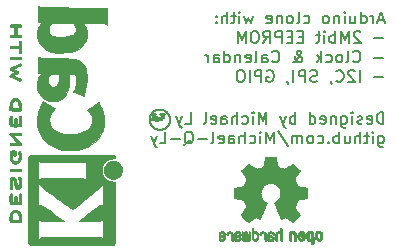
<source format=gbo>
%TF.GenerationSoftware,KiCad,Pcbnew,(5.1.9)-1*%
%TF.CreationDate,2022-01-05T00:47:20-06:00*%
%TF.ProjectId,BACEE,42414345-452e-46b6-9963-61645f706362,1*%
%TF.SameCoordinates,Original*%
%TF.FileFunction,Legend,Bot*%
%TF.FilePolarity,Positive*%
%FSLAX46Y46*%
G04 Gerber Fmt 4.6, Leading zero omitted, Abs format (unit mm)*
G04 Created by KiCad (PCBNEW (5.1.9)-1) date 2022-01-05 00:47:20*
%MOMM*%
%LPD*%
G01*
G04 APERTURE LIST*
%ADD10C,0.150000*%
%ADD11C,0.010000*%
G04 APERTURE END LIST*
D10*
X241520023Y-106149666D02*
X241043833Y-106149666D01*
X241615261Y-106435380D02*
X241281928Y-105435380D01*
X240948595Y-106435380D01*
X240615261Y-106435380D02*
X240615261Y-105768714D01*
X240615261Y-105959190D02*
X240567642Y-105863952D01*
X240520023Y-105816333D01*
X240424785Y-105768714D01*
X240329547Y-105768714D01*
X239567642Y-106435380D02*
X239567642Y-105435380D01*
X239567642Y-106387761D02*
X239662880Y-106435380D01*
X239853357Y-106435380D01*
X239948595Y-106387761D01*
X239996214Y-106340142D01*
X240043833Y-106244904D01*
X240043833Y-105959190D01*
X239996214Y-105863952D01*
X239948595Y-105816333D01*
X239853357Y-105768714D01*
X239662880Y-105768714D01*
X239567642Y-105816333D01*
X238662880Y-105768714D02*
X238662880Y-106435380D01*
X239091452Y-105768714D02*
X239091452Y-106292523D01*
X239043833Y-106387761D01*
X238948595Y-106435380D01*
X238805738Y-106435380D01*
X238710500Y-106387761D01*
X238662880Y-106340142D01*
X238186690Y-106435380D02*
X238186690Y-105768714D01*
X238186690Y-105435380D02*
X238234309Y-105483000D01*
X238186690Y-105530619D01*
X238139071Y-105483000D01*
X238186690Y-105435380D01*
X238186690Y-105530619D01*
X237710500Y-105768714D02*
X237710500Y-106435380D01*
X237710500Y-105863952D02*
X237662880Y-105816333D01*
X237567642Y-105768714D01*
X237424785Y-105768714D01*
X237329547Y-105816333D01*
X237281928Y-105911571D01*
X237281928Y-106435380D01*
X236662880Y-106435380D02*
X236758119Y-106387761D01*
X236805738Y-106340142D01*
X236853357Y-106244904D01*
X236853357Y-105959190D01*
X236805738Y-105863952D01*
X236758119Y-105816333D01*
X236662880Y-105768714D01*
X236520023Y-105768714D01*
X236424785Y-105816333D01*
X236377166Y-105863952D01*
X236329547Y-105959190D01*
X236329547Y-106244904D01*
X236377166Y-106340142D01*
X236424785Y-106387761D01*
X236520023Y-106435380D01*
X236662880Y-106435380D01*
X234710500Y-106387761D02*
X234805738Y-106435380D01*
X234996214Y-106435380D01*
X235091452Y-106387761D01*
X235139071Y-106340142D01*
X235186690Y-106244904D01*
X235186690Y-105959190D01*
X235139071Y-105863952D01*
X235091452Y-105816333D01*
X234996214Y-105768714D01*
X234805738Y-105768714D01*
X234710500Y-105816333D01*
X234139071Y-106435380D02*
X234234309Y-106387761D01*
X234281928Y-106292523D01*
X234281928Y-105435380D01*
X233615261Y-106435380D02*
X233710500Y-106387761D01*
X233758119Y-106340142D01*
X233805738Y-106244904D01*
X233805738Y-105959190D01*
X233758119Y-105863952D01*
X233710500Y-105816333D01*
X233615261Y-105768714D01*
X233472404Y-105768714D01*
X233377166Y-105816333D01*
X233329547Y-105863952D01*
X233281928Y-105959190D01*
X233281928Y-106244904D01*
X233329547Y-106340142D01*
X233377166Y-106387761D01*
X233472404Y-106435380D01*
X233615261Y-106435380D01*
X232853357Y-105768714D02*
X232853357Y-106435380D01*
X232853357Y-105863952D02*
X232805738Y-105816333D01*
X232710500Y-105768714D01*
X232567642Y-105768714D01*
X232472404Y-105816333D01*
X232424785Y-105911571D01*
X232424785Y-106435380D01*
X231567642Y-106387761D02*
X231662880Y-106435380D01*
X231853357Y-106435380D01*
X231948595Y-106387761D01*
X231996214Y-106292523D01*
X231996214Y-105911571D01*
X231948595Y-105816333D01*
X231853357Y-105768714D01*
X231662880Y-105768714D01*
X231567642Y-105816333D01*
X231520023Y-105911571D01*
X231520023Y-106006809D01*
X231996214Y-106102047D01*
X230424785Y-105768714D02*
X230234309Y-106435380D01*
X230043833Y-105959190D01*
X229853357Y-106435380D01*
X229662880Y-105768714D01*
X229281928Y-106435380D02*
X229281928Y-105768714D01*
X229281928Y-105435380D02*
X229329547Y-105483000D01*
X229281928Y-105530619D01*
X229234309Y-105483000D01*
X229281928Y-105435380D01*
X229281928Y-105530619D01*
X228948595Y-105768714D02*
X228567642Y-105768714D01*
X228805738Y-105435380D02*
X228805738Y-106292523D01*
X228758119Y-106387761D01*
X228662880Y-106435380D01*
X228567642Y-106435380D01*
X228234309Y-106435380D02*
X228234309Y-105435380D01*
X227805738Y-106435380D02*
X227805738Y-105911571D01*
X227853357Y-105816333D01*
X227948595Y-105768714D01*
X228091452Y-105768714D01*
X228186690Y-105816333D01*
X228234309Y-105863952D01*
X227329547Y-106340142D02*
X227281928Y-106387761D01*
X227329547Y-106435380D01*
X227377166Y-106387761D01*
X227329547Y-106340142D01*
X227329547Y-106435380D01*
X227329547Y-105816333D02*
X227281928Y-105863952D01*
X227329547Y-105911571D01*
X227377166Y-105863952D01*
X227329547Y-105816333D01*
X227329547Y-105911571D01*
X241472404Y-107704428D02*
X240710500Y-107704428D01*
X239520023Y-107180619D02*
X239472404Y-107133000D01*
X239377166Y-107085380D01*
X239139071Y-107085380D01*
X239043833Y-107133000D01*
X238996214Y-107180619D01*
X238948595Y-107275857D01*
X238948595Y-107371095D01*
X238996214Y-107513952D01*
X239567642Y-108085380D01*
X238948595Y-108085380D01*
X238520023Y-108085380D02*
X238520023Y-107085380D01*
X238186690Y-107799666D01*
X237853357Y-107085380D01*
X237853357Y-108085380D01*
X237377166Y-108085380D02*
X237377166Y-107085380D01*
X237377166Y-107466333D02*
X237281928Y-107418714D01*
X237091452Y-107418714D01*
X236996214Y-107466333D01*
X236948595Y-107513952D01*
X236900976Y-107609190D01*
X236900976Y-107894904D01*
X236948595Y-107990142D01*
X236996214Y-108037761D01*
X237091452Y-108085380D01*
X237281928Y-108085380D01*
X237377166Y-108037761D01*
X236472404Y-108085380D02*
X236472404Y-107418714D01*
X236472404Y-107085380D02*
X236520023Y-107133000D01*
X236472404Y-107180619D01*
X236424785Y-107133000D01*
X236472404Y-107085380D01*
X236472404Y-107180619D01*
X236139071Y-107418714D02*
X235758119Y-107418714D01*
X235996214Y-107085380D02*
X235996214Y-107942523D01*
X235948595Y-108037761D01*
X235853357Y-108085380D01*
X235758119Y-108085380D01*
X234662880Y-107561571D02*
X234329547Y-107561571D01*
X234186690Y-108085380D02*
X234662880Y-108085380D01*
X234662880Y-107085380D01*
X234186690Y-107085380D01*
X233758119Y-107561571D02*
X233424785Y-107561571D01*
X233281928Y-108085380D02*
X233758119Y-108085380D01*
X233758119Y-107085380D01*
X233281928Y-107085380D01*
X232853357Y-108085380D02*
X232853357Y-107085380D01*
X232472404Y-107085380D01*
X232377166Y-107133000D01*
X232329547Y-107180619D01*
X232281928Y-107275857D01*
X232281928Y-107418714D01*
X232329547Y-107513952D01*
X232377166Y-107561571D01*
X232472404Y-107609190D01*
X232853357Y-107609190D01*
X231281928Y-108085380D02*
X231615261Y-107609190D01*
X231853357Y-108085380D02*
X231853357Y-107085380D01*
X231472404Y-107085380D01*
X231377166Y-107133000D01*
X231329547Y-107180619D01*
X231281928Y-107275857D01*
X231281928Y-107418714D01*
X231329547Y-107513952D01*
X231377166Y-107561571D01*
X231472404Y-107609190D01*
X231853357Y-107609190D01*
X230662880Y-107085380D02*
X230472404Y-107085380D01*
X230377166Y-107133000D01*
X230281928Y-107228238D01*
X230234309Y-107418714D01*
X230234309Y-107752047D01*
X230281928Y-107942523D01*
X230377166Y-108037761D01*
X230472404Y-108085380D01*
X230662880Y-108085380D01*
X230758119Y-108037761D01*
X230853357Y-107942523D01*
X230900976Y-107752047D01*
X230900976Y-107418714D01*
X230853357Y-107228238D01*
X230758119Y-107133000D01*
X230662880Y-107085380D01*
X229805738Y-108085380D02*
X229805738Y-107085380D01*
X229472404Y-107799666D01*
X229139071Y-107085380D01*
X229139071Y-108085380D01*
X241472404Y-109354428D02*
X240710500Y-109354428D01*
X238900976Y-109640142D02*
X238948595Y-109687761D01*
X239091452Y-109735380D01*
X239186690Y-109735380D01*
X239329547Y-109687761D01*
X239424785Y-109592523D01*
X239472404Y-109497285D01*
X239520023Y-109306809D01*
X239520023Y-109163952D01*
X239472404Y-108973476D01*
X239424785Y-108878238D01*
X239329547Y-108783000D01*
X239186690Y-108735380D01*
X239091452Y-108735380D01*
X238948595Y-108783000D01*
X238900976Y-108830619D01*
X238329547Y-109735380D02*
X238424785Y-109687761D01*
X238472404Y-109592523D01*
X238472404Y-108735380D01*
X237805738Y-109735380D02*
X237900976Y-109687761D01*
X237948595Y-109640142D01*
X237996214Y-109544904D01*
X237996214Y-109259190D01*
X237948595Y-109163952D01*
X237900976Y-109116333D01*
X237805738Y-109068714D01*
X237662880Y-109068714D01*
X237567642Y-109116333D01*
X237520023Y-109163952D01*
X237472404Y-109259190D01*
X237472404Y-109544904D01*
X237520023Y-109640142D01*
X237567642Y-109687761D01*
X237662880Y-109735380D01*
X237805738Y-109735380D01*
X236615261Y-109687761D02*
X236710500Y-109735380D01*
X236900976Y-109735380D01*
X236996214Y-109687761D01*
X237043833Y-109640142D01*
X237091452Y-109544904D01*
X237091452Y-109259190D01*
X237043833Y-109163952D01*
X236996214Y-109116333D01*
X236900976Y-109068714D01*
X236710500Y-109068714D01*
X236615261Y-109116333D01*
X236186690Y-109735380D02*
X236186690Y-108735380D01*
X236091452Y-109354428D02*
X235805738Y-109735380D01*
X235805738Y-109068714D02*
X236186690Y-109449666D01*
X233805738Y-109735380D02*
X233853357Y-109735380D01*
X233948595Y-109687761D01*
X234091452Y-109544904D01*
X234329547Y-109259190D01*
X234424785Y-109116333D01*
X234472404Y-108973476D01*
X234472404Y-108878238D01*
X234424785Y-108783000D01*
X234329547Y-108735380D01*
X234281928Y-108735380D01*
X234186690Y-108783000D01*
X234139071Y-108878238D01*
X234139071Y-108925857D01*
X234186690Y-109021095D01*
X234234309Y-109068714D01*
X234520023Y-109259190D01*
X234567642Y-109306809D01*
X234615261Y-109402047D01*
X234615261Y-109544904D01*
X234567642Y-109640142D01*
X234520023Y-109687761D01*
X234424785Y-109735380D01*
X234281928Y-109735380D01*
X234186690Y-109687761D01*
X234139071Y-109640142D01*
X233996214Y-109449666D01*
X233948595Y-109306809D01*
X233948595Y-109211571D01*
X232043833Y-109640142D02*
X232091452Y-109687761D01*
X232234309Y-109735380D01*
X232329547Y-109735380D01*
X232472404Y-109687761D01*
X232567642Y-109592523D01*
X232615261Y-109497285D01*
X232662880Y-109306809D01*
X232662880Y-109163952D01*
X232615261Y-108973476D01*
X232567642Y-108878238D01*
X232472404Y-108783000D01*
X232329547Y-108735380D01*
X232234309Y-108735380D01*
X232091452Y-108783000D01*
X232043833Y-108830619D01*
X231186690Y-109735380D02*
X231186690Y-109211571D01*
X231234309Y-109116333D01*
X231329547Y-109068714D01*
X231520023Y-109068714D01*
X231615261Y-109116333D01*
X231186690Y-109687761D02*
X231281928Y-109735380D01*
X231520023Y-109735380D01*
X231615261Y-109687761D01*
X231662880Y-109592523D01*
X231662880Y-109497285D01*
X231615261Y-109402047D01*
X231520023Y-109354428D01*
X231281928Y-109354428D01*
X231186690Y-109306809D01*
X230567642Y-109735380D02*
X230662880Y-109687761D01*
X230710500Y-109592523D01*
X230710500Y-108735380D01*
X229805738Y-109687761D02*
X229900976Y-109735380D01*
X230091452Y-109735380D01*
X230186690Y-109687761D01*
X230234309Y-109592523D01*
X230234309Y-109211571D01*
X230186690Y-109116333D01*
X230091452Y-109068714D01*
X229900976Y-109068714D01*
X229805738Y-109116333D01*
X229758119Y-109211571D01*
X229758119Y-109306809D01*
X230234309Y-109402047D01*
X229329547Y-109068714D02*
X229329547Y-109735380D01*
X229329547Y-109163952D02*
X229281928Y-109116333D01*
X229186690Y-109068714D01*
X229043833Y-109068714D01*
X228948595Y-109116333D01*
X228900976Y-109211571D01*
X228900976Y-109735380D01*
X227996214Y-109735380D02*
X227996214Y-108735380D01*
X227996214Y-109687761D02*
X228091452Y-109735380D01*
X228281928Y-109735380D01*
X228377166Y-109687761D01*
X228424785Y-109640142D01*
X228472404Y-109544904D01*
X228472404Y-109259190D01*
X228424785Y-109163952D01*
X228377166Y-109116333D01*
X228281928Y-109068714D01*
X228091452Y-109068714D01*
X227996214Y-109116333D01*
X227091452Y-109735380D02*
X227091452Y-109211571D01*
X227139071Y-109116333D01*
X227234309Y-109068714D01*
X227424785Y-109068714D01*
X227520023Y-109116333D01*
X227091452Y-109687761D02*
X227186690Y-109735380D01*
X227424785Y-109735380D01*
X227520023Y-109687761D01*
X227567642Y-109592523D01*
X227567642Y-109497285D01*
X227520023Y-109402047D01*
X227424785Y-109354428D01*
X227186690Y-109354428D01*
X227091452Y-109306809D01*
X226615261Y-109735380D02*
X226615261Y-109068714D01*
X226615261Y-109259190D02*
X226567642Y-109163952D01*
X226520023Y-109116333D01*
X226424785Y-109068714D01*
X226329547Y-109068714D01*
X241472404Y-111004428D02*
X240710500Y-111004428D01*
X239472404Y-111385380D02*
X239472404Y-110385380D01*
X239043833Y-110480619D02*
X238996214Y-110433000D01*
X238900976Y-110385380D01*
X238662880Y-110385380D01*
X238567642Y-110433000D01*
X238520023Y-110480619D01*
X238472404Y-110575857D01*
X238472404Y-110671095D01*
X238520023Y-110813952D01*
X239091452Y-111385380D01*
X238472404Y-111385380D01*
X237472404Y-111290142D02*
X237520023Y-111337761D01*
X237662880Y-111385380D01*
X237758119Y-111385380D01*
X237900976Y-111337761D01*
X237996214Y-111242523D01*
X238043833Y-111147285D01*
X238091452Y-110956809D01*
X238091452Y-110813952D01*
X238043833Y-110623476D01*
X237996214Y-110528238D01*
X237900976Y-110433000D01*
X237758119Y-110385380D01*
X237662880Y-110385380D01*
X237520023Y-110433000D01*
X237472404Y-110480619D01*
X236996214Y-111337761D02*
X236996214Y-111385380D01*
X237043833Y-111480619D01*
X237091452Y-111528238D01*
X235853357Y-111337761D02*
X235710500Y-111385380D01*
X235472404Y-111385380D01*
X235377166Y-111337761D01*
X235329547Y-111290142D01*
X235281928Y-111194904D01*
X235281928Y-111099666D01*
X235329547Y-111004428D01*
X235377166Y-110956809D01*
X235472404Y-110909190D01*
X235662880Y-110861571D01*
X235758119Y-110813952D01*
X235805738Y-110766333D01*
X235853357Y-110671095D01*
X235853357Y-110575857D01*
X235805738Y-110480619D01*
X235758119Y-110433000D01*
X235662880Y-110385380D01*
X235424785Y-110385380D01*
X235281928Y-110433000D01*
X234853357Y-111385380D02*
X234853357Y-110385380D01*
X234472404Y-110385380D01*
X234377166Y-110433000D01*
X234329547Y-110480619D01*
X234281928Y-110575857D01*
X234281928Y-110718714D01*
X234329547Y-110813952D01*
X234377166Y-110861571D01*
X234472404Y-110909190D01*
X234853357Y-110909190D01*
X233853357Y-111385380D02*
X233853357Y-110385380D01*
X233329547Y-111337761D02*
X233329547Y-111385380D01*
X233377166Y-111480619D01*
X233424785Y-111528238D01*
X231615261Y-110433000D02*
X231710500Y-110385380D01*
X231853357Y-110385380D01*
X231996214Y-110433000D01*
X232091452Y-110528238D01*
X232139071Y-110623476D01*
X232186690Y-110813952D01*
X232186690Y-110956809D01*
X232139071Y-111147285D01*
X232091452Y-111242523D01*
X231996214Y-111337761D01*
X231853357Y-111385380D01*
X231758119Y-111385380D01*
X231615261Y-111337761D01*
X231567642Y-111290142D01*
X231567642Y-110956809D01*
X231758119Y-110956809D01*
X231139071Y-111385380D02*
X231139071Y-110385380D01*
X230758119Y-110385380D01*
X230662880Y-110433000D01*
X230615261Y-110480619D01*
X230567642Y-110575857D01*
X230567642Y-110718714D01*
X230615261Y-110813952D01*
X230662880Y-110861571D01*
X230758119Y-110909190D01*
X231139071Y-110909190D01*
X230139071Y-111385380D02*
X230139071Y-110385380D01*
X229472404Y-110385380D02*
X229281928Y-110385380D01*
X229186690Y-110433000D01*
X229091452Y-110528238D01*
X229043833Y-110718714D01*
X229043833Y-111052047D01*
X229091452Y-111242523D01*
X229186690Y-111337761D01*
X229281928Y-111385380D01*
X229472404Y-111385380D01*
X229567642Y-111337761D01*
X229662880Y-111242523D01*
X229710500Y-111052047D01*
X229710500Y-110718714D01*
X229662880Y-110528238D01*
X229567642Y-110433000D01*
X229472404Y-110385380D01*
X241472404Y-114943380D02*
X241472404Y-113943380D01*
X241234309Y-113943380D01*
X241091452Y-113991000D01*
X240996214Y-114086238D01*
X240948595Y-114181476D01*
X240900976Y-114371952D01*
X240900976Y-114514809D01*
X240948595Y-114705285D01*
X240996214Y-114800523D01*
X241091452Y-114895761D01*
X241234309Y-114943380D01*
X241472404Y-114943380D01*
X240091452Y-114895761D02*
X240186690Y-114943380D01*
X240377166Y-114943380D01*
X240472404Y-114895761D01*
X240520023Y-114800523D01*
X240520023Y-114419571D01*
X240472404Y-114324333D01*
X240377166Y-114276714D01*
X240186690Y-114276714D01*
X240091452Y-114324333D01*
X240043833Y-114419571D01*
X240043833Y-114514809D01*
X240520023Y-114610047D01*
X239662880Y-114895761D02*
X239567642Y-114943380D01*
X239377166Y-114943380D01*
X239281928Y-114895761D01*
X239234309Y-114800523D01*
X239234309Y-114752904D01*
X239281928Y-114657666D01*
X239377166Y-114610047D01*
X239520023Y-114610047D01*
X239615261Y-114562428D01*
X239662880Y-114467190D01*
X239662880Y-114419571D01*
X239615261Y-114324333D01*
X239520023Y-114276714D01*
X239377166Y-114276714D01*
X239281928Y-114324333D01*
X238805738Y-114943380D02*
X238805738Y-114276714D01*
X238805738Y-113943380D02*
X238853357Y-113991000D01*
X238805738Y-114038619D01*
X238758119Y-113991000D01*
X238805738Y-113943380D01*
X238805738Y-114038619D01*
X237900976Y-114276714D02*
X237900976Y-115086238D01*
X237948595Y-115181476D01*
X237996214Y-115229095D01*
X238091452Y-115276714D01*
X238234309Y-115276714D01*
X238329547Y-115229095D01*
X237900976Y-114895761D02*
X237996214Y-114943380D01*
X238186690Y-114943380D01*
X238281928Y-114895761D01*
X238329547Y-114848142D01*
X238377166Y-114752904D01*
X238377166Y-114467190D01*
X238329547Y-114371952D01*
X238281928Y-114324333D01*
X238186690Y-114276714D01*
X237996214Y-114276714D01*
X237900976Y-114324333D01*
X237424785Y-114276714D02*
X237424785Y-114943380D01*
X237424785Y-114371952D02*
X237377166Y-114324333D01*
X237281928Y-114276714D01*
X237139071Y-114276714D01*
X237043833Y-114324333D01*
X236996214Y-114419571D01*
X236996214Y-114943380D01*
X236139071Y-114895761D02*
X236234309Y-114943380D01*
X236424785Y-114943380D01*
X236520023Y-114895761D01*
X236567642Y-114800523D01*
X236567642Y-114419571D01*
X236520023Y-114324333D01*
X236424785Y-114276714D01*
X236234309Y-114276714D01*
X236139071Y-114324333D01*
X236091452Y-114419571D01*
X236091452Y-114514809D01*
X236567642Y-114610047D01*
X235234309Y-114943380D02*
X235234309Y-113943380D01*
X235234309Y-114895761D02*
X235329547Y-114943380D01*
X235520023Y-114943380D01*
X235615261Y-114895761D01*
X235662880Y-114848142D01*
X235710500Y-114752904D01*
X235710500Y-114467190D01*
X235662880Y-114371952D01*
X235615261Y-114324333D01*
X235520023Y-114276714D01*
X235329547Y-114276714D01*
X235234309Y-114324333D01*
X233996214Y-114943380D02*
X233996214Y-113943380D01*
X233996214Y-114324333D02*
X233900976Y-114276714D01*
X233710500Y-114276714D01*
X233615261Y-114324333D01*
X233567642Y-114371952D01*
X233520023Y-114467190D01*
X233520023Y-114752904D01*
X233567642Y-114848142D01*
X233615261Y-114895761D01*
X233710500Y-114943380D01*
X233900976Y-114943380D01*
X233996214Y-114895761D01*
X233186690Y-114276714D02*
X232948595Y-114943380D01*
X232710500Y-114276714D02*
X232948595Y-114943380D01*
X233043833Y-115181476D01*
X233091452Y-115229095D01*
X233186690Y-115276714D01*
X231567642Y-114943380D02*
X231567642Y-113943380D01*
X231234309Y-114657666D01*
X230900976Y-113943380D01*
X230900976Y-114943380D01*
X230424785Y-114943380D02*
X230424785Y-114276714D01*
X230424785Y-113943380D02*
X230472404Y-113991000D01*
X230424785Y-114038619D01*
X230377166Y-113991000D01*
X230424785Y-113943380D01*
X230424785Y-114038619D01*
X229520023Y-114895761D02*
X229615261Y-114943380D01*
X229805738Y-114943380D01*
X229900976Y-114895761D01*
X229948595Y-114848142D01*
X229996214Y-114752904D01*
X229996214Y-114467190D01*
X229948595Y-114371952D01*
X229900976Y-114324333D01*
X229805738Y-114276714D01*
X229615261Y-114276714D01*
X229520023Y-114324333D01*
X229091452Y-114943380D02*
X229091452Y-113943380D01*
X228662880Y-114943380D02*
X228662880Y-114419571D01*
X228710500Y-114324333D01*
X228805738Y-114276714D01*
X228948595Y-114276714D01*
X229043833Y-114324333D01*
X229091452Y-114371952D01*
X227758119Y-114943380D02*
X227758119Y-114419571D01*
X227805738Y-114324333D01*
X227900976Y-114276714D01*
X228091452Y-114276714D01*
X228186690Y-114324333D01*
X227758119Y-114895761D02*
X227853357Y-114943380D01*
X228091452Y-114943380D01*
X228186690Y-114895761D01*
X228234309Y-114800523D01*
X228234309Y-114705285D01*
X228186690Y-114610047D01*
X228091452Y-114562428D01*
X227853357Y-114562428D01*
X227758119Y-114514809D01*
X226900976Y-114895761D02*
X226996214Y-114943380D01*
X227186690Y-114943380D01*
X227281928Y-114895761D01*
X227329547Y-114800523D01*
X227329547Y-114419571D01*
X227281928Y-114324333D01*
X227186690Y-114276714D01*
X226996214Y-114276714D01*
X226900976Y-114324333D01*
X226853357Y-114419571D01*
X226853357Y-114514809D01*
X227329547Y-114610047D01*
X226281928Y-114943380D02*
X226377166Y-114895761D01*
X226424785Y-114800523D01*
X226424785Y-113943380D01*
X224662880Y-114943380D02*
X225139071Y-114943380D01*
X225139071Y-113943380D01*
X224424785Y-114276714D02*
X224186690Y-114943380D01*
X223948595Y-114276714D02*
X224186690Y-114943380D01*
X224281928Y-115181476D01*
X224329547Y-115229095D01*
X224424785Y-115276714D01*
X241043833Y-115926714D02*
X241043833Y-116736238D01*
X241091452Y-116831476D01*
X241139071Y-116879095D01*
X241234309Y-116926714D01*
X241377166Y-116926714D01*
X241472404Y-116879095D01*
X241043833Y-116545761D02*
X241139071Y-116593380D01*
X241329547Y-116593380D01*
X241424785Y-116545761D01*
X241472404Y-116498142D01*
X241520023Y-116402904D01*
X241520023Y-116117190D01*
X241472404Y-116021952D01*
X241424785Y-115974333D01*
X241329547Y-115926714D01*
X241139071Y-115926714D01*
X241043833Y-115974333D01*
X240567642Y-116593380D02*
X240567642Y-115926714D01*
X240567642Y-115593380D02*
X240615261Y-115641000D01*
X240567642Y-115688619D01*
X240520023Y-115641000D01*
X240567642Y-115593380D01*
X240567642Y-115688619D01*
X240234309Y-115926714D02*
X239853357Y-115926714D01*
X240091452Y-115593380D02*
X240091452Y-116450523D01*
X240043833Y-116545761D01*
X239948595Y-116593380D01*
X239853357Y-116593380D01*
X239520023Y-116593380D02*
X239520023Y-115593380D01*
X239091452Y-116593380D02*
X239091452Y-116069571D01*
X239139071Y-115974333D01*
X239234309Y-115926714D01*
X239377166Y-115926714D01*
X239472404Y-115974333D01*
X239520023Y-116021952D01*
X238186690Y-115926714D02*
X238186690Y-116593380D01*
X238615261Y-115926714D02*
X238615261Y-116450523D01*
X238567642Y-116545761D01*
X238472404Y-116593380D01*
X238329547Y-116593380D01*
X238234309Y-116545761D01*
X238186690Y-116498142D01*
X237710500Y-116593380D02*
X237710500Y-115593380D01*
X237710500Y-115974333D02*
X237615261Y-115926714D01*
X237424785Y-115926714D01*
X237329547Y-115974333D01*
X237281928Y-116021952D01*
X237234309Y-116117190D01*
X237234309Y-116402904D01*
X237281928Y-116498142D01*
X237329547Y-116545761D01*
X237424785Y-116593380D01*
X237615261Y-116593380D01*
X237710500Y-116545761D01*
X236805738Y-116498142D02*
X236758119Y-116545761D01*
X236805738Y-116593380D01*
X236853357Y-116545761D01*
X236805738Y-116498142D01*
X236805738Y-116593380D01*
X235900976Y-116545761D02*
X235996214Y-116593380D01*
X236186690Y-116593380D01*
X236281928Y-116545761D01*
X236329547Y-116498142D01*
X236377166Y-116402904D01*
X236377166Y-116117190D01*
X236329547Y-116021952D01*
X236281928Y-115974333D01*
X236186690Y-115926714D01*
X235996214Y-115926714D01*
X235900976Y-115974333D01*
X235329547Y-116593380D02*
X235424785Y-116545761D01*
X235472404Y-116498142D01*
X235520023Y-116402904D01*
X235520023Y-116117190D01*
X235472404Y-116021952D01*
X235424785Y-115974333D01*
X235329547Y-115926714D01*
X235186690Y-115926714D01*
X235091452Y-115974333D01*
X235043833Y-116021952D01*
X234996214Y-116117190D01*
X234996214Y-116402904D01*
X235043833Y-116498142D01*
X235091452Y-116545761D01*
X235186690Y-116593380D01*
X235329547Y-116593380D01*
X234567642Y-116593380D02*
X234567642Y-115926714D01*
X234567642Y-116021952D02*
X234520023Y-115974333D01*
X234424785Y-115926714D01*
X234281928Y-115926714D01*
X234186690Y-115974333D01*
X234139071Y-116069571D01*
X234139071Y-116593380D01*
X234139071Y-116069571D02*
X234091452Y-115974333D01*
X233996214Y-115926714D01*
X233853357Y-115926714D01*
X233758119Y-115974333D01*
X233710500Y-116069571D01*
X233710500Y-116593380D01*
X232520023Y-115545761D02*
X233377166Y-116831476D01*
X232186690Y-116593380D02*
X232186690Y-115593380D01*
X231853357Y-116307666D01*
X231520023Y-115593380D01*
X231520023Y-116593380D01*
X231043833Y-116593380D02*
X231043833Y-115926714D01*
X231043833Y-115593380D02*
X231091452Y-115641000D01*
X231043833Y-115688619D01*
X230996214Y-115641000D01*
X231043833Y-115593380D01*
X231043833Y-115688619D01*
X230139071Y-116545761D02*
X230234309Y-116593380D01*
X230424785Y-116593380D01*
X230520023Y-116545761D01*
X230567642Y-116498142D01*
X230615261Y-116402904D01*
X230615261Y-116117190D01*
X230567642Y-116021952D01*
X230520023Y-115974333D01*
X230424785Y-115926714D01*
X230234309Y-115926714D01*
X230139071Y-115974333D01*
X229710500Y-116593380D02*
X229710500Y-115593380D01*
X229281928Y-116593380D02*
X229281928Y-116069571D01*
X229329547Y-115974333D01*
X229424785Y-115926714D01*
X229567642Y-115926714D01*
X229662880Y-115974333D01*
X229710500Y-116021952D01*
X228377166Y-116593380D02*
X228377166Y-116069571D01*
X228424785Y-115974333D01*
X228520023Y-115926714D01*
X228710500Y-115926714D01*
X228805738Y-115974333D01*
X228377166Y-116545761D02*
X228472404Y-116593380D01*
X228710500Y-116593380D01*
X228805738Y-116545761D01*
X228853357Y-116450523D01*
X228853357Y-116355285D01*
X228805738Y-116260047D01*
X228710500Y-116212428D01*
X228472404Y-116212428D01*
X228377166Y-116164809D01*
X227520023Y-116545761D02*
X227615261Y-116593380D01*
X227805738Y-116593380D01*
X227900976Y-116545761D01*
X227948595Y-116450523D01*
X227948595Y-116069571D01*
X227900976Y-115974333D01*
X227805738Y-115926714D01*
X227615261Y-115926714D01*
X227520023Y-115974333D01*
X227472404Y-116069571D01*
X227472404Y-116164809D01*
X227948595Y-116260047D01*
X226900976Y-116593380D02*
X226996214Y-116545761D01*
X227043833Y-116450523D01*
X227043833Y-115593380D01*
X226520023Y-116212428D02*
X225758119Y-116212428D01*
X224615261Y-116688619D02*
X224710500Y-116641000D01*
X224805738Y-116545761D01*
X224948595Y-116402904D01*
X225043833Y-116355285D01*
X225139071Y-116355285D01*
X225091452Y-116593380D02*
X225186690Y-116545761D01*
X225281928Y-116450523D01*
X225329547Y-116260047D01*
X225329547Y-115926714D01*
X225281928Y-115736238D01*
X225186690Y-115641000D01*
X225091452Y-115593380D01*
X224900976Y-115593380D01*
X224805738Y-115641000D01*
X224710500Y-115736238D01*
X224662880Y-115926714D01*
X224662880Y-116260047D01*
X224710500Y-116450523D01*
X224805738Y-116545761D01*
X224900976Y-116593380D01*
X225091452Y-116593380D01*
X224234309Y-116212428D02*
X223472404Y-116212428D01*
X222520023Y-116593380D02*
X222996214Y-116593380D01*
X222996214Y-115593380D01*
X222281928Y-115926714D02*
X222043833Y-116593380D01*
X221805738Y-115926714D02*
X222043833Y-116593380D01*
X222139071Y-116831476D01*
X222186690Y-116879095D01*
X222281928Y-116926714D01*
D11*
%TO.C,G\u002A\u002A\u002A*%
G36*
X222465575Y-113650423D02*
G01*
X222438233Y-113650702D01*
X222418404Y-113651259D01*
X222404959Y-113652169D01*
X222396772Y-113653507D01*
X222392713Y-113655349D01*
X222391654Y-113657673D01*
X222389941Y-113661248D01*
X222383689Y-113663474D01*
X222371227Y-113664631D01*
X222350887Y-113664996D01*
X222347693Y-113665000D01*
X222326246Y-113665286D01*
X222312887Y-113666328D01*
X222305946Y-113668405D01*
X222303754Y-113671795D01*
X222303731Y-113672327D01*
X222301480Y-113676582D01*
X222293502Y-113678866D01*
X222277955Y-113679640D01*
X222274423Y-113679654D01*
X222257406Y-113680217D01*
X222248269Y-113682212D01*
X222245174Y-113686098D01*
X222245116Y-113686981D01*
X222242239Y-113691810D01*
X222232458Y-113694010D01*
X222223135Y-113694308D01*
X222208647Y-113695267D01*
X222202048Y-113698527D01*
X222201154Y-113701635D01*
X222198278Y-113706464D01*
X222188496Y-113708664D01*
X222179173Y-113708962D01*
X222164686Y-113709921D01*
X222158086Y-113713181D01*
X222157193Y-113716289D01*
X222152824Y-113722106D01*
X222142539Y-113723616D01*
X222130905Y-113725800D01*
X222127885Y-113730943D01*
X222123516Y-113736760D01*
X222113231Y-113738270D01*
X222101597Y-113740454D01*
X222098577Y-113745597D01*
X222094208Y-113751413D01*
X222083923Y-113752923D01*
X222072290Y-113755108D01*
X222069270Y-113760250D01*
X222064901Y-113766067D01*
X222054616Y-113767577D01*
X222042982Y-113769762D01*
X222039962Y-113774904D01*
X222036052Y-113781380D01*
X222032635Y-113782231D01*
X222026159Y-113786141D01*
X222025308Y-113789558D01*
X222020939Y-113795375D01*
X222010654Y-113796885D01*
X221999020Y-113799069D01*
X221996000Y-113804212D01*
X221992090Y-113810688D01*
X221988673Y-113811539D01*
X221982198Y-113815449D01*
X221981347Y-113818866D01*
X221976978Y-113824683D01*
X221966693Y-113826193D01*
X221955059Y-113828377D01*
X221952039Y-113833520D01*
X221948129Y-113839995D01*
X221944712Y-113840847D01*
X221938236Y-113844756D01*
X221937385Y-113848173D01*
X221933475Y-113854649D01*
X221930058Y-113855500D01*
X221923582Y-113859410D01*
X221922731Y-113862827D01*
X221918821Y-113869303D01*
X221915404Y-113870154D01*
X221908928Y-113874064D01*
X221908077Y-113877481D01*
X221904167Y-113883957D01*
X221900750Y-113884808D01*
X221894275Y-113888718D01*
X221893423Y-113892135D01*
X221889055Y-113897952D01*
X221878770Y-113899462D01*
X221867136Y-113901646D01*
X221864116Y-113906789D01*
X221860206Y-113913265D01*
X221856789Y-113914116D01*
X221850972Y-113918485D01*
X221849462Y-113928770D01*
X221847277Y-113940403D01*
X221842135Y-113943423D01*
X221835659Y-113947333D01*
X221834808Y-113950750D01*
X221830898Y-113957226D01*
X221827481Y-113958077D01*
X221821005Y-113961987D01*
X221820154Y-113965404D01*
X221816244Y-113971880D01*
X221812827Y-113972731D01*
X221806351Y-113976641D01*
X221805500Y-113980058D01*
X221801590Y-113986534D01*
X221798173Y-113987385D01*
X221791698Y-113991295D01*
X221790847Y-113994712D01*
X221786937Y-114001188D01*
X221783520Y-114002039D01*
X221777703Y-114006408D01*
X221776193Y-114016693D01*
X221774008Y-114028326D01*
X221768866Y-114031347D01*
X221762390Y-114035256D01*
X221761539Y-114038673D01*
X221757629Y-114045149D01*
X221754212Y-114046000D01*
X221748395Y-114050369D01*
X221746885Y-114060654D01*
X221744701Y-114072288D01*
X221739558Y-114075308D01*
X221733082Y-114079218D01*
X221732231Y-114082635D01*
X221728321Y-114089111D01*
X221724904Y-114089962D01*
X221719087Y-114094331D01*
X221717577Y-114104616D01*
X221715393Y-114116250D01*
X221710250Y-114119270D01*
X221704434Y-114123639D01*
X221702923Y-114133923D01*
X221700739Y-114145557D01*
X221695597Y-114148577D01*
X221689780Y-114152946D01*
X221688270Y-114163231D01*
X221686085Y-114174865D01*
X221680943Y-114177885D01*
X221675126Y-114182254D01*
X221673616Y-114192539D01*
X221671431Y-114204173D01*
X221666289Y-114207193D01*
X221661460Y-114210069D01*
X221659260Y-114219851D01*
X221658962Y-114229173D01*
X221658003Y-114243661D01*
X221654743Y-114250260D01*
X221651635Y-114251154D01*
X221646806Y-114254031D01*
X221644606Y-114263812D01*
X221644308Y-114273135D01*
X221643349Y-114287623D01*
X221640089Y-114294222D01*
X221636981Y-114295116D01*
X221632727Y-114297367D01*
X221630443Y-114305345D01*
X221629669Y-114320892D01*
X221629654Y-114324423D01*
X221629092Y-114341441D01*
X221627097Y-114350578D01*
X221623210Y-114353673D01*
X221622327Y-114353731D01*
X221618463Y-114355650D01*
X221616194Y-114362585D01*
X221615168Y-114376303D01*
X221615000Y-114390366D01*
X221614617Y-114409689D01*
X221613230Y-114421032D01*
X221610486Y-114426161D01*
X221607673Y-114427000D01*
X221605275Y-114428145D01*
X221603452Y-114432331D01*
X221602130Y-114440686D01*
X221601234Y-114454338D01*
X221600688Y-114474415D01*
X221600417Y-114502045D01*
X221600347Y-114536904D01*
X221600423Y-114572887D01*
X221600702Y-114600229D01*
X221601259Y-114620058D01*
X221602169Y-114633503D01*
X221603508Y-114641691D01*
X221605350Y-114645749D01*
X221607673Y-114646808D01*
X221611248Y-114648521D01*
X221613475Y-114654774D01*
X221614631Y-114667235D01*
X221614997Y-114687575D01*
X221615000Y-114690770D01*
X221615286Y-114712217D01*
X221616328Y-114725576D01*
X221618405Y-114732516D01*
X221621795Y-114734708D01*
X221622327Y-114734731D01*
X221626582Y-114736982D01*
X221628866Y-114744961D01*
X221629640Y-114760508D01*
X221629654Y-114764039D01*
X221630217Y-114781056D01*
X221632212Y-114790193D01*
X221636098Y-114793289D01*
X221636981Y-114793347D01*
X221641810Y-114796223D01*
X221644010Y-114806004D01*
X221644308Y-114815327D01*
X221645267Y-114829815D01*
X221648527Y-114836414D01*
X221651635Y-114837308D01*
X221656464Y-114840185D01*
X221658664Y-114849966D01*
X221658962Y-114859289D01*
X221659921Y-114873777D01*
X221663181Y-114880376D01*
X221666289Y-114881270D01*
X221672106Y-114885639D01*
X221673616Y-114895923D01*
X221675800Y-114907557D01*
X221680943Y-114910577D01*
X221686760Y-114914946D01*
X221688270Y-114925231D01*
X221690454Y-114936865D01*
X221695597Y-114939885D01*
X221701413Y-114944254D01*
X221702923Y-114954539D01*
X221705108Y-114966173D01*
X221710250Y-114969193D01*
X221716067Y-114973562D01*
X221717577Y-114983847D01*
X221719762Y-114995480D01*
X221724904Y-114998500D01*
X221730721Y-115002869D01*
X221732231Y-115013154D01*
X221734416Y-115024788D01*
X221739558Y-115027808D01*
X221746034Y-115031718D01*
X221746885Y-115035135D01*
X221750795Y-115041611D01*
X221754212Y-115042462D01*
X221760688Y-115046372D01*
X221761539Y-115049789D01*
X221765449Y-115056265D01*
X221768866Y-115057116D01*
X221774683Y-115061485D01*
X221776193Y-115071770D01*
X221778377Y-115083403D01*
X221783520Y-115086423D01*
X221789996Y-115090333D01*
X221790847Y-115093750D01*
X221794757Y-115100226D01*
X221798173Y-115101077D01*
X221804649Y-115104987D01*
X221805500Y-115108404D01*
X221809410Y-115114880D01*
X221812827Y-115115731D01*
X221819303Y-115119641D01*
X221820154Y-115123058D01*
X221824064Y-115129534D01*
X221827481Y-115130385D01*
X221833298Y-115134754D01*
X221834808Y-115145039D01*
X221836993Y-115156673D01*
X221842135Y-115159693D01*
X221848611Y-115163603D01*
X221849462Y-115167020D01*
X221853372Y-115173495D01*
X221856789Y-115174347D01*
X221863265Y-115178256D01*
X221864116Y-115181673D01*
X221868026Y-115188149D01*
X221871443Y-115189000D01*
X221877919Y-115192910D01*
X221878770Y-115196327D01*
X221883139Y-115202144D01*
X221893423Y-115203654D01*
X221905057Y-115205839D01*
X221908077Y-115210981D01*
X221911987Y-115217457D01*
X221915404Y-115218308D01*
X221921880Y-115222218D01*
X221922731Y-115225635D01*
X221926641Y-115232111D01*
X221930058Y-115232962D01*
X221936534Y-115236872D01*
X221937385Y-115240289D01*
X221941295Y-115246765D01*
X221944712Y-115247616D01*
X221951188Y-115251526D01*
X221952039Y-115254943D01*
X221956408Y-115260760D01*
X221966693Y-115262270D01*
X221978327Y-115264454D01*
X221981347Y-115269597D01*
X221985257Y-115276072D01*
X221988673Y-115276923D01*
X221995149Y-115280833D01*
X221996000Y-115284250D01*
X222000369Y-115290067D01*
X222010654Y-115291577D01*
X222022288Y-115293762D01*
X222025308Y-115298904D01*
X222029218Y-115305380D01*
X222032635Y-115306231D01*
X222039111Y-115310141D01*
X222039962Y-115313558D01*
X222044331Y-115319375D01*
X222054616Y-115320885D01*
X222066250Y-115323069D01*
X222069270Y-115328212D01*
X222073639Y-115334029D01*
X222083923Y-115335539D01*
X222095557Y-115337723D01*
X222098577Y-115342866D01*
X222102946Y-115348683D01*
X222113231Y-115350193D01*
X222124865Y-115352377D01*
X222127885Y-115357520D01*
X222132254Y-115363336D01*
X222142539Y-115364847D01*
X222154173Y-115367031D01*
X222157193Y-115372173D01*
X222160069Y-115377003D01*
X222169851Y-115379202D01*
X222179173Y-115379500D01*
X222193661Y-115380459D01*
X222200261Y-115383720D01*
X222201154Y-115386827D01*
X222204031Y-115391657D01*
X222213812Y-115393856D01*
X222223135Y-115394154D01*
X222237623Y-115395113D01*
X222244222Y-115398373D01*
X222245116Y-115401481D01*
X222247367Y-115405736D01*
X222255345Y-115408020D01*
X222270892Y-115408794D01*
X222274423Y-115408808D01*
X222291441Y-115409371D01*
X222300578Y-115411365D01*
X222303673Y-115415252D01*
X222303731Y-115416135D01*
X222305444Y-115419709D01*
X222311697Y-115421936D01*
X222324158Y-115423093D01*
X222344498Y-115423458D01*
X222347693Y-115423462D01*
X222369140Y-115423747D01*
X222382499Y-115424790D01*
X222389440Y-115426866D01*
X222391631Y-115430256D01*
X222391654Y-115430789D01*
X222392799Y-115433188D01*
X222396985Y-115435010D01*
X222405340Y-115436332D01*
X222418992Y-115437229D01*
X222439069Y-115437775D01*
X222466699Y-115438045D01*
X222501558Y-115438116D01*
X222537541Y-115438039D01*
X222564883Y-115437760D01*
X222584712Y-115437203D01*
X222598157Y-115436293D01*
X222606345Y-115434955D01*
X222610403Y-115433113D01*
X222611462Y-115430789D01*
X222613175Y-115427214D01*
X222619428Y-115424988D01*
X222631889Y-115423831D01*
X222652229Y-115423466D01*
X222655423Y-115423462D01*
X222676871Y-115423176D01*
X222690230Y-115422134D01*
X222697170Y-115420057D01*
X222699362Y-115416667D01*
X222699385Y-115416135D01*
X222701636Y-115411881D01*
X222709615Y-115409596D01*
X222725161Y-115408822D01*
X222728693Y-115408808D01*
X222745710Y-115408245D01*
X222754847Y-115406251D01*
X222757943Y-115402364D01*
X222758000Y-115401481D01*
X222760877Y-115396652D01*
X222770658Y-115394452D01*
X222779981Y-115394154D01*
X222794469Y-115393195D01*
X222801068Y-115389935D01*
X222801962Y-115386827D01*
X222804839Y-115381998D01*
X222814620Y-115379798D01*
X222823943Y-115379500D01*
X222838431Y-115378541D01*
X222845030Y-115375281D01*
X222845923Y-115372173D01*
X222850292Y-115366357D01*
X222860577Y-115364847D01*
X222872211Y-115362662D01*
X222875231Y-115357520D01*
X222879600Y-115351703D01*
X222889885Y-115350193D01*
X222901519Y-115348008D01*
X222904539Y-115342866D01*
X222908908Y-115337049D01*
X222919193Y-115335539D01*
X222930827Y-115333354D01*
X222933847Y-115328212D01*
X222938216Y-115322395D01*
X222948500Y-115320885D01*
X222960134Y-115318700D01*
X222963154Y-115313558D01*
X222967064Y-115307082D01*
X222970481Y-115306231D01*
X222976957Y-115302321D01*
X222977808Y-115298904D01*
X222982177Y-115293087D01*
X222992462Y-115291577D01*
X223004096Y-115289393D01*
X223007116Y-115284250D01*
X223011026Y-115277774D01*
X223014443Y-115276923D01*
X223020919Y-115273013D01*
X223021770Y-115269597D01*
X223026139Y-115263780D01*
X223036423Y-115262270D01*
X223048057Y-115260085D01*
X223051077Y-115254943D01*
X223054987Y-115248467D01*
X223058404Y-115247616D01*
X223064880Y-115243706D01*
X223065731Y-115240289D01*
X223069641Y-115233813D01*
X223073058Y-115232962D01*
X223079534Y-115229052D01*
X223080385Y-115225635D01*
X223084295Y-115219159D01*
X223087712Y-115218308D01*
X223094188Y-115214398D01*
X223095039Y-115210981D01*
X223098949Y-115204505D01*
X223102366Y-115203654D01*
X223108842Y-115199744D01*
X223109693Y-115196327D01*
X223114062Y-115190510D01*
X223124347Y-115189000D01*
X223134726Y-115187790D01*
X223138551Y-115182081D01*
X223139000Y-115174347D01*
X223141185Y-115162713D01*
X223146327Y-115159693D01*
X223152803Y-115155783D01*
X223153654Y-115152366D01*
X223157564Y-115145890D01*
X223160981Y-115145039D01*
X223167457Y-115141129D01*
X223168308Y-115137712D01*
X223172218Y-115131236D01*
X223175635Y-115130385D01*
X223182111Y-115126475D01*
X223182962Y-115123058D01*
X223186872Y-115116582D01*
X223190289Y-115115731D01*
X223196765Y-115111821D01*
X223197616Y-115108404D01*
X223201526Y-115101928D01*
X223204943Y-115101077D01*
X223211419Y-115097167D01*
X223212270Y-115093750D01*
X223216180Y-115087274D01*
X223219597Y-115086423D01*
X223225413Y-115082054D01*
X223226923Y-115071770D01*
X223229108Y-115060136D01*
X223234250Y-115057116D01*
X223240726Y-115053206D01*
X223241577Y-115049789D01*
X223245487Y-115043313D01*
X223248904Y-115042462D01*
X223254721Y-115038093D01*
X223256231Y-115027808D01*
X223258416Y-115016174D01*
X223263558Y-115013154D01*
X223270034Y-115009244D01*
X223270885Y-115005827D01*
X223274795Y-114999351D01*
X223278212Y-114998500D01*
X223284029Y-114994131D01*
X223285539Y-114983847D01*
X223287723Y-114972213D01*
X223292866Y-114969193D01*
X223298683Y-114964824D01*
X223300193Y-114954539D01*
X223302377Y-114942905D01*
X223307520Y-114939885D01*
X223313337Y-114935516D01*
X223314847Y-114925231D01*
X223317031Y-114913597D01*
X223322173Y-114910577D01*
X223327990Y-114906208D01*
X223329500Y-114895923D01*
X223331685Y-114884290D01*
X223336827Y-114881270D01*
X223341657Y-114878393D01*
X223343856Y-114868612D01*
X223344154Y-114859289D01*
X223345113Y-114844801D01*
X223348374Y-114838202D01*
X223351481Y-114837308D01*
X223356310Y-114834431D01*
X223358510Y-114824650D01*
X223358808Y-114815327D01*
X223359767Y-114800839D01*
X223363027Y-114794240D01*
X223366135Y-114793347D01*
X223370389Y-114791096D01*
X223372674Y-114783117D01*
X223373448Y-114767570D01*
X223373462Y-114764039D01*
X223374025Y-114747021D01*
X223376019Y-114737884D01*
X223379906Y-114734789D01*
X223380789Y-114734731D01*
X223384363Y-114733018D01*
X223386590Y-114726765D01*
X223387747Y-114714304D01*
X223388112Y-114693964D01*
X223388116Y-114690770D01*
X223388401Y-114669322D01*
X223389443Y-114655963D01*
X223391520Y-114649023D01*
X223394910Y-114646831D01*
X223395443Y-114646808D01*
X223397916Y-114645637D01*
X223399775Y-114641348D01*
X223401103Y-114632775D01*
X223401982Y-114618754D01*
X223402497Y-114598119D01*
X223402730Y-114569707D01*
X223402770Y-114544231D01*
X223329500Y-114544231D01*
X223329417Y-114578860D01*
X223329110Y-114604885D01*
X223328498Y-114623471D01*
X223327497Y-114635784D01*
X223326023Y-114642988D01*
X223323993Y-114646249D01*
X223322173Y-114646808D01*
X223318599Y-114648521D01*
X223316372Y-114654774D01*
X223315216Y-114667235D01*
X223314850Y-114687575D01*
X223314847Y-114690770D01*
X223314561Y-114712217D01*
X223313519Y-114725576D01*
X223311442Y-114732516D01*
X223308052Y-114734708D01*
X223307520Y-114734731D01*
X223303265Y-114736982D01*
X223300981Y-114744961D01*
X223300207Y-114760508D01*
X223300193Y-114764039D01*
X223299630Y-114781056D01*
X223297635Y-114790193D01*
X223293749Y-114793289D01*
X223292866Y-114793347D01*
X223287049Y-114797715D01*
X223285539Y-114808000D01*
X223283354Y-114819634D01*
X223278212Y-114822654D01*
X223273383Y-114825531D01*
X223271183Y-114835312D01*
X223270885Y-114844635D01*
X223269926Y-114859123D01*
X223266666Y-114865722D01*
X223263558Y-114866616D01*
X223257741Y-114870985D01*
X223256231Y-114881270D01*
X223254047Y-114892903D01*
X223248904Y-114895923D01*
X223243087Y-114900292D01*
X223241577Y-114910577D01*
X223239393Y-114922211D01*
X223234250Y-114925231D01*
X223228434Y-114929600D01*
X223226923Y-114939885D01*
X223224739Y-114951519D01*
X223219597Y-114954539D01*
X223213121Y-114958449D01*
X223212270Y-114961866D01*
X223208360Y-114968342D01*
X223204943Y-114969193D01*
X223199126Y-114973562D01*
X223197616Y-114983847D01*
X223195431Y-114995480D01*
X223190289Y-114998500D01*
X223183813Y-115002410D01*
X223182962Y-115005827D01*
X223179052Y-115012303D01*
X223175635Y-115013154D01*
X223169818Y-115017523D01*
X223168308Y-115027808D01*
X223166124Y-115039442D01*
X223160981Y-115042462D01*
X223154505Y-115046372D01*
X223153654Y-115049789D01*
X223149744Y-115056265D01*
X223146327Y-115057116D01*
X223139851Y-115061026D01*
X223139000Y-115064443D01*
X223135090Y-115070919D01*
X223131673Y-115071770D01*
X223125198Y-115075680D01*
X223124347Y-115079097D01*
X223120437Y-115085572D01*
X223117020Y-115086423D01*
X223110544Y-115090333D01*
X223109693Y-115093750D01*
X223105783Y-115100226D01*
X223102366Y-115101077D01*
X223096549Y-115105446D01*
X223095039Y-115115731D01*
X223093829Y-115126110D01*
X223088119Y-115129936D01*
X223080385Y-115130385D01*
X223068751Y-115132569D01*
X223065731Y-115137712D01*
X223061821Y-115144188D01*
X223058404Y-115145039D01*
X223051928Y-115148949D01*
X223051077Y-115152366D01*
X223047167Y-115158842D01*
X223043750Y-115159693D01*
X223037275Y-115163603D01*
X223036423Y-115167020D01*
X223032514Y-115173495D01*
X223029097Y-115174347D01*
X223022621Y-115178256D01*
X223021770Y-115181673D01*
X223017860Y-115188149D01*
X223014443Y-115189000D01*
X223007967Y-115192910D01*
X223007116Y-115196327D01*
X223002747Y-115202144D01*
X222992462Y-115203654D01*
X222980828Y-115205839D01*
X222977808Y-115210981D01*
X222973898Y-115217457D01*
X222970481Y-115218308D01*
X222964005Y-115222218D01*
X222963154Y-115225635D01*
X222958785Y-115231452D01*
X222948500Y-115232962D01*
X222936867Y-115235146D01*
X222933847Y-115240289D01*
X222929937Y-115246765D01*
X222926520Y-115247616D01*
X222920044Y-115251526D01*
X222919193Y-115254943D01*
X222914824Y-115260760D01*
X222904539Y-115262270D01*
X222892905Y-115264454D01*
X222889885Y-115269597D01*
X222885516Y-115275413D01*
X222875231Y-115276923D01*
X222863597Y-115279108D01*
X222860577Y-115284250D01*
X222856208Y-115290067D01*
X222845923Y-115291577D01*
X222834290Y-115293762D01*
X222831270Y-115298904D01*
X222828393Y-115303733D01*
X222818612Y-115305933D01*
X222809289Y-115306231D01*
X222794801Y-115307190D01*
X222788202Y-115310450D01*
X222787308Y-115313558D01*
X222784431Y-115318387D01*
X222774650Y-115320587D01*
X222765327Y-115320885D01*
X222750840Y-115321844D01*
X222744240Y-115325104D01*
X222743347Y-115328212D01*
X222741096Y-115332466D01*
X222733117Y-115334750D01*
X222717570Y-115335524D01*
X222714039Y-115335539D01*
X222697021Y-115336102D01*
X222687885Y-115338096D01*
X222684789Y-115341983D01*
X222684731Y-115342866D01*
X222682812Y-115346730D01*
X222675877Y-115348999D01*
X222662160Y-115350025D01*
X222648097Y-115350193D01*
X222628773Y-115350576D01*
X222617430Y-115351963D01*
X222612301Y-115354707D01*
X222611462Y-115357520D01*
X222610317Y-115359918D01*
X222606131Y-115361741D01*
X222597776Y-115363063D01*
X222584124Y-115363960D01*
X222564047Y-115364505D01*
X222536418Y-115364776D01*
X222501558Y-115364847D01*
X222465575Y-115364770D01*
X222438233Y-115364491D01*
X222418404Y-115363934D01*
X222404959Y-115363024D01*
X222396772Y-115361686D01*
X222392713Y-115359844D01*
X222391654Y-115357520D01*
X222389941Y-115353945D01*
X222383689Y-115351719D01*
X222371227Y-115350562D01*
X222350887Y-115350197D01*
X222347693Y-115350193D01*
X222326246Y-115349907D01*
X222312887Y-115348865D01*
X222305946Y-115346788D01*
X222303754Y-115343398D01*
X222303731Y-115342866D01*
X222300855Y-115338036D01*
X222291073Y-115335837D01*
X222281750Y-115335539D01*
X222267263Y-115334580D01*
X222260663Y-115331320D01*
X222259770Y-115328212D01*
X222256893Y-115323383D01*
X222247112Y-115321183D01*
X222237789Y-115320885D01*
X222223301Y-115319926D01*
X222216702Y-115316666D01*
X222215808Y-115313558D01*
X222212931Y-115308729D01*
X222203150Y-115306529D01*
X222193827Y-115306231D01*
X222179340Y-115305272D01*
X222172740Y-115302012D01*
X222171847Y-115298904D01*
X222167478Y-115293087D01*
X222157193Y-115291577D01*
X222145559Y-115289393D01*
X222142539Y-115284250D01*
X222138170Y-115278433D01*
X222127885Y-115276923D01*
X222116251Y-115274739D01*
X222113231Y-115269597D01*
X222108862Y-115263780D01*
X222098577Y-115262270D01*
X222086944Y-115260085D01*
X222083923Y-115254943D01*
X222080014Y-115248467D01*
X222076597Y-115247616D01*
X222070121Y-115243706D01*
X222069270Y-115240289D01*
X222064901Y-115234472D01*
X222054616Y-115232962D01*
X222042982Y-115230777D01*
X222039962Y-115225635D01*
X222036052Y-115219159D01*
X222032635Y-115218308D01*
X222026159Y-115214398D01*
X222025308Y-115210981D01*
X222020939Y-115205164D01*
X222010654Y-115203654D01*
X221999020Y-115201470D01*
X221996000Y-115196327D01*
X221992090Y-115189851D01*
X221988673Y-115189000D01*
X221982198Y-115185090D01*
X221981347Y-115181673D01*
X221977437Y-115175198D01*
X221974020Y-115174347D01*
X221967544Y-115170437D01*
X221966693Y-115167020D01*
X221962783Y-115160544D01*
X221959366Y-115159693D01*
X221952890Y-115155783D01*
X221952039Y-115152366D01*
X221947670Y-115146549D01*
X221937385Y-115145039D01*
X221925751Y-115142854D01*
X221922731Y-115137712D01*
X221918821Y-115131236D01*
X221915404Y-115130385D01*
X221908928Y-115126475D01*
X221908077Y-115123058D01*
X221904167Y-115116582D01*
X221900750Y-115115731D01*
X221894934Y-115111362D01*
X221893423Y-115101077D01*
X221891239Y-115089443D01*
X221886097Y-115086423D01*
X221879621Y-115082513D01*
X221878770Y-115079097D01*
X221874860Y-115072621D01*
X221871443Y-115071770D01*
X221864967Y-115067860D01*
X221864116Y-115064443D01*
X221860206Y-115057967D01*
X221856789Y-115057116D01*
X221850313Y-115053206D01*
X221849462Y-115049789D01*
X221845552Y-115043313D01*
X221842135Y-115042462D01*
X221836318Y-115038093D01*
X221834808Y-115027808D01*
X221832624Y-115016174D01*
X221827481Y-115013154D01*
X221821005Y-115009244D01*
X221820154Y-115005827D01*
X221816244Y-114999351D01*
X221812827Y-114998500D01*
X221806351Y-114994590D01*
X221805500Y-114991173D01*
X221801590Y-114984698D01*
X221798173Y-114983847D01*
X221792357Y-114979478D01*
X221790847Y-114969193D01*
X221788662Y-114957559D01*
X221783520Y-114954539D01*
X221777703Y-114950170D01*
X221776193Y-114939885D01*
X221774008Y-114928251D01*
X221768866Y-114925231D01*
X221763049Y-114920862D01*
X221761539Y-114910577D01*
X221759354Y-114898943D01*
X221754212Y-114895923D01*
X221748395Y-114891554D01*
X221746885Y-114881270D01*
X221744701Y-114869636D01*
X221739558Y-114866616D01*
X221734729Y-114863739D01*
X221732529Y-114853958D01*
X221732231Y-114844635D01*
X221731272Y-114830147D01*
X221728012Y-114823548D01*
X221724904Y-114822654D01*
X221719087Y-114818285D01*
X221717577Y-114808000D01*
X221715393Y-114796367D01*
X221710250Y-114793347D01*
X221705996Y-114791096D01*
X221703712Y-114783117D01*
X221702938Y-114767570D01*
X221702923Y-114764039D01*
X221702361Y-114747021D01*
X221700366Y-114737884D01*
X221696479Y-114734789D01*
X221695597Y-114734731D01*
X221692022Y-114733018D01*
X221689796Y-114726765D01*
X221688639Y-114714304D01*
X221688274Y-114693964D01*
X221688270Y-114690770D01*
X221687984Y-114669322D01*
X221686942Y-114655963D01*
X221684865Y-114649023D01*
X221681475Y-114646831D01*
X221680943Y-114646808D01*
X221678469Y-114645637D01*
X221676610Y-114641348D01*
X221675283Y-114632775D01*
X221674403Y-114618754D01*
X221673889Y-114598119D01*
X221673656Y-114569707D01*
X221673616Y-114544231D01*
X221673699Y-114509603D01*
X221674006Y-114483578D01*
X221674618Y-114464991D01*
X221675620Y-114452678D01*
X221677094Y-114445474D01*
X221679123Y-114442214D01*
X221680943Y-114441654D01*
X221684517Y-114439941D01*
X221686744Y-114433688D01*
X221687901Y-114421227D01*
X221688266Y-114400887D01*
X221688270Y-114397693D01*
X221688555Y-114376246D01*
X221689597Y-114362886D01*
X221691674Y-114355946D01*
X221695064Y-114353754D01*
X221695597Y-114353731D01*
X221699851Y-114351480D01*
X221702135Y-114343501D01*
X221702909Y-114327955D01*
X221702923Y-114324423D01*
X221703486Y-114307406D01*
X221705481Y-114298269D01*
X221709368Y-114295174D01*
X221710250Y-114295116D01*
X221716067Y-114290747D01*
X221717577Y-114280462D01*
X221719762Y-114268828D01*
X221724904Y-114265808D01*
X221729734Y-114262931D01*
X221731933Y-114253150D01*
X221732231Y-114243827D01*
X221733190Y-114229339D01*
X221736450Y-114222740D01*
X221739558Y-114221847D01*
X221745375Y-114217478D01*
X221746885Y-114207193D01*
X221749070Y-114195559D01*
X221754212Y-114192539D01*
X221760029Y-114188170D01*
X221761539Y-114177885D01*
X221763723Y-114166251D01*
X221768866Y-114163231D01*
X221774683Y-114158862D01*
X221776193Y-114148577D01*
X221778377Y-114136943D01*
X221783520Y-114133923D01*
X221789996Y-114130013D01*
X221790847Y-114126597D01*
X221795216Y-114120780D01*
X221805500Y-114119270D01*
X221817134Y-114121454D01*
X221820154Y-114126597D01*
X221823031Y-114131426D01*
X221832812Y-114133626D01*
X221842135Y-114133923D01*
X221856623Y-114134882D01*
X221863222Y-114138143D01*
X221864116Y-114141250D01*
X221865168Y-114143359D01*
X221868980Y-114145029D01*
X221876536Y-114146308D01*
X221888819Y-114147247D01*
X221906814Y-114147894D01*
X221931504Y-114148298D01*
X221963873Y-114148510D01*
X222004904Y-114148577D01*
X222010654Y-114148577D01*
X222052831Y-114148525D01*
X222086222Y-114148334D01*
X222111812Y-114147956D01*
X222130585Y-114147342D01*
X222143524Y-114146442D01*
X222151614Y-114145208D01*
X222155837Y-114143589D01*
X222157179Y-114141538D01*
X222157193Y-114141250D01*
X222160069Y-114136421D01*
X222169851Y-114134221D01*
X222179173Y-114133923D01*
X222193661Y-114132965D01*
X222200261Y-114129704D01*
X222201154Y-114126597D01*
X222205064Y-114120121D01*
X222208481Y-114119270D01*
X222213310Y-114116393D01*
X222215510Y-114106612D01*
X222215808Y-114097289D01*
X222214849Y-114082801D01*
X222211589Y-114076202D01*
X222208481Y-114075308D01*
X222202005Y-114071398D01*
X222201154Y-114067981D01*
X222198278Y-114063152D01*
X222188496Y-114060952D01*
X222179173Y-114060654D01*
X222164686Y-114059695D01*
X222158086Y-114056435D01*
X222157193Y-114053327D01*
X222156141Y-114051218D01*
X222152329Y-114049549D01*
X222144773Y-114048269D01*
X222132490Y-114047331D01*
X222114495Y-114046684D01*
X222089805Y-114046279D01*
X222057436Y-114046068D01*
X222016404Y-114046001D01*
X222010654Y-114046000D01*
X221968478Y-114046053D01*
X221935086Y-114046244D01*
X221909496Y-114046621D01*
X221890723Y-114047236D01*
X221877784Y-114048135D01*
X221869695Y-114049370D01*
X221865471Y-114050988D01*
X221864130Y-114053040D01*
X221864116Y-114053327D01*
X221859747Y-114059144D01*
X221849462Y-114060654D01*
X221837828Y-114058470D01*
X221834808Y-114053327D01*
X221838718Y-114046851D01*
X221842135Y-114046000D01*
X221848611Y-114042090D01*
X221849462Y-114038673D01*
X221853372Y-114032198D01*
X221856789Y-114031347D01*
X221863265Y-114027437D01*
X221864116Y-114024020D01*
X221868026Y-114017544D01*
X221871443Y-114016693D01*
X221877919Y-114012783D01*
X221878770Y-114009366D01*
X221882680Y-114002890D01*
X221886097Y-114002039D01*
X221892572Y-113998129D01*
X221893423Y-113994712D01*
X221897333Y-113988236D01*
X221900750Y-113987385D01*
X221906567Y-113983016D01*
X221908077Y-113972731D01*
X221909288Y-113962352D01*
X221914997Y-113958526D01*
X221922731Y-113958077D01*
X221934365Y-113955893D01*
X221937385Y-113950750D01*
X221941295Y-113944274D01*
X221944712Y-113943423D01*
X221951188Y-113939513D01*
X221952039Y-113936097D01*
X221955949Y-113929621D01*
X221959366Y-113928770D01*
X221965842Y-113924860D01*
X221966693Y-113921443D01*
X221970603Y-113914967D01*
X221974020Y-113914116D01*
X221980496Y-113910206D01*
X221981347Y-113906789D01*
X221985257Y-113900313D01*
X221988673Y-113899462D01*
X221995149Y-113895552D01*
X221996000Y-113892135D01*
X222000369Y-113886318D01*
X222010654Y-113884808D01*
X222022288Y-113882624D01*
X222025308Y-113877481D01*
X222029218Y-113871005D01*
X222032635Y-113870154D01*
X222039111Y-113866244D01*
X222039962Y-113862827D01*
X222044331Y-113857010D01*
X222054616Y-113855500D01*
X222066250Y-113853316D01*
X222069270Y-113848173D01*
X222073180Y-113841698D01*
X222076597Y-113840847D01*
X222083072Y-113836937D01*
X222083923Y-113833520D01*
X222088292Y-113827703D01*
X222098577Y-113826193D01*
X222110211Y-113824008D01*
X222113231Y-113818866D01*
X222117600Y-113813049D01*
X222127885Y-113811539D01*
X222139519Y-113809354D01*
X222142539Y-113804212D01*
X222146908Y-113798395D01*
X222157193Y-113796885D01*
X222168827Y-113794700D01*
X222171847Y-113789558D01*
X222174723Y-113784729D01*
X222184504Y-113782529D01*
X222193827Y-113782231D01*
X222208315Y-113781272D01*
X222214914Y-113778012D01*
X222215808Y-113774904D01*
X222218685Y-113770075D01*
X222228466Y-113767875D01*
X222237789Y-113767577D01*
X222252277Y-113766618D01*
X222258876Y-113763358D01*
X222259770Y-113760250D01*
X222262020Y-113755996D01*
X222269999Y-113753712D01*
X222285546Y-113752938D01*
X222289077Y-113752923D01*
X222306095Y-113752361D01*
X222315232Y-113750366D01*
X222318327Y-113746479D01*
X222318385Y-113745597D01*
X222320304Y-113741732D01*
X222327239Y-113739463D01*
X222340956Y-113738437D01*
X222355020Y-113738270D01*
X222374343Y-113737886D01*
X222385686Y-113736499D01*
X222390815Y-113733755D01*
X222391654Y-113730943D01*
X222392825Y-113728469D01*
X222397115Y-113726610D01*
X222405688Y-113725283D01*
X222419709Y-113724403D01*
X222440343Y-113723889D01*
X222468755Y-113723656D01*
X222494231Y-113723616D01*
X222528860Y-113723699D01*
X222554885Y-113724006D01*
X222573471Y-113724618D01*
X222585784Y-113725620D01*
X222592988Y-113727093D01*
X222596249Y-113729123D01*
X222596808Y-113730943D01*
X222598521Y-113734517D01*
X222604774Y-113736744D01*
X222617235Y-113737900D01*
X222637575Y-113738266D01*
X222640770Y-113738270D01*
X222662217Y-113738555D01*
X222675576Y-113739597D01*
X222682516Y-113741674D01*
X222684708Y-113745064D01*
X222684731Y-113745597D01*
X222686982Y-113749851D01*
X222694961Y-113752135D01*
X222710508Y-113752909D01*
X222714039Y-113752923D01*
X222731057Y-113753486D01*
X222740193Y-113755481D01*
X222743289Y-113759368D01*
X222743347Y-113760250D01*
X222746223Y-113765080D01*
X222756004Y-113767279D01*
X222765327Y-113767577D01*
X222779815Y-113768536D01*
X222786414Y-113771797D01*
X222787308Y-113774904D01*
X222790185Y-113779733D01*
X222799966Y-113781933D01*
X222809289Y-113782231D01*
X222823777Y-113783190D01*
X222830376Y-113786450D01*
X222831270Y-113789558D01*
X222835639Y-113795375D01*
X222845923Y-113796885D01*
X222857557Y-113799069D01*
X222860577Y-113804212D01*
X222864946Y-113810029D01*
X222875231Y-113811539D01*
X222886865Y-113813723D01*
X222889885Y-113818866D01*
X222894254Y-113824683D01*
X222904539Y-113826193D01*
X222916173Y-113828377D01*
X222919193Y-113833520D01*
X222923103Y-113839995D01*
X222926520Y-113840847D01*
X222932996Y-113844756D01*
X222933847Y-113848173D01*
X222938216Y-113853990D01*
X222948500Y-113855500D01*
X222960134Y-113857685D01*
X222963154Y-113862827D01*
X222967064Y-113869303D01*
X222970481Y-113870154D01*
X222976957Y-113874064D01*
X222977808Y-113877481D01*
X222982177Y-113883298D01*
X222992462Y-113884808D01*
X223004096Y-113886993D01*
X223007116Y-113892135D01*
X223011026Y-113898611D01*
X223014443Y-113899462D01*
X223020919Y-113903372D01*
X223021770Y-113906789D01*
X223025680Y-113913265D01*
X223029097Y-113914116D01*
X223035572Y-113918026D01*
X223036423Y-113921443D01*
X223040333Y-113927919D01*
X223043750Y-113928770D01*
X223050226Y-113932680D01*
X223051077Y-113936097D01*
X223054987Y-113942572D01*
X223058404Y-113943423D01*
X223064880Y-113947333D01*
X223065731Y-113950750D01*
X223069641Y-113957226D01*
X223073058Y-113958077D01*
X223079534Y-113961987D01*
X223080385Y-113965404D01*
X223084295Y-113971880D01*
X223087712Y-113972731D01*
X223094188Y-113976641D01*
X223095039Y-113980058D01*
X223098949Y-113986534D01*
X223102366Y-113987385D01*
X223108842Y-113991295D01*
X223109693Y-113994712D01*
X223113603Y-114001188D01*
X223117020Y-114002039D01*
X223123496Y-114005949D01*
X223124347Y-114009366D01*
X223128257Y-114015842D01*
X223131673Y-114016693D01*
X223138149Y-114020603D01*
X223139000Y-114024020D01*
X223142910Y-114030495D01*
X223146327Y-114031347D01*
X223152803Y-114035256D01*
X223153654Y-114038673D01*
X223157564Y-114045149D01*
X223160981Y-114046000D01*
X223166798Y-114050369D01*
X223168308Y-114060654D01*
X223170493Y-114072288D01*
X223175635Y-114075308D01*
X223182111Y-114079218D01*
X223182962Y-114082635D01*
X223186872Y-114089111D01*
X223190289Y-114089962D01*
X223196106Y-114094331D01*
X223197616Y-114104616D01*
X223199800Y-114116250D01*
X223204943Y-114119270D01*
X223211419Y-114123180D01*
X223212270Y-114126597D01*
X223216180Y-114133072D01*
X223219597Y-114133923D01*
X223225413Y-114138292D01*
X223226923Y-114148577D01*
X223229108Y-114160211D01*
X223234250Y-114163231D01*
X223240067Y-114167600D01*
X223241577Y-114177885D01*
X223243762Y-114189519D01*
X223248904Y-114192539D01*
X223254721Y-114196908D01*
X223256231Y-114207193D01*
X223258416Y-114218826D01*
X223263558Y-114221847D01*
X223268387Y-114224723D01*
X223270587Y-114234504D01*
X223270885Y-114243827D01*
X223271844Y-114258315D01*
X223275104Y-114264914D01*
X223278212Y-114265808D01*
X223284029Y-114270177D01*
X223285539Y-114280462D01*
X223287723Y-114292096D01*
X223292866Y-114295116D01*
X223297120Y-114297367D01*
X223299404Y-114305345D01*
X223300178Y-114320892D01*
X223300193Y-114324423D01*
X223300755Y-114341441D01*
X223302750Y-114350578D01*
X223306637Y-114353673D01*
X223307520Y-114353731D01*
X223311094Y-114355444D01*
X223313321Y-114361697D01*
X223314477Y-114374158D01*
X223314843Y-114394498D01*
X223314847Y-114397693D01*
X223315132Y-114419140D01*
X223316174Y-114432499D01*
X223318251Y-114439439D01*
X223321641Y-114441631D01*
X223322173Y-114441654D01*
X223324647Y-114442825D01*
X223326506Y-114447115D01*
X223327834Y-114455688D01*
X223328713Y-114469709D01*
X223329228Y-114490343D01*
X223329460Y-114518755D01*
X223329500Y-114544231D01*
X223402770Y-114544231D01*
X223402686Y-114509603D01*
X223402380Y-114483578D01*
X223401767Y-114464991D01*
X223400766Y-114452678D01*
X223399292Y-114445474D01*
X223397262Y-114442214D01*
X223395443Y-114441654D01*
X223391868Y-114439941D01*
X223389642Y-114433688D01*
X223388485Y-114421227D01*
X223388120Y-114400887D01*
X223388116Y-114397693D01*
X223387830Y-114376246D01*
X223386788Y-114362886D01*
X223384711Y-114355946D01*
X223381321Y-114353754D01*
X223380789Y-114353731D01*
X223376534Y-114351480D01*
X223374250Y-114343501D01*
X223373476Y-114327955D01*
X223373462Y-114324423D01*
X223372899Y-114307406D01*
X223370905Y-114298269D01*
X223367018Y-114295174D01*
X223366135Y-114295116D01*
X223361306Y-114292239D01*
X223359106Y-114282458D01*
X223358808Y-114273135D01*
X223357849Y-114258647D01*
X223354589Y-114252048D01*
X223351481Y-114251154D01*
X223346652Y-114248278D01*
X223344452Y-114238496D01*
X223344154Y-114229173D01*
X223343195Y-114214686D01*
X223339935Y-114208086D01*
X223336827Y-114207193D01*
X223331010Y-114202824D01*
X223329500Y-114192539D01*
X223327316Y-114180905D01*
X223322173Y-114177885D01*
X223316357Y-114173516D01*
X223314847Y-114163231D01*
X223312662Y-114151597D01*
X223307520Y-114148577D01*
X223301703Y-114144208D01*
X223300193Y-114133923D01*
X223298008Y-114122290D01*
X223292866Y-114119270D01*
X223287049Y-114114901D01*
X223285539Y-114104616D01*
X223283354Y-114092982D01*
X223278212Y-114089962D01*
X223271736Y-114086052D01*
X223270885Y-114082635D01*
X223266975Y-114076159D01*
X223263558Y-114075308D01*
X223257741Y-114070939D01*
X223256231Y-114060654D01*
X223254047Y-114049020D01*
X223248904Y-114046000D01*
X223242428Y-114042090D01*
X223241577Y-114038673D01*
X223237667Y-114032198D01*
X223234250Y-114031347D01*
X223228434Y-114026978D01*
X223226923Y-114016693D01*
X223224739Y-114005059D01*
X223219597Y-114002039D01*
X223213121Y-113998129D01*
X223212270Y-113994712D01*
X223208360Y-113988236D01*
X223204943Y-113987385D01*
X223198467Y-113983475D01*
X223197616Y-113980058D01*
X223193706Y-113973582D01*
X223190289Y-113972731D01*
X223183813Y-113968821D01*
X223182962Y-113965404D01*
X223179052Y-113958928D01*
X223175635Y-113958077D01*
X223169159Y-113954167D01*
X223168308Y-113950750D01*
X223164398Y-113944274D01*
X223160981Y-113943423D01*
X223154505Y-113939513D01*
X223153654Y-113936097D01*
X223149744Y-113929621D01*
X223146327Y-113928770D01*
X223139851Y-113924860D01*
X223139000Y-113921443D01*
X223135090Y-113914967D01*
X223131673Y-113914116D01*
X223125198Y-113910206D01*
X223124347Y-113906789D01*
X223120437Y-113900313D01*
X223117020Y-113899462D01*
X223110544Y-113895552D01*
X223109693Y-113892135D01*
X223105783Y-113885659D01*
X223102366Y-113884808D01*
X223095890Y-113880898D01*
X223095039Y-113877481D01*
X223091129Y-113871005D01*
X223087712Y-113870154D01*
X223081236Y-113866244D01*
X223080385Y-113862827D01*
X223076475Y-113856351D01*
X223073058Y-113855500D01*
X223066582Y-113851590D01*
X223065731Y-113848173D01*
X223061821Y-113841698D01*
X223058404Y-113840847D01*
X223051928Y-113836937D01*
X223051077Y-113833520D01*
X223046708Y-113827703D01*
X223036423Y-113826193D01*
X223024790Y-113824008D01*
X223021770Y-113818866D01*
X223017860Y-113812390D01*
X223014443Y-113811539D01*
X223007967Y-113807629D01*
X223007116Y-113804212D01*
X223002747Y-113798395D01*
X222992462Y-113796885D01*
X222980828Y-113794700D01*
X222977808Y-113789558D01*
X222973898Y-113783082D01*
X222970481Y-113782231D01*
X222964005Y-113778321D01*
X222963154Y-113774904D01*
X222958785Y-113769087D01*
X222948500Y-113767577D01*
X222936867Y-113765393D01*
X222933847Y-113760250D01*
X222929478Y-113754433D01*
X222919193Y-113752923D01*
X222907559Y-113750739D01*
X222904539Y-113745597D01*
X222900170Y-113739780D01*
X222889885Y-113738270D01*
X222878251Y-113736085D01*
X222875231Y-113730943D01*
X222872355Y-113726113D01*
X222862573Y-113723914D01*
X222853250Y-113723616D01*
X222838763Y-113722657D01*
X222832163Y-113719396D01*
X222831270Y-113716289D01*
X222826901Y-113710472D01*
X222816616Y-113708962D01*
X222804982Y-113706777D01*
X222801962Y-113701635D01*
X222799085Y-113696806D01*
X222789304Y-113694606D01*
X222779981Y-113694308D01*
X222765493Y-113693349D01*
X222758894Y-113690089D01*
X222758000Y-113686981D01*
X222755750Y-113682727D01*
X222747771Y-113680443D01*
X222732224Y-113679669D01*
X222728693Y-113679654D01*
X222711675Y-113679091D01*
X222702538Y-113677097D01*
X222699443Y-113673210D01*
X222699385Y-113672327D01*
X222697672Y-113668753D01*
X222691419Y-113666526D01*
X222678958Y-113665369D01*
X222658618Y-113665004D01*
X222655423Y-113665000D01*
X222633976Y-113664715D01*
X222620617Y-113663673D01*
X222613677Y-113661596D01*
X222611485Y-113658206D01*
X222611462Y-113657673D01*
X222610317Y-113655275D01*
X222606131Y-113653452D01*
X222597776Y-113652130D01*
X222584124Y-113651233D01*
X222564047Y-113650688D01*
X222536418Y-113650417D01*
X222501558Y-113650347D01*
X222465575Y-113650423D01*
G37*
X222465575Y-113650423D02*
X222438233Y-113650702D01*
X222418404Y-113651259D01*
X222404959Y-113652169D01*
X222396772Y-113653507D01*
X222392713Y-113655349D01*
X222391654Y-113657673D01*
X222389941Y-113661248D01*
X222383689Y-113663474D01*
X222371227Y-113664631D01*
X222350887Y-113664996D01*
X222347693Y-113665000D01*
X222326246Y-113665286D01*
X222312887Y-113666328D01*
X222305946Y-113668405D01*
X222303754Y-113671795D01*
X222303731Y-113672327D01*
X222301480Y-113676582D01*
X222293502Y-113678866D01*
X222277955Y-113679640D01*
X222274423Y-113679654D01*
X222257406Y-113680217D01*
X222248269Y-113682212D01*
X222245174Y-113686098D01*
X222245116Y-113686981D01*
X222242239Y-113691810D01*
X222232458Y-113694010D01*
X222223135Y-113694308D01*
X222208647Y-113695267D01*
X222202048Y-113698527D01*
X222201154Y-113701635D01*
X222198278Y-113706464D01*
X222188496Y-113708664D01*
X222179173Y-113708962D01*
X222164686Y-113709921D01*
X222158086Y-113713181D01*
X222157193Y-113716289D01*
X222152824Y-113722106D01*
X222142539Y-113723616D01*
X222130905Y-113725800D01*
X222127885Y-113730943D01*
X222123516Y-113736760D01*
X222113231Y-113738270D01*
X222101597Y-113740454D01*
X222098577Y-113745597D01*
X222094208Y-113751413D01*
X222083923Y-113752923D01*
X222072290Y-113755108D01*
X222069270Y-113760250D01*
X222064901Y-113766067D01*
X222054616Y-113767577D01*
X222042982Y-113769762D01*
X222039962Y-113774904D01*
X222036052Y-113781380D01*
X222032635Y-113782231D01*
X222026159Y-113786141D01*
X222025308Y-113789558D01*
X222020939Y-113795375D01*
X222010654Y-113796885D01*
X221999020Y-113799069D01*
X221996000Y-113804212D01*
X221992090Y-113810688D01*
X221988673Y-113811539D01*
X221982198Y-113815449D01*
X221981347Y-113818866D01*
X221976978Y-113824683D01*
X221966693Y-113826193D01*
X221955059Y-113828377D01*
X221952039Y-113833520D01*
X221948129Y-113839995D01*
X221944712Y-113840847D01*
X221938236Y-113844756D01*
X221937385Y-113848173D01*
X221933475Y-113854649D01*
X221930058Y-113855500D01*
X221923582Y-113859410D01*
X221922731Y-113862827D01*
X221918821Y-113869303D01*
X221915404Y-113870154D01*
X221908928Y-113874064D01*
X221908077Y-113877481D01*
X221904167Y-113883957D01*
X221900750Y-113884808D01*
X221894275Y-113888718D01*
X221893423Y-113892135D01*
X221889055Y-113897952D01*
X221878770Y-113899462D01*
X221867136Y-113901646D01*
X221864116Y-113906789D01*
X221860206Y-113913265D01*
X221856789Y-113914116D01*
X221850972Y-113918485D01*
X221849462Y-113928770D01*
X221847277Y-113940403D01*
X221842135Y-113943423D01*
X221835659Y-113947333D01*
X221834808Y-113950750D01*
X221830898Y-113957226D01*
X221827481Y-113958077D01*
X221821005Y-113961987D01*
X221820154Y-113965404D01*
X221816244Y-113971880D01*
X221812827Y-113972731D01*
X221806351Y-113976641D01*
X221805500Y-113980058D01*
X221801590Y-113986534D01*
X221798173Y-113987385D01*
X221791698Y-113991295D01*
X221790847Y-113994712D01*
X221786937Y-114001188D01*
X221783520Y-114002039D01*
X221777703Y-114006408D01*
X221776193Y-114016693D01*
X221774008Y-114028326D01*
X221768866Y-114031347D01*
X221762390Y-114035256D01*
X221761539Y-114038673D01*
X221757629Y-114045149D01*
X221754212Y-114046000D01*
X221748395Y-114050369D01*
X221746885Y-114060654D01*
X221744701Y-114072288D01*
X221739558Y-114075308D01*
X221733082Y-114079218D01*
X221732231Y-114082635D01*
X221728321Y-114089111D01*
X221724904Y-114089962D01*
X221719087Y-114094331D01*
X221717577Y-114104616D01*
X221715393Y-114116250D01*
X221710250Y-114119270D01*
X221704434Y-114123639D01*
X221702923Y-114133923D01*
X221700739Y-114145557D01*
X221695597Y-114148577D01*
X221689780Y-114152946D01*
X221688270Y-114163231D01*
X221686085Y-114174865D01*
X221680943Y-114177885D01*
X221675126Y-114182254D01*
X221673616Y-114192539D01*
X221671431Y-114204173D01*
X221666289Y-114207193D01*
X221661460Y-114210069D01*
X221659260Y-114219851D01*
X221658962Y-114229173D01*
X221658003Y-114243661D01*
X221654743Y-114250260D01*
X221651635Y-114251154D01*
X221646806Y-114254031D01*
X221644606Y-114263812D01*
X221644308Y-114273135D01*
X221643349Y-114287623D01*
X221640089Y-114294222D01*
X221636981Y-114295116D01*
X221632727Y-114297367D01*
X221630443Y-114305345D01*
X221629669Y-114320892D01*
X221629654Y-114324423D01*
X221629092Y-114341441D01*
X221627097Y-114350578D01*
X221623210Y-114353673D01*
X221622327Y-114353731D01*
X221618463Y-114355650D01*
X221616194Y-114362585D01*
X221615168Y-114376303D01*
X221615000Y-114390366D01*
X221614617Y-114409689D01*
X221613230Y-114421032D01*
X221610486Y-114426161D01*
X221607673Y-114427000D01*
X221605275Y-114428145D01*
X221603452Y-114432331D01*
X221602130Y-114440686D01*
X221601234Y-114454338D01*
X221600688Y-114474415D01*
X221600417Y-114502045D01*
X221600347Y-114536904D01*
X221600423Y-114572887D01*
X221600702Y-114600229D01*
X221601259Y-114620058D01*
X221602169Y-114633503D01*
X221603508Y-114641691D01*
X221605350Y-114645749D01*
X221607673Y-114646808D01*
X221611248Y-114648521D01*
X221613475Y-114654774D01*
X221614631Y-114667235D01*
X221614997Y-114687575D01*
X221615000Y-114690770D01*
X221615286Y-114712217D01*
X221616328Y-114725576D01*
X221618405Y-114732516D01*
X221621795Y-114734708D01*
X221622327Y-114734731D01*
X221626582Y-114736982D01*
X221628866Y-114744961D01*
X221629640Y-114760508D01*
X221629654Y-114764039D01*
X221630217Y-114781056D01*
X221632212Y-114790193D01*
X221636098Y-114793289D01*
X221636981Y-114793347D01*
X221641810Y-114796223D01*
X221644010Y-114806004D01*
X221644308Y-114815327D01*
X221645267Y-114829815D01*
X221648527Y-114836414D01*
X221651635Y-114837308D01*
X221656464Y-114840185D01*
X221658664Y-114849966D01*
X221658962Y-114859289D01*
X221659921Y-114873777D01*
X221663181Y-114880376D01*
X221666289Y-114881270D01*
X221672106Y-114885639D01*
X221673616Y-114895923D01*
X221675800Y-114907557D01*
X221680943Y-114910577D01*
X221686760Y-114914946D01*
X221688270Y-114925231D01*
X221690454Y-114936865D01*
X221695597Y-114939885D01*
X221701413Y-114944254D01*
X221702923Y-114954539D01*
X221705108Y-114966173D01*
X221710250Y-114969193D01*
X221716067Y-114973562D01*
X221717577Y-114983847D01*
X221719762Y-114995480D01*
X221724904Y-114998500D01*
X221730721Y-115002869D01*
X221732231Y-115013154D01*
X221734416Y-115024788D01*
X221739558Y-115027808D01*
X221746034Y-115031718D01*
X221746885Y-115035135D01*
X221750795Y-115041611D01*
X221754212Y-115042462D01*
X221760688Y-115046372D01*
X221761539Y-115049789D01*
X221765449Y-115056265D01*
X221768866Y-115057116D01*
X221774683Y-115061485D01*
X221776193Y-115071770D01*
X221778377Y-115083403D01*
X221783520Y-115086423D01*
X221789996Y-115090333D01*
X221790847Y-115093750D01*
X221794757Y-115100226D01*
X221798173Y-115101077D01*
X221804649Y-115104987D01*
X221805500Y-115108404D01*
X221809410Y-115114880D01*
X221812827Y-115115731D01*
X221819303Y-115119641D01*
X221820154Y-115123058D01*
X221824064Y-115129534D01*
X221827481Y-115130385D01*
X221833298Y-115134754D01*
X221834808Y-115145039D01*
X221836993Y-115156673D01*
X221842135Y-115159693D01*
X221848611Y-115163603D01*
X221849462Y-115167020D01*
X221853372Y-115173495D01*
X221856789Y-115174347D01*
X221863265Y-115178256D01*
X221864116Y-115181673D01*
X221868026Y-115188149D01*
X221871443Y-115189000D01*
X221877919Y-115192910D01*
X221878770Y-115196327D01*
X221883139Y-115202144D01*
X221893423Y-115203654D01*
X221905057Y-115205839D01*
X221908077Y-115210981D01*
X221911987Y-115217457D01*
X221915404Y-115218308D01*
X221921880Y-115222218D01*
X221922731Y-115225635D01*
X221926641Y-115232111D01*
X221930058Y-115232962D01*
X221936534Y-115236872D01*
X221937385Y-115240289D01*
X221941295Y-115246765D01*
X221944712Y-115247616D01*
X221951188Y-115251526D01*
X221952039Y-115254943D01*
X221956408Y-115260760D01*
X221966693Y-115262270D01*
X221978327Y-115264454D01*
X221981347Y-115269597D01*
X221985257Y-115276072D01*
X221988673Y-115276923D01*
X221995149Y-115280833D01*
X221996000Y-115284250D01*
X222000369Y-115290067D01*
X222010654Y-115291577D01*
X222022288Y-115293762D01*
X222025308Y-115298904D01*
X222029218Y-115305380D01*
X222032635Y-115306231D01*
X222039111Y-115310141D01*
X222039962Y-115313558D01*
X222044331Y-115319375D01*
X222054616Y-115320885D01*
X222066250Y-115323069D01*
X222069270Y-115328212D01*
X222073639Y-115334029D01*
X222083923Y-115335539D01*
X222095557Y-115337723D01*
X222098577Y-115342866D01*
X222102946Y-115348683D01*
X222113231Y-115350193D01*
X222124865Y-115352377D01*
X222127885Y-115357520D01*
X222132254Y-115363336D01*
X222142539Y-115364847D01*
X222154173Y-115367031D01*
X222157193Y-115372173D01*
X222160069Y-115377003D01*
X222169851Y-115379202D01*
X222179173Y-115379500D01*
X222193661Y-115380459D01*
X222200261Y-115383720D01*
X222201154Y-115386827D01*
X222204031Y-115391657D01*
X222213812Y-115393856D01*
X222223135Y-115394154D01*
X222237623Y-115395113D01*
X222244222Y-115398373D01*
X222245116Y-115401481D01*
X222247367Y-115405736D01*
X222255345Y-115408020D01*
X222270892Y-115408794D01*
X222274423Y-115408808D01*
X222291441Y-115409371D01*
X222300578Y-115411365D01*
X222303673Y-115415252D01*
X222303731Y-115416135D01*
X222305444Y-115419709D01*
X222311697Y-115421936D01*
X222324158Y-115423093D01*
X222344498Y-115423458D01*
X222347693Y-115423462D01*
X222369140Y-115423747D01*
X222382499Y-115424790D01*
X222389440Y-115426866D01*
X222391631Y-115430256D01*
X222391654Y-115430789D01*
X222392799Y-115433188D01*
X222396985Y-115435010D01*
X222405340Y-115436332D01*
X222418992Y-115437229D01*
X222439069Y-115437775D01*
X222466699Y-115438045D01*
X222501558Y-115438116D01*
X222537541Y-115438039D01*
X222564883Y-115437760D01*
X222584712Y-115437203D01*
X222598157Y-115436293D01*
X222606345Y-115434955D01*
X222610403Y-115433113D01*
X222611462Y-115430789D01*
X222613175Y-115427214D01*
X222619428Y-115424988D01*
X222631889Y-115423831D01*
X222652229Y-115423466D01*
X222655423Y-115423462D01*
X222676871Y-115423176D01*
X222690230Y-115422134D01*
X222697170Y-115420057D01*
X222699362Y-115416667D01*
X222699385Y-115416135D01*
X222701636Y-115411881D01*
X222709615Y-115409596D01*
X222725161Y-115408822D01*
X222728693Y-115408808D01*
X222745710Y-115408245D01*
X222754847Y-115406251D01*
X222757943Y-115402364D01*
X222758000Y-115401481D01*
X222760877Y-115396652D01*
X222770658Y-115394452D01*
X222779981Y-115394154D01*
X222794469Y-115393195D01*
X222801068Y-115389935D01*
X222801962Y-115386827D01*
X222804839Y-115381998D01*
X222814620Y-115379798D01*
X222823943Y-115379500D01*
X222838431Y-115378541D01*
X222845030Y-115375281D01*
X222845923Y-115372173D01*
X222850292Y-115366357D01*
X222860577Y-115364847D01*
X222872211Y-115362662D01*
X222875231Y-115357520D01*
X222879600Y-115351703D01*
X222889885Y-115350193D01*
X222901519Y-115348008D01*
X222904539Y-115342866D01*
X222908908Y-115337049D01*
X222919193Y-115335539D01*
X222930827Y-115333354D01*
X222933847Y-115328212D01*
X222938216Y-115322395D01*
X222948500Y-115320885D01*
X222960134Y-115318700D01*
X222963154Y-115313558D01*
X222967064Y-115307082D01*
X222970481Y-115306231D01*
X222976957Y-115302321D01*
X222977808Y-115298904D01*
X222982177Y-115293087D01*
X222992462Y-115291577D01*
X223004096Y-115289393D01*
X223007116Y-115284250D01*
X223011026Y-115277774D01*
X223014443Y-115276923D01*
X223020919Y-115273013D01*
X223021770Y-115269597D01*
X223026139Y-115263780D01*
X223036423Y-115262270D01*
X223048057Y-115260085D01*
X223051077Y-115254943D01*
X223054987Y-115248467D01*
X223058404Y-115247616D01*
X223064880Y-115243706D01*
X223065731Y-115240289D01*
X223069641Y-115233813D01*
X223073058Y-115232962D01*
X223079534Y-115229052D01*
X223080385Y-115225635D01*
X223084295Y-115219159D01*
X223087712Y-115218308D01*
X223094188Y-115214398D01*
X223095039Y-115210981D01*
X223098949Y-115204505D01*
X223102366Y-115203654D01*
X223108842Y-115199744D01*
X223109693Y-115196327D01*
X223114062Y-115190510D01*
X223124347Y-115189000D01*
X223134726Y-115187790D01*
X223138551Y-115182081D01*
X223139000Y-115174347D01*
X223141185Y-115162713D01*
X223146327Y-115159693D01*
X223152803Y-115155783D01*
X223153654Y-115152366D01*
X223157564Y-115145890D01*
X223160981Y-115145039D01*
X223167457Y-115141129D01*
X223168308Y-115137712D01*
X223172218Y-115131236D01*
X223175635Y-115130385D01*
X223182111Y-115126475D01*
X223182962Y-115123058D01*
X223186872Y-115116582D01*
X223190289Y-115115731D01*
X223196765Y-115111821D01*
X223197616Y-115108404D01*
X223201526Y-115101928D01*
X223204943Y-115101077D01*
X223211419Y-115097167D01*
X223212270Y-115093750D01*
X223216180Y-115087274D01*
X223219597Y-115086423D01*
X223225413Y-115082054D01*
X223226923Y-115071770D01*
X223229108Y-115060136D01*
X223234250Y-115057116D01*
X223240726Y-115053206D01*
X223241577Y-115049789D01*
X223245487Y-115043313D01*
X223248904Y-115042462D01*
X223254721Y-115038093D01*
X223256231Y-115027808D01*
X223258416Y-115016174D01*
X223263558Y-115013154D01*
X223270034Y-115009244D01*
X223270885Y-115005827D01*
X223274795Y-114999351D01*
X223278212Y-114998500D01*
X223284029Y-114994131D01*
X223285539Y-114983847D01*
X223287723Y-114972213D01*
X223292866Y-114969193D01*
X223298683Y-114964824D01*
X223300193Y-114954539D01*
X223302377Y-114942905D01*
X223307520Y-114939885D01*
X223313337Y-114935516D01*
X223314847Y-114925231D01*
X223317031Y-114913597D01*
X223322173Y-114910577D01*
X223327990Y-114906208D01*
X223329500Y-114895923D01*
X223331685Y-114884290D01*
X223336827Y-114881270D01*
X223341657Y-114878393D01*
X223343856Y-114868612D01*
X223344154Y-114859289D01*
X223345113Y-114844801D01*
X223348374Y-114838202D01*
X223351481Y-114837308D01*
X223356310Y-114834431D01*
X223358510Y-114824650D01*
X223358808Y-114815327D01*
X223359767Y-114800839D01*
X223363027Y-114794240D01*
X223366135Y-114793347D01*
X223370389Y-114791096D01*
X223372674Y-114783117D01*
X223373448Y-114767570D01*
X223373462Y-114764039D01*
X223374025Y-114747021D01*
X223376019Y-114737884D01*
X223379906Y-114734789D01*
X223380789Y-114734731D01*
X223384363Y-114733018D01*
X223386590Y-114726765D01*
X223387747Y-114714304D01*
X223388112Y-114693964D01*
X223388116Y-114690770D01*
X223388401Y-114669322D01*
X223389443Y-114655963D01*
X223391520Y-114649023D01*
X223394910Y-114646831D01*
X223395443Y-114646808D01*
X223397916Y-114645637D01*
X223399775Y-114641348D01*
X223401103Y-114632775D01*
X223401982Y-114618754D01*
X223402497Y-114598119D01*
X223402730Y-114569707D01*
X223402770Y-114544231D01*
X223329500Y-114544231D01*
X223329417Y-114578860D01*
X223329110Y-114604885D01*
X223328498Y-114623471D01*
X223327497Y-114635784D01*
X223326023Y-114642988D01*
X223323993Y-114646249D01*
X223322173Y-114646808D01*
X223318599Y-114648521D01*
X223316372Y-114654774D01*
X223315216Y-114667235D01*
X223314850Y-114687575D01*
X223314847Y-114690770D01*
X223314561Y-114712217D01*
X223313519Y-114725576D01*
X223311442Y-114732516D01*
X223308052Y-114734708D01*
X223307520Y-114734731D01*
X223303265Y-114736982D01*
X223300981Y-114744961D01*
X223300207Y-114760508D01*
X223300193Y-114764039D01*
X223299630Y-114781056D01*
X223297635Y-114790193D01*
X223293749Y-114793289D01*
X223292866Y-114793347D01*
X223287049Y-114797715D01*
X223285539Y-114808000D01*
X223283354Y-114819634D01*
X223278212Y-114822654D01*
X223273383Y-114825531D01*
X223271183Y-114835312D01*
X223270885Y-114844635D01*
X223269926Y-114859123D01*
X223266666Y-114865722D01*
X223263558Y-114866616D01*
X223257741Y-114870985D01*
X223256231Y-114881270D01*
X223254047Y-114892903D01*
X223248904Y-114895923D01*
X223243087Y-114900292D01*
X223241577Y-114910577D01*
X223239393Y-114922211D01*
X223234250Y-114925231D01*
X223228434Y-114929600D01*
X223226923Y-114939885D01*
X223224739Y-114951519D01*
X223219597Y-114954539D01*
X223213121Y-114958449D01*
X223212270Y-114961866D01*
X223208360Y-114968342D01*
X223204943Y-114969193D01*
X223199126Y-114973562D01*
X223197616Y-114983847D01*
X223195431Y-114995480D01*
X223190289Y-114998500D01*
X223183813Y-115002410D01*
X223182962Y-115005827D01*
X223179052Y-115012303D01*
X223175635Y-115013154D01*
X223169818Y-115017523D01*
X223168308Y-115027808D01*
X223166124Y-115039442D01*
X223160981Y-115042462D01*
X223154505Y-115046372D01*
X223153654Y-115049789D01*
X223149744Y-115056265D01*
X223146327Y-115057116D01*
X223139851Y-115061026D01*
X223139000Y-115064443D01*
X223135090Y-115070919D01*
X223131673Y-115071770D01*
X223125198Y-115075680D01*
X223124347Y-115079097D01*
X223120437Y-115085572D01*
X223117020Y-115086423D01*
X223110544Y-115090333D01*
X223109693Y-115093750D01*
X223105783Y-115100226D01*
X223102366Y-115101077D01*
X223096549Y-115105446D01*
X223095039Y-115115731D01*
X223093829Y-115126110D01*
X223088119Y-115129936D01*
X223080385Y-115130385D01*
X223068751Y-115132569D01*
X223065731Y-115137712D01*
X223061821Y-115144188D01*
X223058404Y-115145039D01*
X223051928Y-115148949D01*
X223051077Y-115152366D01*
X223047167Y-115158842D01*
X223043750Y-115159693D01*
X223037275Y-115163603D01*
X223036423Y-115167020D01*
X223032514Y-115173495D01*
X223029097Y-115174347D01*
X223022621Y-115178256D01*
X223021770Y-115181673D01*
X223017860Y-115188149D01*
X223014443Y-115189000D01*
X223007967Y-115192910D01*
X223007116Y-115196327D01*
X223002747Y-115202144D01*
X222992462Y-115203654D01*
X222980828Y-115205839D01*
X222977808Y-115210981D01*
X222973898Y-115217457D01*
X222970481Y-115218308D01*
X222964005Y-115222218D01*
X222963154Y-115225635D01*
X222958785Y-115231452D01*
X222948500Y-115232962D01*
X222936867Y-115235146D01*
X222933847Y-115240289D01*
X222929937Y-115246765D01*
X222926520Y-115247616D01*
X222920044Y-115251526D01*
X222919193Y-115254943D01*
X222914824Y-115260760D01*
X222904539Y-115262270D01*
X222892905Y-115264454D01*
X222889885Y-115269597D01*
X222885516Y-115275413D01*
X222875231Y-115276923D01*
X222863597Y-115279108D01*
X222860577Y-115284250D01*
X222856208Y-115290067D01*
X222845923Y-115291577D01*
X222834290Y-115293762D01*
X222831270Y-115298904D01*
X222828393Y-115303733D01*
X222818612Y-115305933D01*
X222809289Y-115306231D01*
X222794801Y-115307190D01*
X222788202Y-115310450D01*
X222787308Y-115313558D01*
X222784431Y-115318387D01*
X222774650Y-115320587D01*
X222765327Y-115320885D01*
X222750840Y-115321844D01*
X222744240Y-115325104D01*
X222743347Y-115328212D01*
X222741096Y-115332466D01*
X222733117Y-115334750D01*
X222717570Y-115335524D01*
X222714039Y-115335539D01*
X222697021Y-115336102D01*
X222687885Y-115338096D01*
X222684789Y-115341983D01*
X222684731Y-115342866D01*
X222682812Y-115346730D01*
X222675877Y-115348999D01*
X222662160Y-115350025D01*
X222648097Y-115350193D01*
X222628773Y-115350576D01*
X222617430Y-115351963D01*
X222612301Y-115354707D01*
X222611462Y-115357520D01*
X222610317Y-115359918D01*
X222606131Y-115361741D01*
X222597776Y-115363063D01*
X222584124Y-115363960D01*
X222564047Y-115364505D01*
X222536418Y-115364776D01*
X222501558Y-115364847D01*
X222465575Y-115364770D01*
X222438233Y-115364491D01*
X222418404Y-115363934D01*
X222404959Y-115363024D01*
X222396772Y-115361686D01*
X222392713Y-115359844D01*
X222391654Y-115357520D01*
X222389941Y-115353945D01*
X222383689Y-115351719D01*
X222371227Y-115350562D01*
X222350887Y-115350197D01*
X222347693Y-115350193D01*
X222326246Y-115349907D01*
X222312887Y-115348865D01*
X222305946Y-115346788D01*
X222303754Y-115343398D01*
X222303731Y-115342866D01*
X222300855Y-115338036D01*
X222291073Y-115335837D01*
X222281750Y-115335539D01*
X222267263Y-115334580D01*
X222260663Y-115331320D01*
X222259770Y-115328212D01*
X222256893Y-115323383D01*
X222247112Y-115321183D01*
X222237789Y-115320885D01*
X222223301Y-115319926D01*
X222216702Y-115316666D01*
X222215808Y-115313558D01*
X222212931Y-115308729D01*
X222203150Y-115306529D01*
X222193827Y-115306231D01*
X222179340Y-115305272D01*
X222172740Y-115302012D01*
X222171847Y-115298904D01*
X222167478Y-115293087D01*
X222157193Y-115291577D01*
X222145559Y-115289393D01*
X222142539Y-115284250D01*
X222138170Y-115278433D01*
X222127885Y-115276923D01*
X222116251Y-115274739D01*
X222113231Y-115269597D01*
X222108862Y-115263780D01*
X222098577Y-115262270D01*
X222086944Y-115260085D01*
X222083923Y-115254943D01*
X222080014Y-115248467D01*
X222076597Y-115247616D01*
X222070121Y-115243706D01*
X222069270Y-115240289D01*
X222064901Y-115234472D01*
X222054616Y-115232962D01*
X222042982Y-115230777D01*
X222039962Y-115225635D01*
X222036052Y-115219159D01*
X222032635Y-115218308D01*
X222026159Y-115214398D01*
X222025308Y-115210981D01*
X222020939Y-115205164D01*
X222010654Y-115203654D01*
X221999020Y-115201470D01*
X221996000Y-115196327D01*
X221992090Y-115189851D01*
X221988673Y-115189000D01*
X221982198Y-115185090D01*
X221981347Y-115181673D01*
X221977437Y-115175198D01*
X221974020Y-115174347D01*
X221967544Y-115170437D01*
X221966693Y-115167020D01*
X221962783Y-115160544D01*
X221959366Y-115159693D01*
X221952890Y-115155783D01*
X221952039Y-115152366D01*
X221947670Y-115146549D01*
X221937385Y-115145039D01*
X221925751Y-115142854D01*
X221922731Y-115137712D01*
X221918821Y-115131236D01*
X221915404Y-115130385D01*
X221908928Y-115126475D01*
X221908077Y-115123058D01*
X221904167Y-115116582D01*
X221900750Y-115115731D01*
X221894934Y-115111362D01*
X221893423Y-115101077D01*
X221891239Y-115089443D01*
X221886097Y-115086423D01*
X221879621Y-115082513D01*
X221878770Y-115079097D01*
X221874860Y-115072621D01*
X221871443Y-115071770D01*
X221864967Y-115067860D01*
X221864116Y-115064443D01*
X221860206Y-115057967D01*
X221856789Y-115057116D01*
X221850313Y-115053206D01*
X221849462Y-115049789D01*
X221845552Y-115043313D01*
X221842135Y-115042462D01*
X221836318Y-115038093D01*
X221834808Y-115027808D01*
X221832624Y-115016174D01*
X221827481Y-115013154D01*
X221821005Y-115009244D01*
X221820154Y-115005827D01*
X221816244Y-114999351D01*
X221812827Y-114998500D01*
X221806351Y-114994590D01*
X221805500Y-114991173D01*
X221801590Y-114984698D01*
X221798173Y-114983847D01*
X221792357Y-114979478D01*
X221790847Y-114969193D01*
X221788662Y-114957559D01*
X221783520Y-114954539D01*
X221777703Y-114950170D01*
X221776193Y-114939885D01*
X221774008Y-114928251D01*
X221768866Y-114925231D01*
X221763049Y-114920862D01*
X221761539Y-114910577D01*
X221759354Y-114898943D01*
X221754212Y-114895923D01*
X221748395Y-114891554D01*
X221746885Y-114881270D01*
X221744701Y-114869636D01*
X221739558Y-114866616D01*
X221734729Y-114863739D01*
X221732529Y-114853958D01*
X221732231Y-114844635D01*
X221731272Y-114830147D01*
X221728012Y-114823548D01*
X221724904Y-114822654D01*
X221719087Y-114818285D01*
X221717577Y-114808000D01*
X221715393Y-114796367D01*
X221710250Y-114793347D01*
X221705996Y-114791096D01*
X221703712Y-114783117D01*
X221702938Y-114767570D01*
X221702923Y-114764039D01*
X221702361Y-114747021D01*
X221700366Y-114737884D01*
X221696479Y-114734789D01*
X221695597Y-114734731D01*
X221692022Y-114733018D01*
X221689796Y-114726765D01*
X221688639Y-114714304D01*
X221688274Y-114693964D01*
X221688270Y-114690770D01*
X221687984Y-114669322D01*
X221686942Y-114655963D01*
X221684865Y-114649023D01*
X221681475Y-114646831D01*
X221680943Y-114646808D01*
X221678469Y-114645637D01*
X221676610Y-114641348D01*
X221675283Y-114632775D01*
X221674403Y-114618754D01*
X221673889Y-114598119D01*
X221673656Y-114569707D01*
X221673616Y-114544231D01*
X221673699Y-114509603D01*
X221674006Y-114483578D01*
X221674618Y-114464991D01*
X221675620Y-114452678D01*
X221677094Y-114445474D01*
X221679123Y-114442214D01*
X221680943Y-114441654D01*
X221684517Y-114439941D01*
X221686744Y-114433688D01*
X221687901Y-114421227D01*
X221688266Y-114400887D01*
X221688270Y-114397693D01*
X221688555Y-114376246D01*
X221689597Y-114362886D01*
X221691674Y-114355946D01*
X221695064Y-114353754D01*
X221695597Y-114353731D01*
X221699851Y-114351480D01*
X221702135Y-114343501D01*
X221702909Y-114327955D01*
X221702923Y-114324423D01*
X221703486Y-114307406D01*
X221705481Y-114298269D01*
X221709368Y-114295174D01*
X221710250Y-114295116D01*
X221716067Y-114290747D01*
X221717577Y-114280462D01*
X221719762Y-114268828D01*
X221724904Y-114265808D01*
X221729734Y-114262931D01*
X221731933Y-114253150D01*
X221732231Y-114243827D01*
X221733190Y-114229339D01*
X221736450Y-114222740D01*
X221739558Y-114221847D01*
X221745375Y-114217478D01*
X221746885Y-114207193D01*
X221749070Y-114195559D01*
X221754212Y-114192539D01*
X221760029Y-114188170D01*
X221761539Y-114177885D01*
X221763723Y-114166251D01*
X221768866Y-114163231D01*
X221774683Y-114158862D01*
X221776193Y-114148577D01*
X221778377Y-114136943D01*
X221783520Y-114133923D01*
X221789996Y-114130013D01*
X221790847Y-114126597D01*
X221795216Y-114120780D01*
X221805500Y-114119270D01*
X221817134Y-114121454D01*
X221820154Y-114126597D01*
X221823031Y-114131426D01*
X221832812Y-114133626D01*
X221842135Y-114133923D01*
X221856623Y-114134882D01*
X221863222Y-114138143D01*
X221864116Y-114141250D01*
X221865168Y-114143359D01*
X221868980Y-114145029D01*
X221876536Y-114146308D01*
X221888819Y-114147247D01*
X221906814Y-114147894D01*
X221931504Y-114148298D01*
X221963873Y-114148510D01*
X222004904Y-114148577D01*
X222010654Y-114148577D01*
X222052831Y-114148525D01*
X222086222Y-114148334D01*
X222111812Y-114147956D01*
X222130585Y-114147342D01*
X222143524Y-114146442D01*
X222151614Y-114145208D01*
X222155837Y-114143589D01*
X222157179Y-114141538D01*
X222157193Y-114141250D01*
X222160069Y-114136421D01*
X222169851Y-114134221D01*
X222179173Y-114133923D01*
X222193661Y-114132965D01*
X222200261Y-114129704D01*
X222201154Y-114126597D01*
X222205064Y-114120121D01*
X222208481Y-114119270D01*
X222213310Y-114116393D01*
X222215510Y-114106612D01*
X222215808Y-114097289D01*
X222214849Y-114082801D01*
X222211589Y-114076202D01*
X222208481Y-114075308D01*
X222202005Y-114071398D01*
X222201154Y-114067981D01*
X222198278Y-114063152D01*
X222188496Y-114060952D01*
X222179173Y-114060654D01*
X222164686Y-114059695D01*
X222158086Y-114056435D01*
X222157193Y-114053327D01*
X222156141Y-114051218D01*
X222152329Y-114049549D01*
X222144773Y-114048269D01*
X222132490Y-114047331D01*
X222114495Y-114046684D01*
X222089805Y-114046279D01*
X222057436Y-114046068D01*
X222016404Y-114046001D01*
X222010654Y-114046000D01*
X221968478Y-114046053D01*
X221935086Y-114046244D01*
X221909496Y-114046621D01*
X221890723Y-114047236D01*
X221877784Y-114048135D01*
X221869695Y-114049370D01*
X221865471Y-114050988D01*
X221864130Y-114053040D01*
X221864116Y-114053327D01*
X221859747Y-114059144D01*
X221849462Y-114060654D01*
X221837828Y-114058470D01*
X221834808Y-114053327D01*
X221838718Y-114046851D01*
X221842135Y-114046000D01*
X221848611Y-114042090D01*
X221849462Y-114038673D01*
X221853372Y-114032198D01*
X221856789Y-114031347D01*
X221863265Y-114027437D01*
X221864116Y-114024020D01*
X221868026Y-114017544D01*
X221871443Y-114016693D01*
X221877919Y-114012783D01*
X221878770Y-114009366D01*
X221882680Y-114002890D01*
X221886097Y-114002039D01*
X221892572Y-113998129D01*
X221893423Y-113994712D01*
X221897333Y-113988236D01*
X221900750Y-113987385D01*
X221906567Y-113983016D01*
X221908077Y-113972731D01*
X221909288Y-113962352D01*
X221914997Y-113958526D01*
X221922731Y-113958077D01*
X221934365Y-113955893D01*
X221937385Y-113950750D01*
X221941295Y-113944274D01*
X221944712Y-113943423D01*
X221951188Y-113939513D01*
X221952039Y-113936097D01*
X221955949Y-113929621D01*
X221959366Y-113928770D01*
X221965842Y-113924860D01*
X221966693Y-113921443D01*
X221970603Y-113914967D01*
X221974020Y-113914116D01*
X221980496Y-113910206D01*
X221981347Y-113906789D01*
X221985257Y-113900313D01*
X221988673Y-113899462D01*
X221995149Y-113895552D01*
X221996000Y-113892135D01*
X222000369Y-113886318D01*
X222010654Y-113884808D01*
X222022288Y-113882624D01*
X222025308Y-113877481D01*
X222029218Y-113871005D01*
X222032635Y-113870154D01*
X222039111Y-113866244D01*
X222039962Y-113862827D01*
X222044331Y-113857010D01*
X222054616Y-113855500D01*
X222066250Y-113853316D01*
X222069270Y-113848173D01*
X222073180Y-113841698D01*
X222076597Y-113840847D01*
X222083072Y-113836937D01*
X222083923Y-113833520D01*
X222088292Y-113827703D01*
X222098577Y-113826193D01*
X222110211Y-113824008D01*
X222113231Y-113818866D01*
X222117600Y-113813049D01*
X222127885Y-113811539D01*
X222139519Y-113809354D01*
X222142539Y-113804212D01*
X222146908Y-113798395D01*
X222157193Y-113796885D01*
X222168827Y-113794700D01*
X222171847Y-113789558D01*
X222174723Y-113784729D01*
X222184504Y-113782529D01*
X222193827Y-113782231D01*
X222208315Y-113781272D01*
X222214914Y-113778012D01*
X222215808Y-113774904D01*
X222218685Y-113770075D01*
X222228466Y-113767875D01*
X222237789Y-113767577D01*
X222252277Y-113766618D01*
X222258876Y-113763358D01*
X222259770Y-113760250D01*
X222262020Y-113755996D01*
X222269999Y-113753712D01*
X222285546Y-113752938D01*
X222289077Y-113752923D01*
X222306095Y-113752361D01*
X222315232Y-113750366D01*
X222318327Y-113746479D01*
X222318385Y-113745597D01*
X222320304Y-113741732D01*
X222327239Y-113739463D01*
X222340956Y-113738437D01*
X222355020Y-113738270D01*
X222374343Y-113737886D01*
X222385686Y-113736499D01*
X222390815Y-113733755D01*
X222391654Y-113730943D01*
X222392825Y-113728469D01*
X222397115Y-113726610D01*
X222405688Y-113725283D01*
X222419709Y-113724403D01*
X222440343Y-113723889D01*
X222468755Y-113723656D01*
X222494231Y-113723616D01*
X222528860Y-113723699D01*
X222554885Y-113724006D01*
X222573471Y-113724618D01*
X222585784Y-113725620D01*
X222592988Y-113727093D01*
X222596249Y-113729123D01*
X222596808Y-113730943D01*
X222598521Y-113734517D01*
X222604774Y-113736744D01*
X222617235Y-113737900D01*
X222637575Y-113738266D01*
X222640770Y-113738270D01*
X222662217Y-113738555D01*
X222675576Y-113739597D01*
X222682516Y-113741674D01*
X222684708Y-113745064D01*
X222684731Y-113745597D01*
X222686982Y-113749851D01*
X222694961Y-113752135D01*
X222710508Y-113752909D01*
X222714039Y-113752923D01*
X222731057Y-113753486D01*
X222740193Y-113755481D01*
X222743289Y-113759368D01*
X222743347Y-113760250D01*
X222746223Y-113765080D01*
X222756004Y-113767279D01*
X222765327Y-113767577D01*
X222779815Y-113768536D01*
X222786414Y-113771797D01*
X222787308Y-113774904D01*
X222790185Y-113779733D01*
X222799966Y-113781933D01*
X222809289Y-113782231D01*
X222823777Y-113783190D01*
X222830376Y-113786450D01*
X222831270Y-113789558D01*
X222835639Y-113795375D01*
X222845923Y-113796885D01*
X222857557Y-113799069D01*
X222860577Y-113804212D01*
X222864946Y-113810029D01*
X222875231Y-113811539D01*
X222886865Y-113813723D01*
X222889885Y-113818866D01*
X222894254Y-113824683D01*
X222904539Y-113826193D01*
X222916173Y-113828377D01*
X222919193Y-113833520D01*
X222923103Y-113839995D01*
X222926520Y-113840847D01*
X222932996Y-113844756D01*
X222933847Y-113848173D01*
X222938216Y-113853990D01*
X222948500Y-113855500D01*
X222960134Y-113857685D01*
X222963154Y-113862827D01*
X222967064Y-113869303D01*
X222970481Y-113870154D01*
X222976957Y-113874064D01*
X222977808Y-113877481D01*
X222982177Y-113883298D01*
X222992462Y-113884808D01*
X223004096Y-113886993D01*
X223007116Y-113892135D01*
X223011026Y-113898611D01*
X223014443Y-113899462D01*
X223020919Y-113903372D01*
X223021770Y-113906789D01*
X223025680Y-113913265D01*
X223029097Y-113914116D01*
X223035572Y-113918026D01*
X223036423Y-113921443D01*
X223040333Y-113927919D01*
X223043750Y-113928770D01*
X223050226Y-113932680D01*
X223051077Y-113936097D01*
X223054987Y-113942572D01*
X223058404Y-113943423D01*
X223064880Y-113947333D01*
X223065731Y-113950750D01*
X223069641Y-113957226D01*
X223073058Y-113958077D01*
X223079534Y-113961987D01*
X223080385Y-113965404D01*
X223084295Y-113971880D01*
X223087712Y-113972731D01*
X223094188Y-113976641D01*
X223095039Y-113980058D01*
X223098949Y-113986534D01*
X223102366Y-113987385D01*
X223108842Y-113991295D01*
X223109693Y-113994712D01*
X223113603Y-114001188D01*
X223117020Y-114002039D01*
X223123496Y-114005949D01*
X223124347Y-114009366D01*
X223128257Y-114015842D01*
X223131673Y-114016693D01*
X223138149Y-114020603D01*
X223139000Y-114024020D01*
X223142910Y-114030495D01*
X223146327Y-114031347D01*
X223152803Y-114035256D01*
X223153654Y-114038673D01*
X223157564Y-114045149D01*
X223160981Y-114046000D01*
X223166798Y-114050369D01*
X223168308Y-114060654D01*
X223170493Y-114072288D01*
X223175635Y-114075308D01*
X223182111Y-114079218D01*
X223182962Y-114082635D01*
X223186872Y-114089111D01*
X223190289Y-114089962D01*
X223196106Y-114094331D01*
X223197616Y-114104616D01*
X223199800Y-114116250D01*
X223204943Y-114119270D01*
X223211419Y-114123180D01*
X223212270Y-114126597D01*
X223216180Y-114133072D01*
X223219597Y-114133923D01*
X223225413Y-114138292D01*
X223226923Y-114148577D01*
X223229108Y-114160211D01*
X223234250Y-114163231D01*
X223240067Y-114167600D01*
X223241577Y-114177885D01*
X223243762Y-114189519D01*
X223248904Y-114192539D01*
X223254721Y-114196908D01*
X223256231Y-114207193D01*
X223258416Y-114218826D01*
X223263558Y-114221847D01*
X223268387Y-114224723D01*
X223270587Y-114234504D01*
X223270885Y-114243827D01*
X223271844Y-114258315D01*
X223275104Y-114264914D01*
X223278212Y-114265808D01*
X223284029Y-114270177D01*
X223285539Y-114280462D01*
X223287723Y-114292096D01*
X223292866Y-114295116D01*
X223297120Y-114297367D01*
X223299404Y-114305345D01*
X223300178Y-114320892D01*
X223300193Y-114324423D01*
X223300755Y-114341441D01*
X223302750Y-114350578D01*
X223306637Y-114353673D01*
X223307520Y-114353731D01*
X223311094Y-114355444D01*
X223313321Y-114361697D01*
X223314477Y-114374158D01*
X223314843Y-114394498D01*
X223314847Y-114397693D01*
X223315132Y-114419140D01*
X223316174Y-114432499D01*
X223318251Y-114439439D01*
X223321641Y-114441631D01*
X223322173Y-114441654D01*
X223324647Y-114442825D01*
X223326506Y-114447115D01*
X223327834Y-114455688D01*
X223328713Y-114469709D01*
X223329228Y-114490343D01*
X223329460Y-114518755D01*
X223329500Y-114544231D01*
X223402770Y-114544231D01*
X223402686Y-114509603D01*
X223402380Y-114483578D01*
X223401767Y-114464991D01*
X223400766Y-114452678D01*
X223399292Y-114445474D01*
X223397262Y-114442214D01*
X223395443Y-114441654D01*
X223391868Y-114439941D01*
X223389642Y-114433688D01*
X223388485Y-114421227D01*
X223388120Y-114400887D01*
X223388116Y-114397693D01*
X223387830Y-114376246D01*
X223386788Y-114362886D01*
X223384711Y-114355946D01*
X223381321Y-114353754D01*
X223380789Y-114353731D01*
X223376534Y-114351480D01*
X223374250Y-114343501D01*
X223373476Y-114327955D01*
X223373462Y-114324423D01*
X223372899Y-114307406D01*
X223370905Y-114298269D01*
X223367018Y-114295174D01*
X223366135Y-114295116D01*
X223361306Y-114292239D01*
X223359106Y-114282458D01*
X223358808Y-114273135D01*
X223357849Y-114258647D01*
X223354589Y-114252048D01*
X223351481Y-114251154D01*
X223346652Y-114248278D01*
X223344452Y-114238496D01*
X223344154Y-114229173D01*
X223343195Y-114214686D01*
X223339935Y-114208086D01*
X223336827Y-114207193D01*
X223331010Y-114202824D01*
X223329500Y-114192539D01*
X223327316Y-114180905D01*
X223322173Y-114177885D01*
X223316357Y-114173516D01*
X223314847Y-114163231D01*
X223312662Y-114151597D01*
X223307520Y-114148577D01*
X223301703Y-114144208D01*
X223300193Y-114133923D01*
X223298008Y-114122290D01*
X223292866Y-114119270D01*
X223287049Y-114114901D01*
X223285539Y-114104616D01*
X223283354Y-114092982D01*
X223278212Y-114089962D01*
X223271736Y-114086052D01*
X223270885Y-114082635D01*
X223266975Y-114076159D01*
X223263558Y-114075308D01*
X223257741Y-114070939D01*
X223256231Y-114060654D01*
X223254047Y-114049020D01*
X223248904Y-114046000D01*
X223242428Y-114042090D01*
X223241577Y-114038673D01*
X223237667Y-114032198D01*
X223234250Y-114031347D01*
X223228434Y-114026978D01*
X223226923Y-114016693D01*
X223224739Y-114005059D01*
X223219597Y-114002039D01*
X223213121Y-113998129D01*
X223212270Y-113994712D01*
X223208360Y-113988236D01*
X223204943Y-113987385D01*
X223198467Y-113983475D01*
X223197616Y-113980058D01*
X223193706Y-113973582D01*
X223190289Y-113972731D01*
X223183813Y-113968821D01*
X223182962Y-113965404D01*
X223179052Y-113958928D01*
X223175635Y-113958077D01*
X223169159Y-113954167D01*
X223168308Y-113950750D01*
X223164398Y-113944274D01*
X223160981Y-113943423D01*
X223154505Y-113939513D01*
X223153654Y-113936097D01*
X223149744Y-113929621D01*
X223146327Y-113928770D01*
X223139851Y-113924860D01*
X223139000Y-113921443D01*
X223135090Y-113914967D01*
X223131673Y-113914116D01*
X223125198Y-113910206D01*
X223124347Y-113906789D01*
X223120437Y-113900313D01*
X223117020Y-113899462D01*
X223110544Y-113895552D01*
X223109693Y-113892135D01*
X223105783Y-113885659D01*
X223102366Y-113884808D01*
X223095890Y-113880898D01*
X223095039Y-113877481D01*
X223091129Y-113871005D01*
X223087712Y-113870154D01*
X223081236Y-113866244D01*
X223080385Y-113862827D01*
X223076475Y-113856351D01*
X223073058Y-113855500D01*
X223066582Y-113851590D01*
X223065731Y-113848173D01*
X223061821Y-113841698D01*
X223058404Y-113840847D01*
X223051928Y-113836937D01*
X223051077Y-113833520D01*
X223046708Y-113827703D01*
X223036423Y-113826193D01*
X223024790Y-113824008D01*
X223021770Y-113818866D01*
X223017860Y-113812390D01*
X223014443Y-113811539D01*
X223007967Y-113807629D01*
X223007116Y-113804212D01*
X223002747Y-113798395D01*
X222992462Y-113796885D01*
X222980828Y-113794700D01*
X222977808Y-113789558D01*
X222973898Y-113783082D01*
X222970481Y-113782231D01*
X222964005Y-113778321D01*
X222963154Y-113774904D01*
X222958785Y-113769087D01*
X222948500Y-113767577D01*
X222936867Y-113765393D01*
X222933847Y-113760250D01*
X222929478Y-113754433D01*
X222919193Y-113752923D01*
X222907559Y-113750739D01*
X222904539Y-113745597D01*
X222900170Y-113739780D01*
X222889885Y-113738270D01*
X222878251Y-113736085D01*
X222875231Y-113730943D01*
X222872355Y-113726113D01*
X222862573Y-113723914D01*
X222853250Y-113723616D01*
X222838763Y-113722657D01*
X222832163Y-113719396D01*
X222831270Y-113716289D01*
X222826901Y-113710472D01*
X222816616Y-113708962D01*
X222804982Y-113706777D01*
X222801962Y-113701635D01*
X222799085Y-113696806D01*
X222789304Y-113694606D01*
X222779981Y-113694308D01*
X222765493Y-113693349D01*
X222758894Y-113690089D01*
X222758000Y-113686981D01*
X222755750Y-113682727D01*
X222747771Y-113680443D01*
X222732224Y-113679669D01*
X222728693Y-113679654D01*
X222711675Y-113679091D01*
X222702538Y-113677097D01*
X222699443Y-113673210D01*
X222699385Y-113672327D01*
X222697672Y-113668753D01*
X222691419Y-113666526D01*
X222678958Y-113665369D01*
X222658618Y-113665004D01*
X222655423Y-113665000D01*
X222633976Y-113664715D01*
X222620617Y-113663673D01*
X222613677Y-113661596D01*
X222611485Y-113658206D01*
X222611462Y-113657673D01*
X222610317Y-113655275D01*
X222606131Y-113653452D01*
X222597776Y-113652130D01*
X222584124Y-113651233D01*
X222564047Y-113650688D01*
X222536418Y-113650417D01*
X222501558Y-113650347D01*
X222465575Y-113650423D01*
G36*
X221920367Y-114178448D02*
G01*
X221911231Y-114180442D01*
X221908135Y-114184329D01*
X221908077Y-114185212D01*
X221903708Y-114191029D01*
X221893423Y-114192539D01*
X221883044Y-114193749D01*
X221879219Y-114199458D01*
X221878770Y-114207193D01*
X221876585Y-114218826D01*
X221871443Y-114221847D01*
X221864967Y-114225756D01*
X221864116Y-114229173D01*
X221860206Y-114235649D01*
X221856789Y-114236500D01*
X221853443Y-114238073D01*
X221851266Y-114243841D01*
X221850034Y-114255383D01*
X221849520Y-114274275D01*
X221849462Y-114287789D01*
X221849687Y-114311210D01*
X221850511Y-114326446D01*
X221852159Y-114335074D01*
X221854858Y-114338671D01*
X221856789Y-114339077D01*
X221861618Y-114341954D01*
X221863818Y-114351735D01*
X221864116Y-114361058D01*
X221863691Y-114374574D01*
X221861238Y-114380976D01*
X221854990Y-114382915D01*
X221849462Y-114383039D01*
X221837828Y-114385223D01*
X221834808Y-114390366D01*
X221830439Y-114396183D01*
X221820154Y-114397693D01*
X221808520Y-114399877D01*
X221805500Y-114405020D01*
X221801590Y-114411495D01*
X221798173Y-114412347D01*
X221791698Y-114416256D01*
X221790847Y-114419673D01*
X221786937Y-114426149D01*
X221783520Y-114427000D01*
X221777703Y-114431369D01*
X221776193Y-114441654D01*
X221774008Y-114453288D01*
X221768866Y-114456308D01*
X221765291Y-114458021D01*
X221763065Y-114464274D01*
X221761908Y-114476735D01*
X221761543Y-114497075D01*
X221761539Y-114500270D01*
X221761539Y-114544231D01*
X221776193Y-114544231D01*
X221787827Y-114546416D01*
X221790847Y-114551558D01*
X221794757Y-114558034D01*
X221798173Y-114558885D01*
X221804649Y-114562795D01*
X221805500Y-114566212D01*
X221809869Y-114572029D01*
X221820154Y-114573539D01*
X221831788Y-114575723D01*
X221834808Y-114580866D01*
X221838718Y-114587342D01*
X221842135Y-114588193D01*
X221848611Y-114592103D01*
X221849462Y-114595520D01*
X221852339Y-114600349D01*
X221862120Y-114602549D01*
X221871443Y-114602847D01*
X221885931Y-114603805D01*
X221892530Y-114607066D01*
X221893423Y-114610173D01*
X221896300Y-114615003D01*
X221906081Y-114617202D01*
X221915404Y-114617500D01*
X221929892Y-114618459D01*
X221936491Y-114621720D01*
X221937385Y-114624827D01*
X221939636Y-114629082D01*
X221947615Y-114631366D01*
X221963161Y-114632140D01*
X221966693Y-114632154D01*
X221983710Y-114632717D01*
X221992847Y-114634712D01*
X221995943Y-114638598D01*
X221996000Y-114639481D01*
X221997573Y-114642827D01*
X222003341Y-114645004D01*
X222014883Y-114646236D01*
X222033775Y-114646750D01*
X222047289Y-114646808D01*
X222070710Y-114647033D01*
X222085946Y-114647857D01*
X222094574Y-114649506D01*
X222098171Y-114652204D01*
X222098577Y-114654135D01*
X222099644Y-114656293D01*
X222103517Y-114657990D01*
X222111203Y-114659279D01*
X222123712Y-114660213D01*
X222142051Y-114660845D01*
X222167230Y-114661229D01*
X222200255Y-114661416D01*
X222237789Y-114661462D01*
X222278793Y-114661406D01*
X222311037Y-114661202D01*
X222335528Y-114660797D01*
X222353276Y-114660139D01*
X222365288Y-114659174D01*
X222372573Y-114657849D01*
X222376138Y-114656110D01*
X222377000Y-114654135D01*
X222378470Y-114650976D01*
X222383875Y-114648851D01*
X222394711Y-114647573D01*
X222412471Y-114646954D01*
X222435616Y-114646808D01*
X222460887Y-114646624D01*
X222477889Y-114645949D01*
X222488115Y-114644594D01*
X222493060Y-114642374D01*
X222494231Y-114639481D01*
X222496482Y-114635227D01*
X222504461Y-114632943D01*
X222520008Y-114632169D01*
X222523539Y-114632154D01*
X222540557Y-114631591D01*
X222549693Y-114629597D01*
X222552789Y-114625710D01*
X222552847Y-114624827D01*
X222555723Y-114619998D01*
X222565504Y-114617798D01*
X222574827Y-114617500D01*
X222589315Y-114616541D01*
X222595914Y-114613281D01*
X222596808Y-114610173D01*
X222599685Y-114605344D01*
X222609466Y-114603144D01*
X222618789Y-114602847D01*
X222633277Y-114601888D01*
X222639876Y-114598627D01*
X222640770Y-114595520D01*
X222644680Y-114589044D01*
X222648097Y-114588193D01*
X222654572Y-114584283D01*
X222655423Y-114580866D01*
X222659792Y-114575049D01*
X222670077Y-114573539D01*
X222681711Y-114571354D01*
X222684731Y-114566212D01*
X222688641Y-114559736D01*
X222692058Y-114558885D01*
X222698534Y-114554975D01*
X222699385Y-114551558D01*
X222703295Y-114545082D01*
X222706712Y-114544231D01*
X222712529Y-114539862D01*
X222714039Y-114529577D01*
X222715414Y-114522250D01*
X222611462Y-114522250D01*
X222610071Y-114525252D01*
X222604950Y-114527327D01*
X222594676Y-114528633D01*
X222577829Y-114529328D01*
X222552986Y-114529569D01*
X222545520Y-114529577D01*
X222518501Y-114529732D01*
X222499827Y-114530301D01*
X222488075Y-114531442D01*
X222481823Y-114533314D01*
X222479650Y-114536075D01*
X222479577Y-114536904D01*
X222478649Y-114538537D01*
X222475363Y-114539913D01*
X222468969Y-114541052D01*
X222458719Y-114541977D01*
X222443863Y-114542708D01*
X222423650Y-114543267D01*
X222397332Y-114543675D01*
X222364157Y-114543954D01*
X222323377Y-114544125D01*
X222274242Y-114544211D01*
X222223135Y-114544231D01*
X222165972Y-114544205D01*
X222117829Y-114544111D01*
X222077955Y-114543928D01*
X222045601Y-114543635D01*
X222020017Y-114543211D01*
X222000454Y-114542633D01*
X221986161Y-114541881D01*
X221976390Y-114540933D01*
X221970389Y-114539768D01*
X221967410Y-114538364D01*
X221966693Y-114536904D01*
X221964980Y-114533330D01*
X221958727Y-114531103D01*
X221946266Y-114529946D01*
X221925926Y-114529581D01*
X221922731Y-114529577D01*
X221901284Y-114529292D01*
X221887925Y-114528250D01*
X221880984Y-114526173D01*
X221878793Y-114522783D01*
X221878770Y-114522250D01*
X221880342Y-114518904D01*
X221886111Y-114516728D01*
X221897652Y-114515495D01*
X221916544Y-114514981D01*
X221930058Y-114514923D01*
X221953479Y-114514699D01*
X221968715Y-114513875D01*
X221977343Y-114512226D01*
X221980941Y-114509527D01*
X221981347Y-114507597D01*
X221982280Y-114505941D01*
X221985589Y-114504551D01*
X221992032Y-114503403D01*
X222002370Y-114502476D01*
X222017365Y-114501746D01*
X222037776Y-114501192D01*
X222064363Y-114500791D01*
X222097888Y-114500521D01*
X222139111Y-114500359D01*
X222188792Y-114500283D01*
X222230462Y-114500270D01*
X222286740Y-114500297D01*
X222334009Y-114500394D01*
X222373030Y-114500584D01*
X222404563Y-114500888D01*
X222429369Y-114501329D01*
X222448208Y-114501929D01*
X222461841Y-114502711D01*
X222471028Y-114503697D01*
X222476530Y-114504910D01*
X222479106Y-114506371D01*
X222479577Y-114507597D01*
X222480968Y-114510599D01*
X222486090Y-114512673D01*
X222496363Y-114513979D01*
X222513210Y-114514674D01*
X222538053Y-114514915D01*
X222545520Y-114514923D01*
X222572538Y-114515078D01*
X222591212Y-114515647D01*
X222602964Y-114516788D01*
X222609216Y-114518660D01*
X222611389Y-114521421D01*
X222611462Y-114522250D01*
X222715414Y-114522250D01*
X222716223Y-114517943D01*
X222721366Y-114514923D01*
X222725620Y-114512673D01*
X222727904Y-114504694D01*
X222728678Y-114489147D01*
X222728693Y-114485616D01*
X222728934Y-114478289D01*
X222655423Y-114478289D01*
X222652547Y-114483118D01*
X222642766Y-114485318D01*
X222633443Y-114485616D01*
X222618955Y-114484657D01*
X222612356Y-114481396D01*
X222611462Y-114478289D01*
X222610133Y-114475421D01*
X222605241Y-114473394D01*
X222595427Y-114472073D01*
X222579335Y-114471320D01*
X222555605Y-114471002D01*
X222538193Y-114470962D01*
X222509517Y-114470829D01*
X222489249Y-114470340D01*
X222476033Y-114469358D01*
X222468510Y-114467749D01*
X222465321Y-114465376D01*
X222464923Y-114463635D01*
X222463984Y-114461957D01*
X222460653Y-114460551D01*
X222454157Y-114459395D01*
X222443725Y-114458465D01*
X222428586Y-114457737D01*
X222407968Y-114457188D01*
X222381099Y-114456795D01*
X222347207Y-114456534D01*
X222305522Y-114456383D01*
X222255270Y-114456316D01*
X222223135Y-114456308D01*
X222167755Y-114456336D01*
X222121373Y-114456437D01*
X222083216Y-114456634D01*
X222052513Y-114456950D01*
X222028493Y-114457409D01*
X222010384Y-114458034D01*
X221997414Y-114458848D01*
X221988812Y-114459875D01*
X221983805Y-114461138D01*
X221981623Y-114462661D01*
X221981347Y-114463635D01*
X221979955Y-114466637D01*
X221974834Y-114468712D01*
X221964561Y-114470018D01*
X221947714Y-114470712D01*
X221922871Y-114470954D01*
X221915404Y-114470962D01*
X221888386Y-114471116D01*
X221869712Y-114471685D01*
X221857960Y-114472827D01*
X221851708Y-114474699D01*
X221849535Y-114477459D01*
X221849462Y-114478289D01*
X221845552Y-114484765D01*
X221842135Y-114485616D01*
X221835659Y-114481706D01*
X221834808Y-114478289D01*
X221838718Y-114471813D01*
X221842135Y-114470962D01*
X221848611Y-114467052D01*
X221849462Y-114463635D01*
X221853831Y-114457818D01*
X221864116Y-114456308D01*
X221875750Y-114454124D01*
X221878770Y-114448981D01*
X221883139Y-114443164D01*
X221893423Y-114441654D01*
X221905057Y-114439470D01*
X221908077Y-114434327D01*
X221910954Y-114429498D01*
X221920735Y-114427298D01*
X221930058Y-114427000D01*
X221944546Y-114426041D01*
X221951145Y-114422781D01*
X221952039Y-114419673D01*
X221954290Y-114415419D01*
X221962269Y-114413135D01*
X221977815Y-114412361D01*
X221981347Y-114412347D01*
X221998364Y-114411784D01*
X222007501Y-114409789D01*
X222010596Y-114405902D01*
X222010654Y-114405020D01*
X222012227Y-114401674D01*
X222017995Y-114399497D01*
X222029537Y-114398265D01*
X222048429Y-114397751D01*
X222061943Y-114397693D01*
X222085364Y-114397468D01*
X222100600Y-114396644D01*
X222109228Y-114394995D01*
X222112825Y-114392296D01*
X222113231Y-114390366D01*
X222114314Y-114388155D01*
X222118253Y-114386429D01*
X222126083Y-114385130D01*
X222138838Y-114384202D01*
X222157552Y-114383587D01*
X222183261Y-114383227D01*
X222216999Y-114383065D01*
X222245116Y-114383039D01*
X222284917Y-114383099D01*
X222315985Y-114383318D01*
X222339353Y-114383753D01*
X222356056Y-114384461D01*
X222367129Y-114385501D01*
X222373606Y-114386929D01*
X222376523Y-114388804D01*
X222377000Y-114390366D01*
X222378573Y-114393712D01*
X222384341Y-114395888D01*
X222395883Y-114397121D01*
X222414775Y-114397635D01*
X222428289Y-114397693D01*
X222451710Y-114397917D01*
X222466946Y-114398741D01*
X222475574Y-114400390D01*
X222479171Y-114403089D01*
X222479577Y-114405020D01*
X222481828Y-114409274D01*
X222489807Y-114411558D01*
X222505354Y-114412332D01*
X222508885Y-114412347D01*
X222525903Y-114412909D01*
X222535039Y-114414904D01*
X222538135Y-114418791D01*
X222538193Y-114419673D01*
X222541069Y-114424503D01*
X222550851Y-114426702D01*
X222560173Y-114427000D01*
X222574661Y-114427959D01*
X222581261Y-114431220D01*
X222582154Y-114434327D01*
X222586523Y-114440144D01*
X222596808Y-114441654D01*
X222608442Y-114443839D01*
X222611462Y-114448981D01*
X222615831Y-114454798D01*
X222626116Y-114456308D01*
X222637750Y-114458493D01*
X222640770Y-114463635D01*
X222644680Y-114470111D01*
X222648097Y-114470962D01*
X222654572Y-114474872D01*
X222655423Y-114478289D01*
X222728934Y-114478289D01*
X222729255Y-114468598D01*
X222731250Y-114459461D01*
X222735137Y-114456366D01*
X222736020Y-114456308D01*
X222742496Y-114460218D01*
X222743347Y-114463635D01*
X222745266Y-114467500D01*
X222752201Y-114469768D01*
X222765918Y-114470794D01*
X222779981Y-114470962D01*
X222799305Y-114470578D01*
X222810648Y-114469191D01*
X222815776Y-114466448D01*
X222816616Y-114463635D01*
X222819492Y-114458806D01*
X222829274Y-114456606D01*
X222838597Y-114456308D01*
X222853084Y-114455349D01*
X222859684Y-114452089D01*
X222860577Y-114448981D01*
X222864487Y-114442505D01*
X222867904Y-114441654D01*
X222874380Y-114437744D01*
X222875231Y-114434327D01*
X222879141Y-114427851D01*
X222882558Y-114427000D01*
X222888375Y-114422631D01*
X222889885Y-114412347D01*
X222892070Y-114400713D01*
X222897212Y-114397693D01*
X222903029Y-114393324D01*
X222904539Y-114383039D01*
X222906723Y-114371405D01*
X222911866Y-114368385D01*
X222915440Y-114366672D01*
X222917667Y-114360419D01*
X222918824Y-114347958D01*
X222919189Y-114327618D01*
X222919193Y-114324423D01*
X222845923Y-114324423D01*
X222845361Y-114341441D01*
X222843366Y-114350578D01*
X222839479Y-114353673D01*
X222838597Y-114353731D01*
X222832780Y-114358100D01*
X222831270Y-114368385D01*
X222829085Y-114380019D01*
X222823943Y-114383039D01*
X222817467Y-114386949D01*
X222816616Y-114390366D01*
X222814365Y-114394620D01*
X222806386Y-114396904D01*
X222790839Y-114397678D01*
X222787308Y-114397693D01*
X222770290Y-114397130D01*
X222761154Y-114395135D01*
X222758058Y-114391249D01*
X222758000Y-114390366D01*
X222754090Y-114383890D01*
X222750673Y-114383039D01*
X222744857Y-114378670D01*
X222743347Y-114368385D01*
X222741162Y-114356751D01*
X222736020Y-114353731D01*
X222731765Y-114351480D01*
X222729481Y-114343501D01*
X222728707Y-114327955D01*
X222728693Y-114324423D01*
X222729255Y-114307406D01*
X222731250Y-114298269D01*
X222735137Y-114295174D01*
X222736020Y-114295116D01*
X222741837Y-114290747D01*
X222743347Y-114280462D01*
X222745531Y-114268828D01*
X222750673Y-114265808D01*
X222757149Y-114261898D01*
X222758000Y-114258481D01*
X222760877Y-114253652D01*
X222770658Y-114251452D01*
X222779981Y-114251154D01*
X222794469Y-114252113D01*
X222801068Y-114255373D01*
X222801962Y-114258481D01*
X222806331Y-114264298D01*
X222816616Y-114265808D01*
X222826995Y-114267018D01*
X222830821Y-114272728D01*
X222831270Y-114280462D01*
X222833454Y-114292096D01*
X222838597Y-114295116D01*
X222842851Y-114297367D01*
X222845135Y-114305345D01*
X222845909Y-114320892D01*
X222845923Y-114324423D01*
X222919193Y-114324423D01*
X222918907Y-114302976D01*
X222917865Y-114289617D01*
X222915788Y-114282677D01*
X222912398Y-114280485D01*
X222911866Y-114280462D01*
X222906049Y-114276093D01*
X222904539Y-114265808D01*
X222902354Y-114254174D01*
X222897212Y-114251154D01*
X222891395Y-114246785D01*
X222889885Y-114236500D01*
X222887701Y-114224867D01*
X222882558Y-114221847D01*
X222876082Y-114217937D01*
X222875231Y-114214520D01*
X222870862Y-114208703D01*
X222860577Y-114207193D01*
X222848944Y-114205008D01*
X222845923Y-114199866D01*
X222841555Y-114194049D01*
X222831270Y-114192539D01*
X222819636Y-114190354D01*
X222816616Y-114185212D01*
X222814697Y-114181347D01*
X222807762Y-114179079D01*
X222794044Y-114178053D01*
X222779981Y-114177885D01*
X222760657Y-114178269D01*
X222749315Y-114179656D01*
X222744186Y-114182399D01*
X222743347Y-114185212D01*
X222738978Y-114191029D01*
X222728693Y-114192539D01*
X222717059Y-114194723D01*
X222714039Y-114199866D01*
X222710129Y-114206342D01*
X222706712Y-114207193D01*
X222700236Y-114211103D01*
X222699385Y-114214520D01*
X222695475Y-114220995D01*
X222692058Y-114221847D01*
X222686241Y-114226215D01*
X222684731Y-114236500D01*
X222682547Y-114248134D01*
X222677404Y-114251154D01*
X222671587Y-114255523D01*
X222670077Y-114265808D01*
X222667893Y-114277442D01*
X222662750Y-114280462D01*
X222659176Y-114282175D01*
X222656949Y-114288428D01*
X222655793Y-114300889D01*
X222655427Y-114321229D01*
X222655423Y-114324423D01*
X222655709Y-114345871D01*
X222656751Y-114359230D01*
X222658828Y-114366170D01*
X222662218Y-114368362D01*
X222662750Y-114368385D01*
X222668567Y-114372754D01*
X222670077Y-114383039D01*
X222667893Y-114394673D01*
X222662750Y-114397693D01*
X222656275Y-114393783D01*
X222655423Y-114390366D01*
X222651055Y-114384549D01*
X222640770Y-114383039D01*
X222629136Y-114380854D01*
X222626116Y-114375712D01*
X222621747Y-114369895D01*
X222611462Y-114368385D01*
X222599828Y-114366200D01*
X222596808Y-114361058D01*
X222593931Y-114356229D01*
X222584150Y-114354029D01*
X222574827Y-114353731D01*
X222560340Y-114352772D01*
X222553740Y-114349512D01*
X222552847Y-114346404D01*
X222550928Y-114342539D01*
X222543993Y-114340271D01*
X222530275Y-114339245D01*
X222516212Y-114339077D01*
X222496888Y-114338693D01*
X222485545Y-114337306D01*
X222480417Y-114334563D01*
X222479577Y-114331750D01*
X222478005Y-114328404D01*
X222472236Y-114326228D01*
X222460695Y-114324995D01*
X222441803Y-114324481D01*
X222428289Y-114324423D01*
X222404868Y-114324199D01*
X222389632Y-114323375D01*
X222381004Y-114321726D01*
X222377406Y-114319027D01*
X222377000Y-114317097D01*
X222375917Y-114314885D01*
X222371978Y-114313159D01*
X222364149Y-114311861D01*
X222351394Y-114310933D01*
X222332679Y-114310318D01*
X222306970Y-114309958D01*
X222273232Y-114309796D01*
X222245116Y-114309770D01*
X222205314Y-114309830D01*
X222174247Y-114310049D01*
X222150879Y-114310484D01*
X222134176Y-114311192D01*
X222123103Y-114312232D01*
X222116625Y-114313660D01*
X222113708Y-114315534D01*
X222113231Y-114317097D01*
X222111518Y-114320671D01*
X222105265Y-114322898D01*
X222092804Y-114324054D01*
X222072464Y-114324420D01*
X222069270Y-114324423D01*
X222025308Y-114324423D01*
X222025308Y-114287789D01*
X221952039Y-114287789D01*
X221951080Y-114302277D01*
X221947820Y-114308876D01*
X221944712Y-114309770D01*
X221938236Y-114313680D01*
X221937385Y-114317097D01*
X221933475Y-114323572D01*
X221930058Y-114324423D01*
X221925804Y-114322173D01*
X221923520Y-114314194D01*
X221922746Y-114298647D01*
X221922731Y-114295116D01*
X221922731Y-114265808D01*
X221937385Y-114265808D01*
X221946396Y-114266445D01*
X221950664Y-114270124D01*
X221951956Y-114279496D01*
X221952039Y-114287789D01*
X222025308Y-114287789D01*
X222024924Y-114268465D01*
X222023537Y-114257122D01*
X222020794Y-114251994D01*
X222017981Y-114251154D01*
X222012164Y-114246785D01*
X222010654Y-114236500D01*
X222008470Y-114224867D01*
X222003327Y-114221847D01*
X221996851Y-114217937D01*
X221996000Y-114214520D01*
X221992090Y-114208044D01*
X221988673Y-114207193D01*
X221982198Y-114203283D01*
X221981347Y-114199866D01*
X221977437Y-114193390D01*
X221974020Y-114192539D01*
X221967544Y-114188629D01*
X221966693Y-114185212D01*
X221964442Y-114180957D01*
X221956463Y-114178673D01*
X221940916Y-114177899D01*
X221937385Y-114177885D01*
X221920367Y-114178448D01*
G37*
X221920367Y-114178448D02*
X221911231Y-114180442D01*
X221908135Y-114184329D01*
X221908077Y-114185212D01*
X221903708Y-114191029D01*
X221893423Y-114192539D01*
X221883044Y-114193749D01*
X221879219Y-114199458D01*
X221878770Y-114207193D01*
X221876585Y-114218826D01*
X221871443Y-114221847D01*
X221864967Y-114225756D01*
X221864116Y-114229173D01*
X221860206Y-114235649D01*
X221856789Y-114236500D01*
X221853443Y-114238073D01*
X221851266Y-114243841D01*
X221850034Y-114255383D01*
X221849520Y-114274275D01*
X221849462Y-114287789D01*
X221849687Y-114311210D01*
X221850511Y-114326446D01*
X221852159Y-114335074D01*
X221854858Y-114338671D01*
X221856789Y-114339077D01*
X221861618Y-114341954D01*
X221863818Y-114351735D01*
X221864116Y-114361058D01*
X221863691Y-114374574D01*
X221861238Y-114380976D01*
X221854990Y-114382915D01*
X221849462Y-114383039D01*
X221837828Y-114385223D01*
X221834808Y-114390366D01*
X221830439Y-114396183D01*
X221820154Y-114397693D01*
X221808520Y-114399877D01*
X221805500Y-114405020D01*
X221801590Y-114411495D01*
X221798173Y-114412347D01*
X221791698Y-114416256D01*
X221790847Y-114419673D01*
X221786937Y-114426149D01*
X221783520Y-114427000D01*
X221777703Y-114431369D01*
X221776193Y-114441654D01*
X221774008Y-114453288D01*
X221768866Y-114456308D01*
X221765291Y-114458021D01*
X221763065Y-114464274D01*
X221761908Y-114476735D01*
X221761543Y-114497075D01*
X221761539Y-114500270D01*
X221761539Y-114544231D01*
X221776193Y-114544231D01*
X221787827Y-114546416D01*
X221790847Y-114551558D01*
X221794757Y-114558034D01*
X221798173Y-114558885D01*
X221804649Y-114562795D01*
X221805500Y-114566212D01*
X221809869Y-114572029D01*
X221820154Y-114573539D01*
X221831788Y-114575723D01*
X221834808Y-114580866D01*
X221838718Y-114587342D01*
X221842135Y-114588193D01*
X221848611Y-114592103D01*
X221849462Y-114595520D01*
X221852339Y-114600349D01*
X221862120Y-114602549D01*
X221871443Y-114602847D01*
X221885931Y-114603805D01*
X221892530Y-114607066D01*
X221893423Y-114610173D01*
X221896300Y-114615003D01*
X221906081Y-114617202D01*
X221915404Y-114617500D01*
X221929892Y-114618459D01*
X221936491Y-114621720D01*
X221937385Y-114624827D01*
X221939636Y-114629082D01*
X221947615Y-114631366D01*
X221963161Y-114632140D01*
X221966693Y-114632154D01*
X221983710Y-114632717D01*
X221992847Y-114634712D01*
X221995943Y-114638598D01*
X221996000Y-114639481D01*
X221997573Y-114642827D01*
X222003341Y-114645004D01*
X222014883Y-114646236D01*
X222033775Y-114646750D01*
X222047289Y-114646808D01*
X222070710Y-114647033D01*
X222085946Y-114647857D01*
X222094574Y-114649506D01*
X222098171Y-114652204D01*
X222098577Y-114654135D01*
X222099644Y-114656293D01*
X222103517Y-114657990D01*
X222111203Y-114659279D01*
X222123712Y-114660213D01*
X222142051Y-114660845D01*
X222167230Y-114661229D01*
X222200255Y-114661416D01*
X222237789Y-114661462D01*
X222278793Y-114661406D01*
X222311037Y-114661202D01*
X222335528Y-114660797D01*
X222353276Y-114660139D01*
X222365288Y-114659174D01*
X222372573Y-114657849D01*
X222376138Y-114656110D01*
X222377000Y-114654135D01*
X222378470Y-114650976D01*
X222383875Y-114648851D01*
X222394711Y-114647573D01*
X222412471Y-114646954D01*
X222435616Y-114646808D01*
X222460887Y-114646624D01*
X222477889Y-114645949D01*
X222488115Y-114644594D01*
X222493060Y-114642374D01*
X222494231Y-114639481D01*
X222496482Y-114635227D01*
X222504461Y-114632943D01*
X222520008Y-114632169D01*
X222523539Y-114632154D01*
X222540557Y-114631591D01*
X222549693Y-114629597D01*
X222552789Y-114625710D01*
X222552847Y-114624827D01*
X222555723Y-114619998D01*
X222565504Y-114617798D01*
X222574827Y-114617500D01*
X222589315Y-114616541D01*
X222595914Y-114613281D01*
X222596808Y-114610173D01*
X222599685Y-114605344D01*
X222609466Y-114603144D01*
X222618789Y-114602847D01*
X222633277Y-114601888D01*
X222639876Y-114598627D01*
X222640770Y-114595520D01*
X222644680Y-114589044D01*
X222648097Y-114588193D01*
X222654572Y-114584283D01*
X222655423Y-114580866D01*
X222659792Y-114575049D01*
X222670077Y-114573539D01*
X222681711Y-114571354D01*
X222684731Y-114566212D01*
X222688641Y-114559736D01*
X222692058Y-114558885D01*
X222698534Y-114554975D01*
X222699385Y-114551558D01*
X222703295Y-114545082D01*
X222706712Y-114544231D01*
X222712529Y-114539862D01*
X222714039Y-114529577D01*
X222715414Y-114522250D01*
X222611462Y-114522250D01*
X222610071Y-114525252D01*
X222604950Y-114527327D01*
X222594676Y-114528633D01*
X222577829Y-114529328D01*
X222552986Y-114529569D01*
X222545520Y-114529577D01*
X222518501Y-114529732D01*
X222499827Y-114530301D01*
X222488075Y-114531442D01*
X222481823Y-114533314D01*
X222479650Y-114536075D01*
X222479577Y-114536904D01*
X222478649Y-114538537D01*
X222475363Y-114539913D01*
X222468969Y-114541052D01*
X222458719Y-114541977D01*
X222443863Y-114542708D01*
X222423650Y-114543267D01*
X222397332Y-114543675D01*
X222364157Y-114543954D01*
X222323377Y-114544125D01*
X222274242Y-114544211D01*
X222223135Y-114544231D01*
X222165972Y-114544205D01*
X222117829Y-114544111D01*
X222077955Y-114543928D01*
X222045601Y-114543635D01*
X222020017Y-114543211D01*
X222000454Y-114542633D01*
X221986161Y-114541881D01*
X221976390Y-114540933D01*
X221970389Y-114539768D01*
X221967410Y-114538364D01*
X221966693Y-114536904D01*
X221964980Y-114533330D01*
X221958727Y-114531103D01*
X221946266Y-114529946D01*
X221925926Y-114529581D01*
X221922731Y-114529577D01*
X221901284Y-114529292D01*
X221887925Y-114528250D01*
X221880984Y-114526173D01*
X221878793Y-114522783D01*
X221878770Y-114522250D01*
X221880342Y-114518904D01*
X221886111Y-114516728D01*
X221897652Y-114515495D01*
X221916544Y-114514981D01*
X221930058Y-114514923D01*
X221953479Y-114514699D01*
X221968715Y-114513875D01*
X221977343Y-114512226D01*
X221980941Y-114509527D01*
X221981347Y-114507597D01*
X221982280Y-114505941D01*
X221985589Y-114504551D01*
X221992032Y-114503403D01*
X222002370Y-114502476D01*
X222017365Y-114501746D01*
X222037776Y-114501192D01*
X222064363Y-114500791D01*
X222097888Y-114500521D01*
X222139111Y-114500359D01*
X222188792Y-114500283D01*
X222230462Y-114500270D01*
X222286740Y-114500297D01*
X222334009Y-114500394D01*
X222373030Y-114500584D01*
X222404563Y-114500888D01*
X222429369Y-114501329D01*
X222448208Y-114501929D01*
X222461841Y-114502711D01*
X222471028Y-114503697D01*
X222476530Y-114504910D01*
X222479106Y-114506371D01*
X222479577Y-114507597D01*
X222480968Y-114510599D01*
X222486090Y-114512673D01*
X222496363Y-114513979D01*
X222513210Y-114514674D01*
X222538053Y-114514915D01*
X222545520Y-114514923D01*
X222572538Y-114515078D01*
X222591212Y-114515647D01*
X222602964Y-114516788D01*
X222609216Y-114518660D01*
X222611389Y-114521421D01*
X222611462Y-114522250D01*
X222715414Y-114522250D01*
X222716223Y-114517943D01*
X222721366Y-114514923D01*
X222725620Y-114512673D01*
X222727904Y-114504694D01*
X222728678Y-114489147D01*
X222728693Y-114485616D01*
X222728934Y-114478289D01*
X222655423Y-114478289D01*
X222652547Y-114483118D01*
X222642766Y-114485318D01*
X222633443Y-114485616D01*
X222618955Y-114484657D01*
X222612356Y-114481396D01*
X222611462Y-114478289D01*
X222610133Y-114475421D01*
X222605241Y-114473394D01*
X222595427Y-114472073D01*
X222579335Y-114471320D01*
X222555605Y-114471002D01*
X222538193Y-114470962D01*
X222509517Y-114470829D01*
X222489249Y-114470340D01*
X222476033Y-114469358D01*
X222468510Y-114467749D01*
X222465321Y-114465376D01*
X222464923Y-114463635D01*
X222463984Y-114461957D01*
X222460653Y-114460551D01*
X222454157Y-114459395D01*
X222443725Y-114458465D01*
X222428586Y-114457737D01*
X222407968Y-114457188D01*
X222381099Y-114456795D01*
X222347207Y-114456534D01*
X222305522Y-114456383D01*
X222255270Y-114456316D01*
X222223135Y-114456308D01*
X222167755Y-114456336D01*
X222121373Y-114456437D01*
X222083216Y-114456634D01*
X222052513Y-114456950D01*
X222028493Y-114457409D01*
X222010384Y-114458034D01*
X221997414Y-114458848D01*
X221988812Y-114459875D01*
X221983805Y-114461138D01*
X221981623Y-114462661D01*
X221981347Y-114463635D01*
X221979955Y-114466637D01*
X221974834Y-114468712D01*
X221964561Y-114470018D01*
X221947714Y-114470712D01*
X221922871Y-114470954D01*
X221915404Y-114470962D01*
X221888386Y-114471116D01*
X221869712Y-114471685D01*
X221857960Y-114472827D01*
X221851708Y-114474699D01*
X221849535Y-114477459D01*
X221849462Y-114478289D01*
X221845552Y-114484765D01*
X221842135Y-114485616D01*
X221835659Y-114481706D01*
X221834808Y-114478289D01*
X221838718Y-114471813D01*
X221842135Y-114470962D01*
X221848611Y-114467052D01*
X221849462Y-114463635D01*
X221853831Y-114457818D01*
X221864116Y-114456308D01*
X221875750Y-114454124D01*
X221878770Y-114448981D01*
X221883139Y-114443164D01*
X221893423Y-114441654D01*
X221905057Y-114439470D01*
X221908077Y-114434327D01*
X221910954Y-114429498D01*
X221920735Y-114427298D01*
X221930058Y-114427000D01*
X221944546Y-114426041D01*
X221951145Y-114422781D01*
X221952039Y-114419673D01*
X221954290Y-114415419D01*
X221962269Y-114413135D01*
X221977815Y-114412361D01*
X221981347Y-114412347D01*
X221998364Y-114411784D01*
X222007501Y-114409789D01*
X222010596Y-114405902D01*
X222010654Y-114405020D01*
X222012227Y-114401674D01*
X222017995Y-114399497D01*
X222029537Y-114398265D01*
X222048429Y-114397751D01*
X222061943Y-114397693D01*
X222085364Y-114397468D01*
X222100600Y-114396644D01*
X222109228Y-114394995D01*
X222112825Y-114392296D01*
X222113231Y-114390366D01*
X222114314Y-114388155D01*
X222118253Y-114386429D01*
X222126083Y-114385130D01*
X222138838Y-114384202D01*
X222157552Y-114383587D01*
X222183261Y-114383227D01*
X222216999Y-114383065D01*
X222245116Y-114383039D01*
X222284917Y-114383099D01*
X222315985Y-114383318D01*
X222339353Y-114383753D01*
X222356056Y-114384461D01*
X222367129Y-114385501D01*
X222373606Y-114386929D01*
X222376523Y-114388804D01*
X222377000Y-114390366D01*
X222378573Y-114393712D01*
X222384341Y-114395888D01*
X222395883Y-114397121D01*
X222414775Y-114397635D01*
X222428289Y-114397693D01*
X222451710Y-114397917D01*
X222466946Y-114398741D01*
X222475574Y-114400390D01*
X222479171Y-114403089D01*
X222479577Y-114405020D01*
X222481828Y-114409274D01*
X222489807Y-114411558D01*
X222505354Y-114412332D01*
X222508885Y-114412347D01*
X222525903Y-114412909D01*
X222535039Y-114414904D01*
X222538135Y-114418791D01*
X222538193Y-114419673D01*
X222541069Y-114424503D01*
X222550851Y-114426702D01*
X222560173Y-114427000D01*
X222574661Y-114427959D01*
X222581261Y-114431220D01*
X222582154Y-114434327D01*
X222586523Y-114440144D01*
X222596808Y-114441654D01*
X222608442Y-114443839D01*
X222611462Y-114448981D01*
X222615831Y-114454798D01*
X222626116Y-114456308D01*
X222637750Y-114458493D01*
X222640770Y-114463635D01*
X222644680Y-114470111D01*
X222648097Y-114470962D01*
X222654572Y-114474872D01*
X222655423Y-114478289D01*
X222728934Y-114478289D01*
X222729255Y-114468598D01*
X222731250Y-114459461D01*
X222735137Y-114456366D01*
X222736020Y-114456308D01*
X222742496Y-114460218D01*
X222743347Y-114463635D01*
X222745266Y-114467500D01*
X222752201Y-114469768D01*
X222765918Y-114470794D01*
X222779981Y-114470962D01*
X222799305Y-114470578D01*
X222810648Y-114469191D01*
X222815776Y-114466448D01*
X222816616Y-114463635D01*
X222819492Y-114458806D01*
X222829274Y-114456606D01*
X222838597Y-114456308D01*
X222853084Y-114455349D01*
X222859684Y-114452089D01*
X222860577Y-114448981D01*
X222864487Y-114442505D01*
X222867904Y-114441654D01*
X222874380Y-114437744D01*
X222875231Y-114434327D01*
X222879141Y-114427851D01*
X222882558Y-114427000D01*
X222888375Y-114422631D01*
X222889885Y-114412347D01*
X222892070Y-114400713D01*
X222897212Y-114397693D01*
X222903029Y-114393324D01*
X222904539Y-114383039D01*
X222906723Y-114371405D01*
X222911866Y-114368385D01*
X222915440Y-114366672D01*
X222917667Y-114360419D01*
X222918824Y-114347958D01*
X222919189Y-114327618D01*
X222919193Y-114324423D01*
X222845923Y-114324423D01*
X222845361Y-114341441D01*
X222843366Y-114350578D01*
X222839479Y-114353673D01*
X222838597Y-114353731D01*
X222832780Y-114358100D01*
X222831270Y-114368385D01*
X222829085Y-114380019D01*
X222823943Y-114383039D01*
X222817467Y-114386949D01*
X222816616Y-114390366D01*
X222814365Y-114394620D01*
X222806386Y-114396904D01*
X222790839Y-114397678D01*
X222787308Y-114397693D01*
X222770290Y-114397130D01*
X222761154Y-114395135D01*
X222758058Y-114391249D01*
X222758000Y-114390366D01*
X222754090Y-114383890D01*
X222750673Y-114383039D01*
X222744857Y-114378670D01*
X222743347Y-114368385D01*
X222741162Y-114356751D01*
X222736020Y-114353731D01*
X222731765Y-114351480D01*
X222729481Y-114343501D01*
X222728707Y-114327955D01*
X222728693Y-114324423D01*
X222729255Y-114307406D01*
X222731250Y-114298269D01*
X222735137Y-114295174D01*
X222736020Y-114295116D01*
X222741837Y-114290747D01*
X222743347Y-114280462D01*
X222745531Y-114268828D01*
X222750673Y-114265808D01*
X222757149Y-114261898D01*
X222758000Y-114258481D01*
X222760877Y-114253652D01*
X222770658Y-114251452D01*
X222779981Y-114251154D01*
X222794469Y-114252113D01*
X222801068Y-114255373D01*
X222801962Y-114258481D01*
X222806331Y-114264298D01*
X222816616Y-114265808D01*
X222826995Y-114267018D01*
X222830821Y-114272728D01*
X222831270Y-114280462D01*
X222833454Y-114292096D01*
X222838597Y-114295116D01*
X222842851Y-114297367D01*
X222845135Y-114305345D01*
X222845909Y-114320892D01*
X222845923Y-114324423D01*
X222919193Y-114324423D01*
X222918907Y-114302976D01*
X222917865Y-114289617D01*
X222915788Y-114282677D01*
X222912398Y-114280485D01*
X222911866Y-114280462D01*
X222906049Y-114276093D01*
X222904539Y-114265808D01*
X222902354Y-114254174D01*
X222897212Y-114251154D01*
X222891395Y-114246785D01*
X222889885Y-114236500D01*
X222887701Y-114224867D01*
X222882558Y-114221847D01*
X222876082Y-114217937D01*
X222875231Y-114214520D01*
X222870862Y-114208703D01*
X222860577Y-114207193D01*
X222848944Y-114205008D01*
X222845923Y-114199866D01*
X222841555Y-114194049D01*
X222831270Y-114192539D01*
X222819636Y-114190354D01*
X222816616Y-114185212D01*
X222814697Y-114181347D01*
X222807762Y-114179079D01*
X222794044Y-114178053D01*
X222779981Y-114177885D01*
X222760657Y-114178269D01*
X222749315Y-114179656D01*
X222744186Y-114182399D01*
X222743347Y-114185212D01*
X222738978Y-114191029D01*
X222728693Y-114192539D01*
X222717059Y-114194723D01*
X222714039Y-114199866D01*
X222710129Y-114206342D01*
X222706712Y-114207193D01*
X222700236Y-114211103D01*
X222699385Y-114214520D01*
X222695475Y-114220995D01*
X222692058Y-114221847D01*
X222686241Y-114226215D01*
X222684731Y-114236500D01*
X222682547Y-114248134D01*
X222677404Y-114251154D01*
X222671587Y-114255523D01*
X222670077Y-114265808D01*
X222667893Y-114277442D01*
X222662750Y-114280462D01*
X222659176Y-114282175D01*
X222656949Y-114288428D01*
X222655793Y-114300889D01*
X222655427Y-114321229D01*
X222655423Y-114324423D01*
X222655709Y-114345871D01*
X222656751Y-114359230D01*
X222658828Y-114366170D01*
X222662218Y-114368362D01*
X222662750Y-114368385D01*
X222668567Y-114372754D01*
X222670077Y-114383039D01*
X222667893Y-114394673D01*
X222662750Y-114397693D01*
X222656275Y-114393783D01*
X222655423Y-114390366D01*
X222651055Y-114384549D01*
X222640770Y-114383039D01*
X222629136Y-114380854D01*
X222626116Y-114375712D01*
X222621747Y-114369895D01*
X222611462Y-114368385D01*
X222599828Y-114366200D01*
X222596808Y-114361058D01*
X222593931Y-114356229D01*
X222584150Y-114354029D01*
X222574827Y-114353731D01*
X222560340Y-114352772D01*
X222553740Y-114349512D01*
X222552847Y-114346404D01*
X222550928Y-114342539D01*
X222543993Y-114340271D01*
X222530275Y-114339245D01*
X222516212Y-114339077D01*
X222496888Y-114338693D01*
X222485545Y-114337306D01*
X222480417Y-114334563D01*
X222479577Y-114331750D01*
X222478005Y-114328404D01*
X222472236Y-114326228D01*
X222460695Y-114324995D01*
X222441803Y-114324481D01*
X222428289Y-114324423D01*
X222404868Y-114324199D01*
X222389632Y-114323375D01*
X222381004Y-114321726D01*
X222377406Y-114319027D01*
X222377000Y-114317097D01*
X222375917Y-114314885D01*
X222371978Y-114313159D01*
X222364149Y-114311861D01*
X222351394Y-114310933D01*
X222332679Y-114310318D01*
X222306970Y-114309958D01*
X222273232Y-114309796D01*
X222245116Y-114309770D01*
X222205314Y-114309830D01*
X222174247Y-114310049D01*
X222150879Y-114310484D01*
X222134176Y-114311192D01*
X222123103Y-114312232D01*
X222116625Y-114313660D01*
X222113708Y-114315534D01*
X222113231Y-114317097D01*
X222111518Y-114320671D01*
X222105265Y-114322898D01*
X222092804Y-114324054D01*
X222072464Y-114324420D01*
X222069270Y-114324423D01*
X222025308Y-114324423D01*
X222025308Y-114287789D01*
X221952039Y-114287789D01*
X221951080Y-114302277D01*
X221947820Y-114308876D01*
X221944712Y-114309770D01*
X221938236Y-114313680D01*
X221937385Y-114317097D01*
X221933475Y-114323572D01*
X221930058Y-114324423D01*
X221925804Y-114322173D01*
X221923520Y-114314194D01*
X221922746Y-114298647D01*
X221922731Y-114295116D01*
X221922731Y-114265808D01*
X221937385Y-114265808D01*
X221946396Y-114266445D01*
X221950664Y-114270124D01*
X221951956Y-114279496D01*
X221952039Y-114287789D01*
X222025308Y-114287789D01*
X222024924Y-114268465D01*
X222023537Y-114257122D01*
X222020794Y-114251994D01*
X222017981Y-114251154D01*
X222012164Y-114246785D01*
X222010654Y-114236500D01*
X222008470Y-114224867D01*
X222003327Y-114221847D01*
X221996851Y-114217937D01*
X221996000Y-114214520D01*
X221992090Y-114208044D01*
X221988673Y-114207193D01*
X221982198Y-114203283D01*
X221981347Y-114199866D01*
X221977437Y-114193390D01*
X221974020Y-114192539D01*
X221967544Y-114188629D01*
X221966693Y-114185212D01*
X221964442Y-114180957D01*
X221956463Y-114178673D01*
X221940916Y-114177899D01*
X221937385Y-114177885D01*
X221920367Y-114178448D01*
G36*
X222685383Y-114031423D02*
G01*
X222658041Y-114031702D01*
X222638212Y-114032259D01*
X222624767Y-114033169D01*
X222616579Y-114034507D01*
X222612521Y-114036349D01*
X222611462Y-114038673D01*
X222609749Y-114042248D01*
X222603496Y-114044474D01*
X222591035Y-114045631D01*
X222570695Y-114045996D01*
X222567500Y-114046000D01*
X222546053Y-114046286D01*
X222532694Y-114047328D01*
X222525754Y-114049405D01*
X222523562Y-114052795D01*
X222523539Y-114053327D01*
X222519629Y-114059803D01*
X222516212Y-114060654D01*
X222509736Y-114064564D01*
X222508885Y-114067981D01*
X222504975Y-114074457D01*
X222501558Y-114075308D01*
X222496729Y-114078185D01*
X222494529Y-114087966D01*
X222494231Y-114097289D01*
X222495190Y-114111777D01*
X222498450Y-114118376D01*
X222501558Y-114119270D01*
X222508034Y-114123180D01*
X222508885Y-114126597D01*
X222512795Y-114133072D01*
X222516212Y-114133923D01*
X222522688Y-114137833D01*
X222523539Y-114141250D01*
X222525790Y-114145505D01*
X222533769Y-114147789D01*
X222549315Y-114148563D01*
X222552847Y-114148577D01*
X222569864Y-114149140D01*
X222579001Y-114151135D01*
X222582096Y-114155021D01*
X222582154Y-114155904D01*
X222583237Y-114158115D01*
X222587176Y-114159841D01*
X222595006Y-114161140D01*
X222607761Y-114162068D01*
X222626475Y-114162683D01*
X222652184Y-114163043D01*
X222685923Y-114163205D01*
X222714039Y-114163231D01*
X222753840Y-114163171D01*
X222784908Y-114162952D01*
X222808276Y-114162517D01*
X222824979Y-114161809D01*
X222836052Y-114160769D01*
X222842530Y-114159341D01*
X222845446Y-114157466D01*
X222845923Y-114155904D01*
X222847843Y-114152039D01*
X222854777Y-114149771D01*
X222868495Y-114148745D01*
X222882558Y-114148577D01*
X222901882Y-114148193D01*
X222913225Y-114146806D01*
X222918353Y-114144063D01*
X222919193Y-114141250D01*
X222923103Y-114134774D01*
X222926520Y-114133923D01*
X222932996Y-114130013D01*
X222933847Y-114126597D01*
X222937757Y-114120121D01*
X222941173Y-114119270D01*
X222946003Y-114116393D01*
X222948203Y-114106612D01*
X222948500Y-114097289D01*
X222947542Y-114082801D01*
X222944281Y-114076202D01*
X222941173Y-114075308D01*
X222934698Y-114071398D01*
X222933847Y-114067981D01*
X222929478Y-114062164D01*
X222919193Y-114060654D01*
X222907559Y-114058470D01*
X222904539Y-114053327D01*
X222902620Y-114049463D01*
X222895685Y-114047194D01*
X222881967Y-114046168D01*
X222867904Y-114046000D01*
X222848581Y-114045617D01*
X222837238Y-114044230D01*
X222832109Y-114041486D01*
X222831270Y-114038673D01*
X222830125Y-114036275D01*
X222825939Y-114034452D01*
X222817584Y-114033130D01*
X222803932Y-114032233D01*
X222783855Y-114031688D01*
X222756225Y-114031417D01*
X222721366Y-114031347D01*
X222685383Y-114031423D01*
G37*
X222685383Y-114031423D02*
X222658041Y-114031702D01*
X222638212Y-114032259D01*
X222624767Y-114033169D01*
X222616579Y-114034507D01*
X222612521Y-114036349D01*
X222611462Y-114038673D01*
X222609749Y-114042248D01*
X222603496Y-114044474D01*
X222591035Y-114045631D01*
X222570695Y-114045996D01*
X222567500Y-114046000D01*
X222546053Y-114046286D01*
X222532694Y-114047328D01*
X222525754Y-114049405D01*
X222523562Y-114052795D01*
X222523539Y-114053327D01*
X222519629Y-114059803D01*
X222516212Y-114060654D01*
X222509736Y-114064564D01*
X222508885Y-114067981D01*
X222504975Y-114074457D01*
X222501558Y-114075308D01*
X222496729Y-114078185D01*
X222494529Y-114087966D01*
X222494231Y-114097289D01*
X222495190Y-114111777D01*
X222498450Y-114118376D01*
X222501558Y-114119270D01*
X222508034Y-114123180D01*
X222508885Y-114126597D01*
X222512795Y-114133072D01*
X222516212Y-114133923D01*
X222522688Y-114137833D01*
X222523539Y-114141250D01*
X222525790Y-114145505D01*
X222533769Y-114147789D01*
X222549315Y-114148563D01*
X222552847Y-114148577D01*
X222569864Y-114149140D01*
X222579001Y-114151135D01*
X222582096Y-114155021D01*
X222582154Y-114155904D01*
X222583237Y-114158115D01*
X222587176Y-114159841D01*
X222595006Y-114161140D01*
X222607761Y-114162068D01*
X222626475Y-114162683D01*
X222652184Y-114163043D01*
X222685923Y-114163205D01*
X222714039Y-114163231D01*
X222753840Y-114163171D01*
X222784908Y-114162952D01*
X222808276Y-114162517D01*
X222824979Y-114161809D01*
X222836052Y-114160769D01*
X222842530Y-114159341D01*
X222845446Y-114157466D01*
X222845923Y-114155904D01*
X222847843Y-114152039D01*
X222854777Y-114149771D01*
X222868495Y-114148745D01*
X222882558Y-114148577D01*
X222901882Y-114148193D01*
X222913225Y-114146806D01*
X222918353Y-114144063D01*
X222919193Y-114141250D01*
X222923103Y-114134774D01*
X222926520Y-114133923D01*
X222932996Y-114130013D01*
X222933847Y-114126597D01*
X222937757Y-114120121D01*
X222941173Y-114119270D01*
X222946003Y-114116393D01*
X222948203Y-114106612D01*
X222948500Y-114097289D01*
X222947542Y-114082801D01*
X222944281Y-114076202D01*
X222941173Y-114075308D01*
X222934698Y-114071398D01*
X222933847Y-114067981D01*
X222929478Y-114062164D01*
X222919193Y-114060654D01*
X222907559Y-114058470D01*
X222904539Y-114053327D01*
X222902620Y-114049463D01*
X222895685Y-114047194D01*
X222881967Y-114046168D01*
X222867904Y-114046000D01*
X222848581Y-114045617D01*
X222837238Y-114044230D01*
X222832109Y-114041486D01*
X222831270Y-114038673D01*
X222830125Y-114036275D01*
X222825939Y-114034452D01*
X222817584Y-114033130D01*
X222803932Y-114032233D01*
X222783855Y-114031688D01*
X222756225Y-114031417D01*
X222721366Y-114031347D01*
X222685383Y-114031423D01*
%TO.C,REF\u002A\u002A*%
G36*
X235133114Y-123996505D02*
G01*
X235058461Y-124033727D01*
X234992569Y-124102261D01*
X234974423Y-124127648D01*
X234954655Y-124160866D01*
X234941828Y-124196945D01*
X234934490Y-124245098D01*
X234931187Y-124314536D01*
X234930462Y-124406206D01*
X234933737Y-124531830D01*
X234945123Y-124626154D01*
X234966959Y-124696523D01*
X235001581Y-124750286D01*
X235051330Y-124794788D01*
X235054986Y-124797423D01*
X235104015Y-124824377D01*
X235163055Y-124837712D01*
X235238141Y-124841000D01*
X235360205Y-124841000D01*
X235360256Y-124959497D01*
X235361392Y-125025492D01*
X235368314Y-125064202D01*
X235386402Y-125087419D01*
X235421038Y-125106933D01*
X235429355Y-125110920D01*
X235468280Y-125129603D01*
X235498417Y-125141403D01*
X235520826Y-125142422D01*
X235536567Y-125128761D01*
X235546698Y-125096522D01*
X235552277Y-125041804D01*
X235554365Y-124960711D01*
X235554019Y-124849344D01*
X235552300Y-124703802D01*
X235551763Y-124660269D01*
X235549828Y-124510205D01*
X235548096Y-124412042D01*
X235360308Y-124412042D01*
X235359252Y-124495364D01*
X235354562Y-124549880D01*
X235343949Y-124585837D01*
X235325128Y-124613482D01*
X235312350Y-124626965D01*
X235260110Y-124666417D01*
X235213858Y-124669628D01*
X235166133Y-124637049D01*
X235164923Y-124635846D01*
X235145506Y-124610668D01*
X235133693Y-124576447D01*
X235127735Y-124523748D01*
X235125880Y-124443131D01*
X235125846Y-124425271D01*
X235130330Y-124314175D01*
X235144926Y-124237161D01*
X235171350Y-124190147D01*
X235211317Y-124169050D01*
X235234416Y-124166923D01*
X235289238Y-124176900D01*
X235326842Y-124209752D01*
X235349477Y-124269857D01*
X235359394Y-124361598D01*
X235360308Y-124412042D01*
X235548096Y-124412042D01*
X235547778Y-124394060D01*
X235545127Y-124306679D01*
X235541394Y-124242905D01*
X235536093Y-124197582D01*
X235528742Y-124165555D01*
X235518857Y-124141668D01*
X235505954Y-124120764D01*
X235500421Y-124112898D01*
X235427031Y-124038595D01*
X235334240Y-123996467D01*
X235226904Y-123984722D01*
X235133114Y-123996505D01*
G37*
X235133114Y-123996505D02*
X235058461Y-124033727D01*
X234992569Y-124102261D01*
X234974423Y-124127648D01*
X234954655Y-124160866D01*
X234941828Y-124196945D01*
X234934490Y-124245098D01*
X234931187Y-124314536D01*
X234930462Y-124406206D01*
X234933737Y-124531830D01*
X234945123Y-124626154D01*
X234966959Y-124696523D01*
X235001581Y-124750286D01*
X235051330Y-124794788D01*
X235054986Y-124797423D01*
X235104015Y-124824377D01*
X235163055Y-124837712D01*
X235238141Y-124841000D01*
X235360205Y-124841000D01*
X235360256Y-124959497D01*
X235361392Y-125025492D01*
X235368314Y-125064202D01*
X235386402Y-125087419D01*
X235421038Y-125106933D01*
X235429355Y-125110920D01*
X235468280Y-125129603D01*
X235498417Y-125141403D01*
X235520826Y-125142422D01*
X235536567Y-125128761D01*
X235546698Y-125096522D01*
X235552277Y-125041804D01*
X235554365Y-124960711D01*
X235554019Y-124849344D01*
X235552300Y-124703802D01*
X235551763Y-124660269D01*
X235549828Y-124510205D01*
X235548096Y-124412042D01*
X235360308Y-124412042D01*
X235359252Y-124495364D01*
X235354562Y-124549880D01*
X235343949Y-124585837D01*
X235325128Y-124613482D01*
X235312350Y-124626965D01*
X235260110Y-124666417D01*
X235213858Y-124669628D01*
X235166133Y-124637049D01*
X235164923Y-124635846D01*
X235145506Y-124610668D01*
X235133693Y-124576447D01*
X235127735Y-124523748D01*
X235125880Y-124443131D01*
X235125846Y-124425271D01*
X235130330Y-124314175D01*
X235144926Y-124237161D01*
X235171350Y-124190147D01*
X235211317Y-124169050D01*
X235234416Y-124166923D01*
X235289238Y-124176900D01*
X235326842Y-124209752D01*
X235349477Y-124269857D01*
X235359394Y-124361598D01*
X235360308Y-124412042D01*
X235548096Y-124412042D01*
X235547778Y-124394060D01*
X235545127Y-124306679D01*
X235541394Y-124242905D01*
X235536093Y-124197582D01*
X235528742Y-124165555D01*
X235518857Y-124141668D01*
X235505954Y-124120764D01*
X235500421Y-124112898D01*
X235427031Y-124038595D01*
X235334240Y-123996467D01*
X235226904Y-123984722D01*
X235133114Y-123996505D01*
G36*
X233630336Y-124007089D02*
G01*
X233567633Y-124043358D01*
X233524039Y-124079358D01*
X233492155Y-124117075D01*
X233470190Y-124163199D01*
X233456351Y-124224421D01*
X233448847Y-124307431D01*
X233445883Y-124418919D01*
X233445539Y-124499062D01*
X233445539Y-124794065D01*
X233611615Y-124868515D01*
X233621385Y-124545402D01*
X233625421Y-124424729D01*
X233629656Y-124337141D01*
X233634903Y-124276650D01*
X233641975Y-124237268D01*
X233651689Y-124213007D01*
X233664856Y-124197880D01*
X233669081Y-124194606D01*
X233733091Y-124169034D01*
X233797792Y-124179153D01*
X233836308Y-124206000D01*
X233851975Y-124225024D01*
X233862820Y-124249988D01*
X233869712Y-124287834D01*
X233873521Y-124345502D01*
X233875117Y-124429935D01*
X233875385Y-124517928D01*
X233875437Y-124628323D01*
X233877328Y-124706463D01*
X233883655Y-124759165D01*
X233897017Y-124793242D01*
X233920015Y-124815511D01*
X233955246Y-124832787D01*
X234002303Y-124850738D01*
X234053697Y-124870278D01*
X234047579Y-124523485D01*
X234045116Y-124398468D01*
X234042233Y-124306082D01*
X234038102Y-124239881D01*
X234031893Y-124193420D01*
X234022774Y-124160256D01*
X234009917Y-124133944D01*
X233994416Y-124110729D01*
X233919629Y-124036569D01*
X233828372Y-123993684D01*
X233729117Y-123983412D01*
X233630336Y-124007089D01*
G37*
X233630336Y-124007089D02*
X233567633Y-124043358D01*
X233524039Y-124079358D01*
X233492155Y-124117075D01*
X233470190Y-124163199D01*
X233456351Y-124224421D01*
X233448847Y-124307431D01*
X233445883Y-124418919D01*
X233445539Y-124499062D01*
X233445539Y-124794065D01*
X233611615Y-124868515D01*
X233621385Y-124545402D01*
X233625421Y-124424729D01*
X233629656Y-124337141D01*
X233634903Y-124276650D01*
X233641975Y-124237268D01*
X233651689Y-124213007D01*
X233664856Y-124197880D01*
X233669081Y-124194606D01*
X233733091Y-124169034D01*
X233797792Y-124179153D01*
X233836308Y-124206000D01*
X233851975Y-124225024D01*
X233862820Y-124249988D01*
X233869712Y-124287834D01*
X233873521Y-124345502D01*
X233875117Y-124429935D01*
X233875385Y-124517928D01*
X233875437Y-124628323D01*
X233877328Y-124706463D01*
X233883655Y-124759165D01*
X233897017Y-124793242D01*
X233920015Y-124815511D01*
X233955246Y-124832787D01*
X234002303Y-124850738D01*
X234053697Y-124870278D01*
X234047579Y-124523485D01*
X234045116Y-124398468D01*
X234042233Y-124306082D01*
X234038102Y-124239881D01*
X234031893Y-124193420D01*
X234022774Y-124160256D01*
X234009917Y-124133944D01*
X233994416Y-124110729D01*
X233919629Y-124036569D01*
X233828372Y-123993684D01*
X233729117Y-123983412D01*
X233630336Y-124007089D01*
G36*
X235885114Y-123999256D02*
G01*
X235793536Y-124047409D01*
X235725951Y-124124905D01*
X235701943Y-124174727D01*
X235683262Y-124249533D01*
X235673699Y-124344052D01*
X235672792Y-124447210D01*
X235680079Y-124547935D01*
X235695097Y-124635153D01*
X235717385Y-124697791D01*
X235724235Y-124708579D01*
X235805368Y-124789105D01*
X235901734Y-124837336D01*
X236006299Y-124851450D01*
X236112032Y-124829629D01*
X236141457Y-124816547D01*
X236198759Y-124776231D01*
X236249050Y-124722775D01*
X236253803Y-124715995D01*
X236273122Y-124683321D01*
X236285892Y-124648394D01*
X236293436Y-124602414D01*
X236297076Y-124536584D01*
X236298135Y-124442105D01*
X236298154Y-124420923D01*
X236298106Y-124414182D01*
X236102769Y-124414182D01*
X236101632Y-124503349D01*
X236097159Y-124562520D01*
X236087754Y-124600741D01*
X236071824Y-124627053D01*
X236063692Y-124635846D01*
X236016942Y-124669261D01*
X235971553Y-124667737D01*
X235925660Y-124638752D01*
X235898288Y-124607809D01*
X235882077Y-124562643D01*
X235872974Y-124491420D01*
X235872349Y-124483114D01*
X235870796Y-124354037D01*
X235887035Y-124258172D01*
X235920848Y-124196107D01*
X235972016Y-124168432D01*
X235990280Y-124166923D01*
X236038240Y-124174513D01*
X236071047Y-124200808D01*
X236091105Y-124251095D01*
X236100822Y-124330664D01*
X236102769Y-124414182D01*
X236298106Y-124414182D01*
X236297426Y-124320249D01*
X236294371Y-124249906D01*
X236287678Y-124201163D01*
X236276040Y-124165288D01*
X236258147Y-124133548D01*
X236254192Y-124127648D01*
X236187733Y-124048104D01*
X236115315Y-124001929D01*
X236027151Y-123983599D01*
X235997213Y-123982703D01*
X235885114Y-123999256D01*
G37*
X235885114Y-123999256D02*
X235793536Y-124047409D01*
X235725951Y-124124905D01*
X235701943Y-124174727D01*
X235683262Y-124249533D01*
X235673699Y-124344052D01*
X235672792Y-124447210D01*
X235680079Y-124547935D01*
X235695097Y-124635153D01*
X235717385Y-124697791D01*
X235724235Y-124708579D01*
X235805368Y-124789105D01*
X235901734Y-124837336D01*
X236006299Y-124851450D01*
X236112032Y-124829629D01*
X236141457Y-124816547D01*
X236198759Y-124776231D01*
X236249050Y-124722775D01*
X236253803Y-124715995D01*
X236273122Y-124683321D01*
X236285892Y-124648394D01*
X236293436Y-124602414D01*
X236297076Y-124536584D01*
X236298135Y-124442105D01*
X236298154Y-124420923D01*
X236298106Y-124414182D01*
X236102769Y-124414182D01*
X236101632Y-124503349D01*
X236097159Y-124562520D01*
X236087754Y-124600741D01*
X236071824Y-124627053D01*
X236063692Y-124635846D01*
X236016942Y-124669261D01*
X235971553Y-124667737D01*
X235925660Y-124638752D01*
X235898288Y-124607809D01*
X235882077Y-124562643D01*
X235872974Y-124491420D01*
X235872349Y-124483114D01*
X235870796Y-124354037D01*
X235887035Y-124258172D01*
X235920848Y-124196107D01*
X235972016Y-124168432D01*
X235990280Y-124166923D01*
X236038240Y-124174513D01*
X236071047Y-124200808D01*
X236091105Y-124251095D01*
X236100822Y-124330664D01*
X236102769Y-124414182D01*
X236298106Y-124414182D01*
X236297426Y-124320249D01*
X236294371Y-124249906D01*
X236287678Y-124201163D01*
X236276040Y-124165288D01*
X236258147Y-124133548D01*
X236254192Y-124127648D01*
X236187733Y-124048104D01*
X236115315Y-124001929D01*
X236027151Y-123983599D01*
X235997213Y-123982703D01*
X235885114Y-123999256D01*
G36*
X234367746Y-124011745D02*
G01*
X234290714Y-124063567D01*
X234231184Y-124138412D01*
X234195622Y-124233654D01*
X234188429Y-124303756D01*
X234189246Y-124333009D01*
X234196086Y-124355407D01*
X234214888Y-124375474D01*
X234251592Y-124397733D01*
X234312138Y-124426709D01*
X234402466Y-124466927D01*
X234402923Y-124467129D01*
X234486067Y-124505210D01*
X234554247Y-124539025D01*
X234600495Y-124564933D01*
X234617842Y-124579295D01*
X234617846Y-124579411D01*
X234602557Y-124610685D01*
X234566804Y-124645157D01*
X234525758Y-124669990D01*
X234504963Y-124674923D01*
X234448230Y-124657862D01*
X234399373Y-124615133D01*
X234375535Y-124568155D01*
X234352603Y-124533522D01*
X234307682Y-124494081D01*
X234254877Y-124460009D01*
X234208290Y-124441480D01*
X234198548Y-124440462D01*
X234187582Y-124457215D01*
X234186921Y-124500039D01*
X234194980Y-124557781D01*
X234210173Y-124619289D01*
X234230914Y-124673409D01*
X234231962Y-124675510D01*
X234294379Y-124762660D01*
X234375274Y-124821939D01*
X234467144Y-124851034D01*
X234562487Y-124847634D01*
X234653802Y-124809428D01*
X234657862Y-124806741D01*
X234729694Y-124741642D01*
X234776927Y-124656705D01*
X234803066Y-124545021D01*
X234806574Y-124513643D01*
X234812787Y-124365536D01*
X234805339Y-124296468D01*
X234617846Y-124296468D01*
X234615410Y-124339552D01*
X234602086Y-124352126D01*
X234568868Y-124342719D01*
X234516506Y-124320483D01*
X234457976Y-124292610D01*
X234456521Y-124291872D01*
X234406911Y-124265777D01*
X234387000Y-124248363D01*
X234391910Y-124230107D01*
X234412584Y-124206120D01*
X234465181Y-124171406D01*
X234521823Y-124168856D01*
X234572631Y-124194119D01*
X234607724Y-124242847D01*
X234617846Y-124296468D01*
X234805339Y-124296468D01*
X234800008Y-124247036D01*
X234767222Y-124153055D01*
X234721579Y-124087215D01*
X234639198Y-124020681D01*
X234548454Y-123987676D01*
X234455815Y-123985573D01*
X234367746Y-124011745D01*
G37*
X234367746Y-124011745D02*
X234290714Y-124063567D01*
X234231184Y-124138412D01*
X234195622Y-124233654D01*
X234188429Y-124303756D01*
X234189246Y-124333009D01*
X234196086Y-124355407D01*
X234214888Y-124375474D01*
X234251592Y-124397733D01*
X234312138Y-124426709D01*
X234402466Y-124466927D01*
X234402923Y-124467129D01*
X234486067Y-124505210D01*
X234554247Y-124539025D01*
X234600495Y-124564933D01*
X234617842Y-124579295D01*
X234617846Y-124579411D01*
X234602557Y-124610685D01*
X234566804Y-124645157D01*
X234525758Y-124669990D01*
X234504963Y-124674923D01*
X234448230Y-124657862D01*
X234399373Y-124615133D01*
X234375535Y-124568155D01*
X234352603Y-124533522D01*
X234307682Y-124494081D01*
X234254877Y-124460009D01*
X234208290Y-124441480D01*
X234198548Y-124440462D01*
X234187582Y-124457215D01*
X234186921Y-124500039D01*
X234194980Y-124557781D01*
X234210173Y-124619289D01*
X234230914Y-124673409D01*
X234231962Y-124675510D01*
X234294379Y-124762660D01*
X234375274Y-124821939D01*
X234467144Y-124851034D01*
X234562487Y-124847634D01*
X234653802Y-124809428D01*
X234657862Y-124806741D01*
X234729694Y-124741642D01*
X234776927Y-124656705D01*
X234803066Y-124545021D01*
X234806574Y-124513643D01*
X234812787Y-124365536D01*
X234805339Y-124296468D01*
X234617846Y-124296468D01*
X234615410Y-124339552D01*
X234602086Y-124352126D01*
X234568868Y-124342719D01*
X234516506Y-124320483D01*
X234457976Y-124292610D01*
X234456521Y-124291872D01*
X234406911Y-124265777D01*
X234387000Y-124248363D01*
X234391910Y-124230107D01*
X234412584Y-124206120D01*
X234465181Y-124171406D01*
X234521823Y-124168856D01*
X234572631Y-124194119D01*
X234607724Y-124242847D01*
X234617846Y-124296468D01*
X234805339Y-124296468D01*
X234800008Y-124247036D01*
X234767222Y-124153055D01*
X234721579Y-124087215D01*
X234639198Y-124020681D01*
X234548454Y-123987676D01*
X234455815Y-123985573D01*
X234367746Y-124011745D01*
G36*
X232742154Y-123904120D02*
G01*
X232736428Y-123983980D01*
X232729851Y-124031039D01*
X232720738Y-124051566D01*
X232707402Y-124051829D01*
X232703077Y-124049378D01*
X232645556Y-124031636D01*
X232570732Y-124032672D01*
X232494661Y-124050910D01*
X232447082Y-124074505D01*
X232398298Y-124112198D01*
X232362636Y-124154855D01*
X232338155Y-124209057D01*
X232322913Y-124281384D01*
X232314970Y-124378419D01*
X232312384Y-124506742D01*
X232312338Y-124531358D01*
X232312308Y-124807870D01*
X232373839Y-124829320D01*
X232417541Y-124843912D01*
X232441518Y-124850706D01*
X232442223Y-124850769D01*
X232444585Y-124832345D01*
X232446594Y-124781526D01*
X232448099Y-124704993D01*
X232448947Y-124609430D01*
X232449077Y-124551329D01*
X232449349Y-124436771D01*
X232450748Y-124354667D01*
X232454151Y-124298393D01*
X232460433Y-124261326D01*
X232470471Y-124236844D01*
X232485139Y-124218325D01*
X232494298Y-124209406D01*
X232557211Y-124173466D01*
X232625864Y-124170775D01*
X232688152Y-124201170D01*
X232699671Y-124212144D01*
X232716567Y-124232779D01*
X232728286Y-124257256D01*
X232735767Y-124292647D01*
X232739946Y-124346026D01*
X232741763Y-124424466D01*
X232742154Y-124532617D01*
X232742154Y-124807870D01*
X232803685Y-124829320D01*
X232847387Y-124843912D01*
X232871364Y-124850706D01*
X232872070Y-124850769D01*
X232873874Y-124832069D01*
X232875500Y-124779322D01*
X232876883Y-124697557D01*
X232877958Y-124591805D01*
X232878660Y-124467094D01*
X232878923Y-124328455D01*
X232878923Y-123793806D01*
X232751923Y-123740236D01*
X232742154Y-123904120D01*
G37*
X232742154Y-123904120D02*
X232736428Y-123983980D01*
X232729851Y-124031039D01*
X232720738Y-124051566D01*
X232707402Y-124051829D01*
X232703077Y-124049378D01*
X232645556Y-124031636D01*
X232570732Y-124032672D01*
X232494661Y-124050910D01*
X232447082Y-124074505D01*
X232398298Y-124112198D01*
X232362636Y-124154855D01*
X232338155Y-124209057D01*
X232322913Y-124281384D01*
X232314970Y-124378419D01*
X232312384Y-124506742D01*
X232312338Y-124531358D01*
X232312308Y-124807870D01*
X232373839Y-124829320D01*
X232417541Y-124843912D01*
X232441518Y-124850706D01*
X232442223Y-124850769D01*
X232444585Y-124832345D01*
X232446594Y-124781526D01*
X232448099Y-124704993D01*
X232448947Y-124609430D01*
X232449077Y-124551329D01*
X232449349Y-124436771D01*
X232450748Y-124354667D01*
X232454151Y-124298393D01*
X232460433Y-124261326D01*
X232470471Y-124236844D01*
X232485139Y-124218325D01*
X232494298Y-124209406D01*
X232557211Y-124173466D01*
X232625864Y-124170775D01*
X232688152Y-124201170D01*
X232699671Y-124212144D01*
X232716567Y-124232779D01*
X232728286Y-124257256D01*
X232735767Y-124292647D01*
X232739946Y-124346026D01*
X232741763Y-124424466D01*
X232742154Y-124532617D01*
X232742154Y-124807870D01*
X232803685Y-124829320D01*
X232847387Y-124843912D01*
X232871364Y-124850706D01*
X232872070Y-124850769D01*
X232873874Y-124832069D01*
X232875500Y-124779322D01*
X232876883Y-124697557D01*
X232877958Y-124591805D01*
X232878660Y-124467094D01*
X232878923Y-124328455D01*
X232878923Y-123793806D01*
X232751923Y-123740236D01*
X232742154Y-123904120D01*
G36*
X231848499Y-124038303D02*
G01*
X231771940Y-124066733D01*
X231771064Y-124067279D01*
X231723715Y-124102127D01*
X231688759Y-124142852D01*
X231664175Y-124195925D01*
X231647938Y-124267814D01*
X231638025Y-124364992D01*
X231632414Y-124493928D01*
X231631923Y-124512298D01*
X231624859Y-124789287D01*
X231684305Y-124820028D01*
X231727319Y-124840802D01*
X231753290Y-124850646D01*
X231754491Y-124850769D01*
X231758986Y-124832606D01*
X231762556Y-124783612D01*
X231764752Y-124712031D01*
X231765231Y-124654068D01*
X231765242Y-124560170D01*
X231769534Y-124501203D01*
X231784497Y-124473079D01*
X231816518Y-124471706D01*
X231871986Y-124492998D01*
X231955731Y-124532136D01*
X232017311Y-124564643D01*
X232048983Y-124592845D01*
X232058294Y-124623582D01*
X232058308Y-124625104D01*
X232042943Y-124678054D01*
X231997453Y-124706660D01*
X231927834Y-124710803D01*
X231877687Y-124710084D01*
X231851246Y-124724527D01*
X231834757Y-124759218D01*
X231825267Y-124803416D01*
X231838943Y-124828493D01*
X231844093Y-124832082D01*
X231892575Y-124846496D01*
X231960469Y-124848537D01*
X232030388Y-124838983D01*
X232079932Y-124821522D01*
X232148430Y-124763364D01*
X232187366Y-124682408D01*
X232195077Y-124619160D01*
X232189193Y-124562111D01*
X232167899Y-124515542D01*
X232125735Y-124474181D01*
X232057241Y-124432755D01*
X231956956Y-124385993D01*
X231950846Y-124383350D01*
X231860510Y-124341617D01*
X231804765Y-124307391D01*
X231780871Y-124276635D01*
X231786087Y-124245311D01*
X231817672Y-124209383D01*
X231827117Y-124201116D01*
X231890383Y-124169058D01*
X231955936Y-124170407D01*
X232013028Y-124201838D01*
X232050907Y-124260024D01*
X232054426Y-124271446D01*
X232088700Y-124326837D01*
X232132191Y-124353518D01*
X232195077Y-124379960D01*
X232195077Y-124311548D01*
X232175948Y-124212110D01*
X232119169Y-124120902D01*
X232089622Y-124090389D01*
X232022458Y-124051228D01*
X231937044Y-124033500D01*
X231848499Y-124038303D01*
G37*
X231848499Y-124038303D02*
X231771940Y-124066733D01*
X231771064Y-124067279D01*
X231723715Y-124102127D01*
X231688759Y-124142852D01*
X231664175Y-124195925D01*
X231647938Y-124267814D01*
X231638025Y-124364992D01*
X231632414Y-124493928D01*
X231631923Y-124512298D01*
X231624859Y-124789287D01*
X231684305Y-124820028D01*
X231727319Y-124840802D01*
X231753290Y-124850646D01*
X231754491Y-124850769D01*
X231758986Y-124832606D01*
X231762556Y-124783612D01*
X231764752Y-124712031D01*
X231765231Y-124654068D01*
X231765242Y-124560170D01*
X231769534Y-124501203D01*
X231784497Y-124473079D01*
X231816518Y-124471706D01*
X231871986Y-124492998D01*
X231955731Y-124532136D01*
X232017311Y-124564643D01*
X232048983Y-124592845D01*
X232058294Y-124623582D01*
X232058308Y-124625104D01*
X232042943Y-124678054D01*
X231997453Y-124706660D01*
X231927834Y-124710803D01*
X231877687Y-124710084D01*
X231851246Y-124724527D01*
X231834757Y-124759218D01*
X231825267Y-124803416D01*
X231838943Y-124828493D01*
X231844093Y-124832082D01*
X231892575Y-124846496D01*
X231960469Y-124848537D01*
X232030388Y-124838983D01*
X232079932Y-124821522D01*
X232148430Y-124763364D01*
X232187366Y-124682408D01*
X232195077Y-124619160D01*
X232189193Y-124562111D01*
X232167899Y-124515542D01*
X232125735Y-124474181D01*
X232057241Y-124432755D01*
X231956956Y-124385993D01*
X231950846Y-124383350D01*
X231860510Y-124341617D01*
X231804765Y-124307391D01*
X231780871Y-124276635D01*
X231786087Y-124245311D01*
X231817672Y-124209383D01*
X231827117Y-124201116D01*
X231890383Y-124169058D01*
X231955936Y-124170407D01*
X232013028Y-124201838D01*
X232050907Y-124260024D01*
X232054426Y-124271446D01*
X232088700Y-124326837D01*
X232132191Y-124353518D01*
X232195077Y-124379960D01*
X232195077Y-124311548D01*
X232175948Y-124212110D01*
X232119169Y-124120902D01*
X232089622Y-124090389D01*
X232022458Y-124051228D01*
X231937044Y-124033500D01*
X231848499Y-124038303D01*
G36*
X231188638Y-124036670D02*
G01*
X231099883Y-124069421D01*
X231027978Y-124127350D01*
X230999856Y-124168128D01*
X230969198Y-124242954D01*
X230969835Y-124297058D01*
X231002013Y-124333446D01*
X231013919Y-124339633D01*
X231065325Y-124358925D01*
X231091578Y-124353982D01*
X231100470Y-124321587D01*
X231100923Y-124303692D01*
X231117203Y-124237859D01*
X231159635Y-124191807D01*
X231218612Y-124169564D01*
X231284525Y-124175161D01*
X231338105Y-124204229D01*
X231356202Y-124220810D01*
X231369029Y-124240925D01*
X231377694Y-124271332D01*
X231383304Y-124318788D01*
X231386965Y-124390050D01*
X231389785Y-124491875D01*
X231390516Y-124524115D01*
X231393180Y-124634410D01*
X231396208Y-124712036D01*
X231400750Y-124763396D01*
X231407954Y-124794890D01*
X231418967Y-124812920D01*
X231434940Y-124823888D01*
X231445166Y-124828733D01*
X231488594Y-124845301D01*
X231514158Y-124850769D01*
X231522605Y-124832507D01*
X231527761Y-124777296D01*
X231529654Y-124684499D01*
X231528311Y-124553478D01*
X231527893Y-124533269D01*
X231524942Y-124413733D01*
X231521452Y-124326449D01*
X231516486Y-124264591D01*
X231509107Y-124221336D01*
X231498376Y-124189860D01*
X231483355Y-124163339D01*
X231475498Y-124151975D01*
X231430447Y-124101692D01*
X231380060Y-124062581D01*
X231373892Y-124059167D01*
X231283542Y-124032212D01*
X231188638Y-124036670D01*
G37*
X231188638Y-124036670D02*
X231099883Y-124069421D01*
X231027978Y-124127350D01*
X230999856Y-124168128D01*
X230969198Y-124242954D01*
X230969835Y-124297058D01*
X231002013Y-124333446D01*
X231013919Y-124339633D01*
X231065325Y-124358925D01*
X231091578Y-124353982D01*
X231100470Y-124321587D01*
X231100923Y-124303692D01*
X231117203Y-124237859D01*
X231159635Y-124191807D01*
X231218612Y-124169564D01*
X231284525Y-124175161D01*
X231338105Y-124204229D01*
X231356202Y-124220810D01*
X231369029Y-124240925D01*
X231377694Y-124271332D01*
X231383304Y-124318788D01*
X231386965Y-124390050D01*
X231389785Y-124491875D01*
X231390516Y-124524115D01*
X231393180Y-124634410D01*
X231396208Y-124712036D01*
X231400750Y-124763396D01*
X231407954Y-124794890D01*
X231418967Y-124812920D01*
X231434940Y-124823888D01*
X231445166Y-124828733D01*
X231488594Y-124845301D01*
X231514158Y-124850769D01*
X231522605Y-124832507D01*
X231527761Y-124777296D01*
X231529654Y-124684499D01*
X231528311Y-124553478D01*
X231527893Y-124533269D01*
X231524942Y-124413733D01*
X231521452Y-124326449D01*
X231516486Y-124264591D01*
X231509107Y-124221336D01*
X231498376Y-124189860D01*
X231483355Y-124163339D01*
X231475498Y-124151975D01*
X231430447Y-124101692D01*
X231380060Y-124062581D01*
X231373892Y-124059167D01*
X231283542Y-124032212D01*
X231188638Y-124036670D01*
G36*
X230299919Y-124192289D02*
G01*
X230300167Y-124338320D01*
X230301128Y-124450655D01*
X230303206Y-124534678D01*
X230306807Y-124595769D01*
X230312335Y-124639309D01*
X230320196Y-124670679D01*
X230330793Y-124695262D01*
X230338818Y-124709294D01*
X230405272Y-124785388D01*
X230489530Y-124833084D01*
X230582751Y-124850199D01*
X230676100Y-124834546D01*
X230731688Y-124806418D01*
X230790043Y-124757760D01*
X230829814Y-124698333D01*
X230853810Y-124620507D01*
X230864839Y-124516652D01*
X230866401Y-124440462D01*
X230866191Y-124434986D01*
X230729692Y-124434986D01*
X230728859Y-124522355D01*
X230725039Y-124580192D01*
X230716254Y-124618029D01*
X230700526Y-124645398D01*
X230681734Y-124666042D01*
X230618625Y-124705890D01*
X230550863Y-124709295D01*
X230486821Y-124676025D01*
X230481836Y-124671517D01*
X230460561Y-124648067D01*
X230447221Y-124620166D01*
X230439999Y-124578641D01*
X230437077Y-124514316D01*
X230436615Y-124443200D01*
X230437617Y-124353858D01*
X230441762Y-124294258D01*
X230450764Y-124255089D01*
X230466333Y-124227040D01*
X230479098Y-124212144D01*
X230538400Y-124174575D01*
X230606699Y-124170057D01*
X230671890Y-124198753D01*
X230684472Y-124209406D01*
X230705889Y-124233063D01*
X230719256Y-124261251D01*
X230726434Y-124303245D01*
X230729281Y-124368319D01*
X230729692Y-124434986D01*
X230866191Y-124434986D01*
X230861678Y-124317765D01*
X230845638Y-124225577D01*
X230815472Y-124156269D01*
X230768371Y-124102211D01*
X230731688Y-124074505D01*
X230665010Y-124044572D01*
X230587728Y-124030678D01*
X230515890Y-124034397D01*
X230475692Y-124049400D01*
X230459918Y-124053670D01*
X230449450Y-124037750D01*
X230442144Y-123995089D01*
X230436615Y-123930106D01*
X230430563Y-123857732D01*
X230422156Y-123814187D01*
X230406859Y-123789287D01*
X230380136Y-123772845D01*
X230363346Y-123765564D01*
X230299846Y-123738963D01*
X230299919Y-124192289D01*
G37*
X230299919Y-124192289D02*
X230300167Y-124338320D01*
X230301128Y-124450655D01*
X230303206Y-124534678D01*
X230306807Y-124595769D01*
X230312335Y-124639309D01*
X230320196Y-124670679D01*
X230330793Y-124695262D01*
X230338818Y-124709294D01*
X230405272Y-124785388D01*
X230489530Y-124833084D01*
X230582751Y-124850199D01*
X230676100Y-124834546D01*
X230731688Y-124806418D01*
X230790043Y-124757760D01*
X230829814Y-124698333D01*
X230853810Y-124620507D01*
X230864839Y-124516652D01*
X230866401Y-124440462D01*
X230866191Y-124434986D01*
X230729692Y-124434986D01*
X230728859Y-124522355D01*
X230725039Y-124580192D01*
X230716254Y-124618029D01*
X230700526Y-124645398D01*
X230681734Y-124666042D01*
X230618625Y-124705890D01*
X230550863Y-124709295D01*
X230486821Y-124676025D01*
X230481836Y-124671517D01*
X230460561Y-124648067D01*
X230447221Y-124620166D01*
X230439999Y-124578641D01*
X230437077Y-124514316D01*
X230436615Y-124443200D01*
X230437617Y-124353858D01*
X230441762Y-124294258D01*
X230450764Y-124255089D01*
X230466333Y-124227040D01*
X230479098Y-124212144D01*
X230538400Y-124174575D01*
X230606699Y-124170057D01*
X230671890Y-124198753D01*
X230684472Y-124209406D01*
X230705889Y-124233063D01*
X230719256Y-124261251D01*
X230726434Y-124303245D01*
X230729281Y-124368319D01*
X230729692Y-124434986D01*
X230866191Y-124434986D01*
X230861678Y-124317765D01*
X230845638Y-124225577D01*
X230815472Y-124156269D01*
X230768371Y-124102211D01*
X230731688Y-124074505D01*
X230665010Y-124044572D01*
X230587728Y-124030678D01*
X230515890Y-124034397D01*
X230475692Y-124049400D01*
X230459918Y-124053670D01*
X230449450Y-124037750D01*
X230442144Y-123995089D01*
X230436615Y-123930106D01*
X230430563Y-123857732D01*
X230422156Y-123814187D01*
X230406859Y-123789287D01*
X230380136Y-123772845D01*
X230363346Y-123765564D01*
X230299846Y-123738963D01*
X230299919Y-124192289D01*
G36*
X229506071Y-124048662D02*
G01*
X229503089Y-124100068D01*
X229500753Y-124178192D01*
X229499251Y-124276857D01*
X229498769Y-124380343D01*
X229498769Y-124730533D01*
X229560599Y-124792363D01*
X229603207Y-124830462D01*
X229640610Y-124845895D01*
X229691730Y-124844918D01*
X229712022Y-124842433D01*
X229775446Y-124835200D01*
X229827905Y-124831055D01*
X229840692Y-124830672D01*
X229883801Y-124833176D01*
X229945456Y-124839462D01*
X229969362Y-124842433D01*
X230028078Y-124847028D01*
X230067536Y-124837046D01*
X230106662Y-124806228D01*
X230120785Y-124792363D01*
X230182615Y-124730533D01*
X230182615Y-124075503D01*
X230132850Y-124052829D01*
X230089998Y-124036034D01*
X230064927Y-124030154D01*
X230058499Y-124048736D01*
X230052491Y-124100655D01*
X230047303Y-124180172D01*
X230043336Y-124281546D01*
X230041423Y-124367192D01*
X230036077Y-124704231D01*
X229989440Y-124710825D01*
X229947024Y-124706214D01*
X229926240Y-124691287D01*
X229920430Y-124663377D01*
X229915470Y-124603925D01*
X229911754Y-124520466D01*
X229909676Y-124420532D01*
X229909376Y-124369104D01*
X229909077Y-124073054D01*
X229847546Y-124051604D01*
X229803996Y-124037020D01*
X229780306Y-124030219D01*
X229779623Y-124030154D01*
X229777246Y-124048642D01*
X229774634Y-124099906D01*
X229772005Y-124177649D01*
X229769579Y-124275574D01*
X229767885Y-124367192D01*
X229762539Y-124704231D01*
X229645308Y-124704231D01*
X229639928Y-124396746D01*
X229634549Y-124089261D01*
X229577399Y-124059707D01*
X229535203Y-124039413D01*
X229510230Y-124030204D01*
X229509509Y-124030154D01*
X229506071Y-124048662D01*
G37*
X229506071Y-124048662D02*
X229503089Y-124100068D01*
X229500753Y-124178192D01*
X229499251Y-124276857D01*
X229498769Y-124380343D01*
X229498769Y-124730533D01*
X229560599Y-124792363D01*
X229603207Y-124830462D01*
X229640610Y-124845895D01*
X229691730Y-124844918D01*
X229712022Y-124842433D01*
X229775446Y-124835200D01*
X229827905Y-124831055D01*
X229840692Y-124830672D01*
X229883801Y-124833176D01*
X229945456Y-124839462D01*
X229969362Y-124842433D01*
X230028078Y-124847028D01*
X230067536Y-124837046D01*
X230106662Y-124806228D01*
X230120785Y-124792363D01*
X230182615Y-124730533D01*
X230182615Y-124075503D01*
X230132850Y-124052829D01*
X230089998Y-124036034D01*
X230064927Y-124030154D01*
X230058499Y-124048736D01*
X230052491Y-124100655D01*
X230047303Y-124180172D01*
X230043336Y-124281546D01*
X230041423Y-124367192D01*
X230036077Y-124704231D01*
X229989440Y-124710825D01*
X229947024Y-124706214D01*
X229926240Y-124691287D01*
X229920430Y-124663377D01*
X229915470Y-124603925D01*
X229911754Y-124520466D01*
X229909676Y-124420532D01*
X229909376Y-124369104D01*
X229909077Y-124073054D01*
X229847546Y-124051604D01*
X229803996Y-124037020D01*
X229780306Y-124030219D01*
X229779623Y-124030154D01*
X229777246Y-124048642D01*
X229774634Y-124099906D01*
X229772005Y-124177649D01*
X229769579Y-124275574D01*
X229767885Y-124367192D01*
X229762539Y-124704231D01*
X229645308Y-124704231D01*
X229639928Y-124396746D01*
X229634549Y-124089261D01*
X229577399Y-124059707D01*
X229535203Y-124039413D01*
X229510230Y-124030204D01*
X229509509Y-124030154D01*
X229506071Y-124048662D01*
G36*
X229014667Y-124045528D02*
G01*
X228958410Y-124071117D01*
X228914253Y-124102124D01*
X228881899Y-124136795D01*
X228859562Y-124181520D01*
X228845454Y-124242692D01*
X228837789Y-124326701D01*
X228834780Y-124439940D01*
X228834462Y-124514509D01*
X228834462Y-124805420D01*
X228884227Y-124828095D01*
X228923424Y-124844667D01*
X228942843Y-124850769D01*
X228946558Y-124832610D01*
X228949505Y-124783648D01*
X228951309Y-124712153D01*
X228951692Y-124655385D01*
X228953339Y-124573371D01*
X228957778Y-124508309D01*
X228964260Y-124468467D01*
X228969410Y-124460000D01*
X229004023Y-124468646D01*
X229058360Y-124490823D01*
X229121278Y-124520886D01*
X229181632Y-124553192D01*
X229228279Y-124582098D01*
X229250074Y-124601961D01*
X229250161Y-124602175D01*
X229248286Y-124638935D01*
X229231475Y-124674026D01*
X229201961Y-124702528D01*
X229158884Y-124712061D01*
X229122068Y-124710950D01*
X229069926Y-124710133D01*
X229042556Y-124722349D01*
X229026118Y-124754624D01*
X229024045Y-124760710D01*
X229016919Y-124806739D01*
X229035976Y-124834687D01*
X229085647Y-124848007D01*
X229139303Y-124850470D01*
X229235858Y-124832210D01*
X229285841Y-124806131D01*
X229347571Y-124744868D01*
X229380310Y-124669670D01*
X229383247Y-124590211D01*
X229355576Y-124516167D01*
X229313953Y-124469769D01*
X229272396Y-124443793D01*
X229207078Y-124410907D01*
X229130962Y-124377557D01*
X229118274Y-124372461D01*
X229034667Y-124335565D01*
X228986470Y-124303046D01*
X228970970Y-124270718D01*
X228985450Y-124234394D01*
X229010308Y-124206000D01*
X229069061Y-124171039D01*
X229133707Y-124168417D01*
X229192992Y-124195358D01*
X229235661Y-124249088D01*
X229241261Y-124262950D01*
X229273867Y-124313936D01*
X229321470Y-124351787D01*
X229381539Y-124382850D01*
X229381539Y-124294768D01*
X229378003Y-124240951D01*
X229362844Y-124198534D01*
X229329232Y-124153279D01*
X229296965Y-124118420D01*
X229246791Y-124069062D01*
X229207807Y-124042547D01*
X229165936Y-124031911D01*
X229118540Y-124030154D01*
X229014667Y-124045528D01*
G37*
X229014667Y-124045528D02*
X228958410Y-124071117D01*
X228914253Y-124102124D01*
X228881899Y-124136795D01*
X228859562Y-124181520D01*
X228845454Y-124242692D01*
X228837789Y-124326701D01*
X228834780Y-124439940D01*
X228834462Y-124514509D01*
X228834462Y-124805420D01*
X228884227Y-124828095D01*
X228923424Y-124844667D01*
X228942843Y-124850769D01*
X228946558Y-124832610D01*
X228949505Y-124783648D01*
X228951309Y-124712153D01*
X228951692Y-124655385D01*
X228953339Y-124573371D01*
X228957778Y-124508309D01*
X228964260Y-124468467D01*
X228969410Y-124460000D01*
X229004023Y-124468646D01*
X229058360Y-124490823D01*
X229121278Y-124520886D01*
X229181632Y-124553192D01*
X229228279Y-124582098D01*
X229250074Y-124601961D01*
X229250161Y-124602175D01*
X229248286Y-124638935D01*
X229231475Y-124674026D01*
X229201961Y-124702528D01*
X229158884Y-124712061D01*
X229122068Y-124710950D01*
X229069926Y-124710133D01*
X229042556Y-124722349D01*
X229026118Y-124754624D01*
X229024045Y-124760710D01*
X229016919Y-124806739D01*
X229035976Y-124834687D01*
X229085647Y-124848007D01*
X229139303Y-124850470D01*
X229235858Y-124832210D01*
X229285841Y-124806131D01*
X229347571Y-124744868D01*
X229380310Y-124669670D01*
X229383247Y-124590211D01*
X229355576Y-124516167D01*
X229313953Y-124469769D01*
X229272396Y-124443793D01*
X229207078Y-124410907D01*
X229130962Y-124377557D01*
X229118274Y-124372461D01*
X229034667Y-124335565D01*
X228986470Y-124303046D01*
X228970970Y-124270718D01*
X228985450Y-124234394D01*
X229010308Y-124206000D01*
X229069061Y-124171039D01*
X229133707Y-124168417D01*
X229192992Y-124195358D01*
X229235661Y-124249088D01*
X229241261Y-124262950D01*
X229273867Y-124313936D01*
X229321470Y-124351787D01*
X229381539Y-124382850D01*
X229381539Y-124294768D01*
X229378003Y-124240951D01*
X229362844Y-124198534D01*
X229329232Y-124153279D01*
X229296965Y-124118420D01*
X229246791Y-124069062D01*
X229207807Y-124042547D01*
X229165936Y-124031911D01*
X229118540Y-124030154D01*
X229014667Y-124045528D01*
G36*
X228331193Y-124048782D02*
G01*
X228307839Y-124058988D01*
X228252098Y-124103134D01*
X228204431Y-124166967D01*
X228174952Y-124235087D01*
X228170154Y-124268670D01*
X228186240Y-124315556D01*
X228221525Y-124340365D01*
X228259356Y-124355387D01*
X228276679Y-124358155D01*
X228285114Y-124338066D01*
X228301770Y-124294351D01*
X228309077Y-124274598D01*
X228350052Y-124206271D01*
X228409378Y-124172191D01*
X228485448Y-124173239D01*
X228491082Y-124174581D01*
X228531695Y-124193836D01*
X228561552Y-124231375D01*
X228581945Y-124291809D01*
X228594164Y-124379751D01*
X228599500Y-124499813D01*
X228600000Y-124563698D01*
X228600248Y-124664403D01*
X228601874Y-124733054D01*
X228606199Y-124776673D01*
X228614546Y-124802282D01*
X228628235Y-124816903D01*
X228648589Y-124827558D01*
X228649766Y-124828095D01*
X228688962Y-124844667D01*
X228708381Y-124850769D01*
X228711365Y-124832319D01*
X228713919Y-124781323D01*
X228715860Y-124704308D01*
X228717003Y-124607805D01*
X228717231Y-124537184D01*
X228716068Y-124400525D01*
X228711521Y-124296851D01*
X228702001Y-124220108D01*
X228685919Y-124164246D01*
X228661687Y-124123212D01*
X228627714Y-124090954D01*
X228594167Y-124068440D01*
X228513501Y-124038476D01*
X228419619Y-124031718D01*
X228331193Y-124048782D01*
G37*
X228331193Y-124048782D02*
X228307839Y-124058988D01*
X228252098Y-124103134D01*
X228204431Y-124166967D01*
X228174952Y-124235087D01*
X228170154Y-124268670D01*
X228186240Y-124315556D01*
X228221525Y-124340365D01*
X228259356Y-124355387D01*
X228276679Y-124358155D01*
X228285114Y-124338066D01*
X228301770Y-124294351D01*
X228309077Y-124274598D01*
X228350052Y-124206271D01*
X228409378Y-124172191D01*
X228485448Y-124173239D01*
X228491082Y-124174581D01*
X228531695Y-124193836D01*
X228561552Y-124231375D01*
X228581945Y-124291809D01*
X228594164Y-124379751D01*
X228599500Y-124499813D01*
X228600000Y-124563698D01*
X228600248Y-124664403D01*
X228601874Y-124733054D01*
X228606199Y-124776673D01*
X228614546Y-124802282D01*
X228628235Y-124816903D01*
X228648589Y-124827558D01*
X228649766Y-124828095D01*
X228688962Y-124844667D01*
X228708381Y-124850769D01*
X228711365Y-124832319D01*
X228713919Y-124781323D01*
X228715860Y-124704308D01*
X228717003Y-124607805D01*
X228717231Y-124537184D01*
X228716068Y-124400525D01*
X228711521Y-124296851D01*
X228702001Y-124220108D01*
X228685919Y-124164246D01*
X228661687Y-124123212D01*
X228627714Y-124090954D01*
X228594167Y-124068440D01*
X228513501Y-124038476D01*
X228419619Y-124031718D01*
X228331193Y-124048782D01*
G36*
X227656776Y-124059838D02*
G01*
X227579472Y-124110361D01*
X227542186Y-124155590D01*
X227512647Y-124237663D01*
X227510301Y-124302607D01*
X227515615Y-124389445D01*
X227715885Y-124477103D01*
X227813261Y-124521887D01*
X227876887Y-124557913D01*
X227909971Y-124589117D01*
X227915720Y-124619436D01*
X227897342Y-124652805D01*
X227877077Y-124674923D01*
X227818111Y-124710393D01*
X227753976Y-124712879D01*
X227695074Y-124685235D01*
X227651803Y-124630320D01*
X227644064Y-124610928D01*
X227606994Y-124550364D01*
X227564346Y-124524552D01*
X227505846Y-124502471D01*
X227505846Y-124586184D01*
X227511018Y-124643150D01*
X227531277Y-124691189D01*
X227573738Y-124746346D01*
X227580049Y-124753514D01*
X227627280Y-124802585D01*
X227667879Y-124828920D01*
X227718672Y-124841035D01*
X227760780Y-124845003D01*
X227836098Y-124845991D01*
X227889714Y-124833466D01*
X227923162Y-124814869D01*
X227975732Y-124773975D01*
X228012121Y-124729748D01*
X228035150Y-124674126D01*
X228047641Y-124599047D01*
X228052413Y-124496449D01*
X228052794Y-124444376D01*
X228051499Y-124381948D01*
X227933529Y-124381948D01*
X227932161Y-124415438D01*
X227928751Y-124420923D01*
X227906247Y-124413472D01*
X227857818Y-124393753D01*
X227793092Y-124365718D01*
X227779557Y-124359692D01*
X227697756Y-124318096D01*
X227652688Y-124281538D01*
X227642783Y-124247296D01*
X227666474Y-124212648D01*
X227686040Y-124197339D01*
X227756640Y-124166721D01*
X227822720Y-124171780D01*
X227878041Y-124209151D01*
X227916364Y-124275473D01*
X227928651Y-124328116D01*
X227933529Y-124381948D01*
X228051499Y-124381948D01*
X228050270Y-124322720D01*
X228040968Y-124232710D01*
X228022540Y-124167167D01*
X227992640Y-124118912D01*
X227948920Y-124080767D01*
X227929859Y-124068440D01*
X227843274Y-124036336D01*
X227748478Y-124034316D01*
X227656776Y-124059838D01*
G37*
X227656776Y-124059838D02*
X227579472Y-124110361D01*
X227542186Y-124155590D01*
X227512647Y-124237663D01*
X227510301Y-124302607D01*
X227515615Y-124389445D01*
X227715885Y-124477103D01*
X227813261Y-124521887D01*
X227876887Y-124557913D01*
X227909971Y-124589117D01*
X227915720Y-124619436D01*
X227897342Y-124652805D01*
X227877077Y-124674923D01*
X227818111Y-124710393D01*
X227753976Y-124712879D01*
X227695074Y-124685235D01*
X227651803Y-124630320D01*
X227644064Y-124610928D01*
X227606994Y-124550364D01*
X227564346Y-124524552D01*
X227505846Y-124502471D01*
X227505846Y-124586184D01*
X227511018Y-124643150D01*
X227531277Y-124691189D01*
X227573738Y-124746346D01*
X227580049Y-124753514D01*
X227627280Y-124802585D01*
X227667879Y-124828920D01*
X227718672Y-124841035D01*
X227760780Y-124845003D01*
X227836098Y-124845991D01*
X227889714Y-124833466D01*
X227923162Y-124814869D01*
X227975732Y-124773975D01*
X228012121Y-124729748D01*
X228035150Y-124674126D01*
X228047641Y-124599047D01*
X228052413Y-124496449D01*
X228052794Y-124444376D01*
X228051499Y-124381948D01*
X227933529Y-124381948D01*
X227932161Y-124415438D01*
X227928751Y-124420923D01*
X227906247Y-124413472D01*
X227857818Y-124393753D01*
X227793092Y-124365718D01*
X227779557Y-124359692D01*
X227697756Y-124318096D01*
X227652688Y-124281538D01*
X227642783Y-124247296D01*
X227666474Y-124212648D01*
X227686040Y-124197339D01*
X227756640Y-124166721D01*
X227822720Y-124171780D01*
X227878041Y-124209151D01*
X227916364Y-124275473D01*
X227928651Y-124328116D01*
X227933529Y-124381948D01*
X228051499Y-124381948D01*
X228050270Y-124322720D01*
X228040968Y-124232710D01*
X228022540Y-124167167D01*
X227992640Y-124118912D01*
X227948920Y-124080767D01*
X227929859Y-124068440D01*
X227843274Y-124036336D01*
X227748478Y-124034316D01*
X227656776Y-124059838D01*
G36*
X231762122Y-117699776D02*
G01*
X231656388Y-117700355D01*
X231579868Y-117701922D01*
X231527628Y-117704972D01*
X231494737Y-117709996D01*
X231476263Y-117717489D01*
X231467273Y-117727944D01*
X231462837Y-117741853D01*
X231462406Y-117743654D01*
X231455667Y-117776145D01*
X231443192Y-117840252D01*
X231426281Y-117929151D01*
X231406229Y-118036019D01*
X231384336Y-118154033D01*
X231383571Y-118158178D01*
X231361641Y-118273831D01*
X231341123Y-118376014D01*
X231323341Y-118458598D01*
X231309619Y-118515456D01*
X231301282Y-118540458D01*
X231300884Y-118540901D01*
X231276323Y-118553110D01*
X231225685Y-118573456D01*
X231159905Y-118597545D01*
X231159539Y-118597674D01*
X231076683Y-118628818D01*
X230979000Y-118668491D01*
X230886923Y-118708381D01*
X230882566Y-118710353D01*
X230732593Y-118778420D01*
X230400502Y-118551639D01*
X230298626Y-118482504D01*
X230206343Y-118420697D01*
X230128997Y-118369733D01*
X230071936Y-118333127D01*
X230040505Y-118314394D01*
X230037521Y-118313004D01*
X230014679Y-118319190D01*
X229972018Y-118349035D01*
X229907872Y-118403947D01*
X229820579Y-118485334D01*
X229731465Y-118571922D01*
X229645559Y-118657247D01*
X229568673Y-118735108D01*
X229505436Y-118800697D01*
X229460477Y-118849205D01*
X229438424Y-118875825D01*
X229437604Y-118877195D01*
X229435166Y-118895463D01*
X229444350Y-118925295D01*
X229467426Y-118970721D01*
X229506663Y-119035770D01*
X229564330Y-119124470D01*
X229641205Y-119238657D01*
X229709430Y-119339162D01*
X229770418Y-119429303D01*
X229820644Y-119503849D01*
X229856584Y-119557565D01*
X229874713Y-119585218D01*
X229875854Y-119587095D01*
X229873641Y-119613590D01*
X229856862Y-119665086D01*
X229828858Y-119731851D01*
X229818878Y-119753172D01*
X229775328Y-119848159D01*
X229728866Y-119955937D01*
X229691123Y-120049192D01*
X229663927Y-120118406D01*
X229642325Y-120171006D01*
X229629842Y-120198497D01*
X229628291Y-120200616D01*
X229605332Y-120204124D01*
X229551214Y-120213738D01*
X229473132Y-120228089D01*
X229378281Y-120245807D01*
X229273857Y-120265525D01*
X229167056Y-120285874D01*
X229065074Y-120305486D01*
X228975106Y-120322991D01*
X228904347Y-120337022D01*
X228859994Y-120346209D01*
X228849115Y-120348807D01*
X228837878Y-120355218D01*
X228829395Y-120369697D01*
X228823286Y-120397133D01*
X228819168Y-120442411D01*
X228816659Y-120510420D01*
X228815379Y-120606047D01*
X228814946Y-120734180D01*
X228814923Y-120786701D01*
X228814923Y-121213845D01*
X228917500Y-121234091D01*
X228974569Y-121245070D01*
X229059731Y-121261095D01*
X229162628Y-121280233D01*
X229272904Y-121300551D01*
X229303385Y-121306132D01*
X229405145Y-121325917D01*
X229493795Y-121345373D01*
X229561892Y-121362697D01*
X229601996Y-121376088D01*
X229608677Y-121380079D01*
X229625081Y-121408342D01*
X229648601Y-121463109D01*
X229674684Y-121533588D01*
X229679858Y-121548769D01*
X229714044Y-121642896D01*
X229756477Y-121749101D01*
X229798003Y-121844473D01*
X229798208Y-121844916D01*
X229867360Y-121994525D01*
X229412488Y-122663617D01*
X229704500Y-122956116D01*
X229792820Y-123043170D01*
X229873375Y-123119909D01*
X229941640Y-123182237D01*
X229993092Y-123226056D01*
X230023206Y-123247270D01*
X230027526Y-123248616D01*
X230052889Y-123238016D01*
X230104642Y-123208547D01*
X230177132Y-123163705D01*
X230264706Y-123106984D01*
X230359388Y-123043462D01*
X230455484Y-122978668D01*
X230541163Y-122922287D01*
X230610984Y-122877788D01*
X230659506Y-122848639D01*
X230681218Y-122838308D01*
X230707707Y-122847050D01*
X230757938Y-122870087D01*
X230821549Y-122902631D01*
X230828292Y-122906249D01*
X230913954Y-122949210D01*
X230972694Y-122970279D01*
X231009228Y-122970503D01*
X231028269Y-122950928D01*
X231028380Y-122950654D01*
X231037898Y-122927472D01*
X231060597Y-122872441D01*
X231094718Y-122789822D01*
X231138500Y-122683872D01*
X231190184Y-122558852D01*
X231248008Y-122419020D01*
X231304009Y-122283637D01*
X231365553Y-122134234D01*
X231422061Y-121995832D01*
X231471839Y-121872673D01*
X231513194Y-121769002D01*
X231544432Y-121689059D01*
X231563859Y-121637088D01*
X231569846Y-121617692D01*
X231554832Y-121595443D01*
X231515561Y-121559982D01*
X231463193Y-121520887D01*
X231314059Y-121397245D01*
X231197489Y-121255522D01*
X231114882Y-121098704D01*
X231067634Y-120929775D01*
X231057143Y-120751722D01*
X231064769Y-120669539D01*
X231106318Y-120499031D01*
X231177877Y-120348459D01*
X231275005Y-120219309D01*
X231393266Y-120113064D01*
X231528220Y-120031210D01*
X231675429Y-119975232D01*
X231830456Y-119946615D01*
X231988861Y-119946844D01*
X232146206Y-119977405D01*
X232298054Y-120039782D01*
X232439965Y-120135460D01*
X232499197Y-120189572D01*
X232612797Y-120328520D01*
X232691894Y-120480361D01*
X232737014Y-120640667D01*
X232748684Y-120805012D01*
X232727431Y-120968971D01*
X232673780Y-121128118D01*
X232588260Y-121278025D01*
X232471395Y-121414267D01*
X232340807Y-121520887D01*
X232286412Y-121561642D01*
X232247986Y-121596718D01*
X232234154Y-121617726D01*
X232241397Y-121640635D01*
X232261995Y-121695365D01*
X232294254Y-121777672D01*
X232336479Y-121883315D01*
X232386977Y-122008050D01*
X232444052Y-122147636D01*
X232500146Y-122283670D01*
X232562033Y-122433201D01*
X232619356Y-122571767D01*
X232670356Y-122695107D01*
X232713273Y-122798964D01*
X232746347Y-122879080D01*
X232767819Y-122931195D01*
X232775775Y-122950654D01*
X232794571Y-122970423D01*
X232830926Y-122970365D01*
X232889521Y-122949441D01*
X232975032Y-122906613D01*
X232975708Y-122906249D01*
X233040093Y-122873012D01*
X233092139Y-122848802D01*
X233121488Y-122838404D01*
X233122783Y-122838308D01*
X233144876Y-122848855D01*
X233193652Y-122878184D01*
X233263669Y-122922827D01*
X233349486Y-122979314D01*
X233444612Y-123043462D01*
X233541460Y-123108411D01*
X233628747Y-123164896D01*
X233700819Y-123209421D01*
X233752023Y-123238490D01*
X233776474Y-123248616D01*
X233798990Y-123235307D01*
X233844258Y-123198112D01*
X233907756Y-123141128D01*
X233984961Y-123068449D01*
X234071349Y-122984171D01*
X234099601Y-122956016D01*
X234391713Y-122663416D01*
X234169369Y-122337104D01*
X234101798Y-122236897D01*
X234042493Y-122146963D01*
X233994783Y-122072510D01*
X233961993Y-122018751D01*
X233947452Y-121990894D01*
X233947026Y-121988912D01*
X233954692Y-121962655D01*
X233975311Y-121909837D01*
X234005315Y-121839310D01*
X234026375Y-121792093D01*
X234065752Y-121701694D01*
X234102835Y-121610366D01*
X234131585Y-121533200D01*
X234139395Y-121509692D01*
X234161583Y-121446916D01*
X234183273Y-121398411D01*
X234195187Y-121380079D01*
X234221477Y-121368859D01*
X234278858Y-121352954D01*
X234359882Y-121334167D01*
X234457105Y-121314299D01*
X234500615Y-121306132D01*
X234611104Y-121285829D01*
X234717084Y-121266170D01*
X234808199Y-121249088D01*
X234874092Y-121236518D01*
X234886500Y-121234091D01*
X234989077Y-121213845D01*
X234989077Y-120786701D01*
X234988847Y-120646246D01*
X234987901Y-120539979D01*
X234985859Y-120463013D01*
X234982338Y-120410460D01*
X234976957Y-120377433D01*
X234969334Y-120359045D01*
X234959088Y-120350408D01*
X234954885Y-120348807D01*
X234929530Y-120343127D01*
X234873516Y-120331795D01*
X234794036Y-120316179D01*
X234698288Y-120297647D01*
X234593467Y-120277569D01*
X234486768Y-120257312D01*
X234385387Y-120238246D01*
X234296521Y-120221739D01*
X234227363Y-120209159D01*
X234185111Y-120201875D01*
X234175710Y-120200616D01*
X234167193Y-120183763D01*
X234148340Y-120138870D01*
X234122676Y-120074430D01*
X234112877Y-120049192D01*
X234073352Y-119951686D01*
X234026808Y-119843959D01*
X233985123Y-119753172D01*
X233954450Y-119683753D01*
X233934044Y-119626710D01*
X233927232Y-119591777D01*
X233928318Y-119587095D01*
X233942715Y-119564991D01*
X233975588Y-119515831D01*
X234023410Y-119444848D01*
X234082652Y-119357278D01*
X234149785Y-119258357D01*
X234163059Y-119238830D01*
X234240954Y-119123140D01*
X234298213Y-119035044D01*
X234337119Y-118970486D01*
X234359956Y-118925411D01*
X234369006Y-118895763D01*
X234366552Y-118877485D01*
X234366489Y-118877369D01*
X234347173Y-118853361D01*
X234304449Y-118806947D01*
X234242949Y-118742937D01*
X234167302Y-118666145D01*
X234082139Y-118581382D01*
X234072535Y-118571922D01*
X233965210Y-118467989D01*
X233882385Y-118391675D01*
X233822395Y-118341571D01*
X233783577Y-118316270D01*
X233766480Y-118313004D01*
X233741527Y-118327250D01*
X233689745Y-118360156D01*
X233616480Y-118408208D01*
X233527080Y-118467890D01*
X233426889Y-118535688D01*
X233403499Y-118551639D01*
X233071407Y-118778420D01*
X232921435Y-118710353D01*
X232830230Y-118670685D01*
X232732331Y-118630791D01*
X232648169Y-118598983D01*
X232644462Y-118597674D01*
X232578631Y-118573576D01*
X232527884Y-118553200D01*
X232503158Y-118540936D01*
X232503116Y-118540901D01*
X232495271Y-118518734D01*
X232481934Y-118464217D01*
X232464430Y-118383480D01*
X232444083Y-118282650D01*
X232422218Y-118167856D01*
X232420429Y-118158178D01*
X232398496Y-118039904D01*
X232378360Y-117932542D01*
X232361320Y-117842917D01*
X232348672Y-117777851D01*
X232341716Y-117744168D01*
X232341594Y-117743654D01*
X232337361Y-117729325D01*
X232329129Y-117718507D01*
X232311967Y-117710706D01*
X232280942Y-117705429D01*
X232231122Y-117702182D01*
X232157576Y-117700472D01*
X232055371Y-117699807D01*
X231919575Y-117699693D01*
X231902000Y-117699692D01*
X231762122Y-117699776D01*
G37*
X231762122Y-117699776D02*
X231656388Y-117700355D01*
X231579868Y-117701922D01*
X231527628Y-117704972D01*
X231494737Y-117709996D01*
X231476263Y-117717489D01*
X231467273Y-117727944D01*
X231462837Y-117741853D01*
X231462406Y-117743654D01*
X231455667Y-117776145D01*
X231443192Y-117840252D01*
X231426281Y-117929151D01*
X231406229Y-118036019D01*
X231384336Y-118154033D01*
X231383571Y-118158178D01*
X231361641Y-118273831D01*
X231341123Y-118376014D01*
X231323341Y-118458598D01*
X231309619Y-118515456D01*
X231301282Y-118540458D01*
X231300884Y-118540901D01*
X231276323Y-118553110D01*
X231225685Y-118573456D01*
X231159905Y-118597545D01*
X231159539Y-118597674D01*
X231076683Y-118628818D01*
X230979000Y-118668491D01*
X230886923Y-118708381D01*
X230882566Y-118710353D01*
X230732593Y-118778420D01*
X230400502Y-118551639D01*
X230298626Y-118482504D01*
X230206343Y-118420697D01*
X230128997Y-118369733D01*
X230071936Y-118333127D01*
X230040505Y-118314394D01*
X230037521Y-118313004D01*
X230014679Y-118319190D01*
X229972018Y-118349035D01*
X229907872Y-118403947D01*
X229820579Y-118485334D01*
X229731465Y-118571922D01*
X229645559Y-118657247D01*
X229568673Y-118735108D01*
X229505436Y-118800697D01*
X229460477Y-118849205D01*
X229438424Y-118875825D01*
X229437604Y-118877195D01*
X229435166Y-118895463D01*
X229444350Y-118925295D01*
X229467426Y-118970721D01*
X229506663Y-119035770D01*
X229564330Y-119124470D01*
X229641205Y-119238657D01*
X229709430Y-119339162D01*
X229770418Y-119429303D01*
X229820644Y-119503849D01*
X229856584Y-119557565D01*
X229874713Y-119585218D01*
X229875854Y-119587095D01*
X229873641Y-119613590D01*
X229856862Y-119665086D01*
X229828858Y-119731851D01*
X229818878Y-119753172D01*
X229775328Y-119848159D01*
X229728866Y-119955937D01*
X229691123Y-120049192D01*
X229663927Y-120118406D01*
X229642325Y-120171006D01*
X229629842Y-120198497D01*
X229628291Y-120200616D01*
X229605332Y-120204124D01*
X229551214Y-120213738D01*
X229473132Y-120228089D01*
X229378281Y-120245807D01*
X229273857Y-120265525D01*
X229167056Y-120285874D01*
X229065074Y-120305486D01*
X228975106Y-120322991D01*
X228904347Y-120337022D01*
X228859994Y-120346209D01*
X228849115Y-120348807D01*
X228837878Y-120355218D01*
X228829395Y-120369697D01*
X228823286Y-120397133D01*
X228819168Y-120442411D01*
X228816659Y-120510420D01*
X228815379Y-120606047D01*
X228814946Y-120734180D01*
X228814923Y-120786701D01*
X228814923Y-121213845D01*
X228917500Y-121234091D01*
X228974569Y-121245070D01*
X229059731Y-121261095D01*
X229162628Y-121280233D01*
X229272904Y-121300551D01*
X229303385Y-121306132D01*
X229405145Y-121325917D01*
X229493795Y-121345373D01*
X229561892Y-121362697D01*
X229601996Y-121376088D01*
X229608677Y-121380079D01*
X229625081Y-121408342D01*
X229648601Y-121463109D01*
X229674684Y-121533588D01*
X229679858Y-121548769D01*
X229714044Y-121642896D01*
X229756477Y-121749101D01*
X229798003Y-121844473D01*
X229798208Y-121844916D01*
X229867360Y-121994525D01*
X229412488Y-122663617D01*
X229704500Y-122956116D01*
X229792820Y-123043170D01*
X229873375Y-123119909D01*
X229941640Y-123182237D01*
X229993092Y-123226056D01*
X230023206Y-123247270D01*
X230027526Y-123248616D01*
X230052889Y-123238016D01*
X230104642Y-123208547D01*
X230177132Y-123163705D01*
X230264706Y-123106984D01*
X230359388Y-123043462D01*
X230455484Y-122978668D01*
X230541163Y-122922287D01*
X230610984Y-122877788D01*
X230659506Y-122848639D01*
X230681218Y-122838308D01*
X230707707Y-122847050D01*
X230757938Y-122870087D01*
X230821549Y-122902631D01*
X230828292Y-122906249D01*
X230913954Y-122949210D01*
X230972694Y-122970279D01*
X231009228Y-122970503D01*
X231028269Y-122950928D01*
X231028380Y-122950654D01*
X231037898Y-122927472D01*
X231060597Y-122872441D01*
X231094718Y-122789822D01*
X231138500Y-122683872D01*
X231190184Y-122558852D01*
X231248008Y-122419020D01*
X231304009Y-122283637D01*
X231365553Y-122134234D01*
X231422061Y-121995832D01*
X231471839Y-121872673D01*
X231513194Y-121769002D01*
X231544432Y-121689059D01*
X231563859Y-121637088D01*
X231569846Y-121617692D01*
X231554832Y-121595443D01*
X231515561Y-121559982D01*
X231463193Y-121520887D01*
X231314059Y-121397245D01*
X231197489Y-121255522D01*
X231114882Y-121098704D01*
X231067634Y-120929775D01*
X231057143Y-120751722D01*
X231064769Y-120669539D01*
X231106318Y-120499031D01*
X231177877Y-120348459D01*
X231275005Y-120219309D01*
X231393266Y-120113064D01*
X231528220Y-120031210D01*
X231675429Y-119975232D01*
X231830456Y-119946615D01*
X231988861Y-119946844D01*
X232146206Y-119977405D01*
X232298054Y-120039782D01*
X232439965Y-120135460D01*
X232499197Y-120189572D01*
X232612797Y-120328520D01*
X232691894Y-120480361D01*
X232737014Y-120640667D01*
X232748684Y-120805012D01*
X232727431Y-120968971D01*
X232673780Y-121128118D01*
X232588260Y-121278025D01*
X232471395Y-121414267D01*
X232340807Y-121520887D01*
X232286412Y-121561642D01*
X232247986Y-121596718D01*
X232234154Y-121617726D01*
X232241397Y-121640635D01*
X232261995Y-121695365D01*
X232294254Y-121777672D01*
X232336479Y-121883315D01*
X232386977Y-122008050D01*
X232444052Y-122147636D01*
X232500146Y-122283670D01*
X232562033Y-122433201D01*
X232619356Y-122571767D01*
X232670356Y-122695107D01*
X232713273Y-122798964D01*
X232746347Y-122879080D01*
X232767819Y-122931195D01*
X232775775Y-122950654D01*
X232794571Y-122970423D01*
X232830926Y-122970365D01*
X232889521Y-122949441D01*
X232975032Y-122906613D01*
X232975708Y-122906249D01*
X233040093Y-122873012D01*
X233092139Y-122848802D01*
X233121488Y-122838404D01*
X233122783Y-122838308D01*
X233144876Y-122848855D01*
X233193652Y-122878184D01*
X233263669Y-122922827D01*
X233349486Y-122979314D01*
X233444612Y-123043462D01*
X233541460Y-123108411D01*
X233628747Y-123164896D01*
X233700819Y-123209421D01*
X233752023Y-123238490D01*
X233776474Y-123248616D01*
X233798990Y-123235307D01*
X233844258Y-123198112D01*
X233907756Y-123141128D01*
X233984961Y-123068449D01*
X234071349Y-122984171D01*
X234099601Y-122956016D01*
X234391713Y-122663416D01*
X234169369Y-122337104D01*
X234101798Y-122236897D01*
X234042493Y-122146963D01*
X233994783Y-122072510D01*
X233961993Y-122018751D01*
X233947452Y-121990894D01*
X233947026Y-121988912D01*
X233954692Y-121962655D01*
X233975311Y-121909837D01*
X234005315Y-121839310D01*
X234026375Y-121792093D01*
X234065752Y-121701694D01*
X234102835Y-121610366D01*
X234131585Y-121533200D01*
X234139395Y-121509692D01*
X234161583Y-121446916D01*
X234183273Y-121398411D01*
X234195187Y-121380079D01*
X234221477Y-121368859D01*
X234278858Y-121352954D01*
X234359882Y-121334167D01*
X234457105Y-121314299D01*
X234500615Y-121306132D01*
X234611104Y-121285829D01*
X234717084Y-121266170D01*
X234808199Y-121249088D01*
X234874092Y-121236518D01*
X234886500Y-121234091D01*
X234989077Y-121213845D01*
X234989077Y-120786701D01*
X234988847Y-120646246D01*
X234987901Y-120539979D01*
X234985859Y-120463013D01*
X234982338Y-120410460D01*
X234976957Y-120377433D01*
X234969334Y-120359045D01*
X234959088Y-120350408D01*
X234954885Y-120348807D01*
X234929530Y-120343127D01*
X234873516Y-120331795D01*
X234794036Y-120316179D01*
X234698288Y-120297647D01*
X234593467Y-120277569D01*
X234486768Y-120257312D01*
X234385387Y-120238246D01*
X234296521Y-120221739D01*
X234227363Y-120209159D01*
X234185111Y-120201875D01*
X234175710Y-120200616D01*
X234167193Y-120183763D01*
X234148340Y-120138870D01*
X234122676Y-120074430D01*
X234112877Y-120049192D01*
X234073352Y-119951686D01*
X234026808Y-119843959D01*
X233985123Y-119753172D01*
X233954450Y-119683753D01*
X233934044Y-119626710D01*
X233927232Y-119591777D01*
X233928318Y-119587095D01*
X233942715Y-119564991D01*
X233975588Y-119515831D01*
X234023410Y-119444848D01*
X234082652Y-119357278D01*
X234149785Y-119258357D01*
X234163059Y-119238830D01*
X234240954Y-119123140D01*
X234298213Y-119035044D01*
X234337119Y-118970486D01*
X234359956Y-118925411D01*
X234369006Y-118895763D01*
X234366552Y-118877485D01*
X234366489Y-118877369D01*
X234347173Y-118853361D01*
X234304449Y-118806947D01*
X234242949Y-118742937D01*
X234167302Y-118666145D01*
X234082139Y-118581382D01*
X234072535Y-118571922D01*
X233965210Y-118467989D01*
X233882385Y-118391675D01*
X233822395Y-118341571D01*
X233783577Y-118316270D01*
X233766480Y-118313004D01*
X233741527Y-118327250D01*
X233689745Y-118360156D01*
X233616480Y-118408208D01*
X233527080Y-118467890D01*
X233426889Y-118535688D01*
X233403499Y-118551639D01*
X233071407Y-118778420D01*
X232921435Y-118710353D01*
X232830230Y-118670685D01*
X232732331Y-118630791D01*
X232648169Y-118598983D01*
X232644462Y-118597674D01*
X232578631Y-118573576D01*
X232527884Y-118553200D01*
X232503158Y-118540936D01*
X232503116Y-118540901D01*
X232495271Y-118518734D01*
X232481934Y-118464217D01*
X232464430Y-118383480D01*
X232444083Y-118282650D01*
X232422218Y-118167856D01*
X232420429Y-118158178D01*
X232398496Y-118039904D01*
X232378360Y-117932542D01*
X232361320Y-117842917D01*
X232348672Y-117777851D01*
X232341716Y-117744168D01*
X232341594Y-117743654D01*
X232337361Y-117729325D01*
X232329129Y-117718507D01*
X232311967Y-117710706D01*
X232280942Y-117705429D01*
X232231122Y-117702182D01*
X232157576Y-117700472D01*
X232055371Y-117699807D01*
X231919575Y-117699693D01*
X231902000Y-117699692D01*
X231762122Y-117699776D01*
G36*
X218730340Y-122932089D02*
G01*
X218730293Y-122582540D01*
X218730286Y-122419830D01*
X218730285Y-119815429D01*
X218576762Y-119815429D01*
X218389937Y-119799043D01*
X218217633Y-119749588D01*
X218058825Y-119666620D01*
X217912490Y-119549695D01*
X217872968Y-119510136D01*
X217760862Y-119367830D01*
X217679101Y-119210922D01*
X217627647Y-119044072D01*
X217606463Y-118871939D01*
X217615513Y-118699185D01*
X217654758Y-118530470D01*
X217724162Y-118370454D01*
X217823689Y-118223798D01*
X217883735Y-118157932D01*
X218030957Y-118035192D01*
X218192853Y-117945188D01*
X218367573Y-117888706D01*
X218553265Y-117866529D01*
X218571533Y-117866234D01*
X218730280Y-117865072D01*
X218730283Y-117795300D01*
X218721882Y-117733405D01*
X218701444Y-117676865D01*
X218699333Y-117673128D01*
X218692707Y-117660358D01*
X218687546Y-117648632D01*
X218682349Y-117637906D01*
X218675610Y-117628139D01*
X218665829Y-117619288D01*
X218651500Y-117611311D01*
X218631122Y-117
... [93503 chars truncated]
</source>
